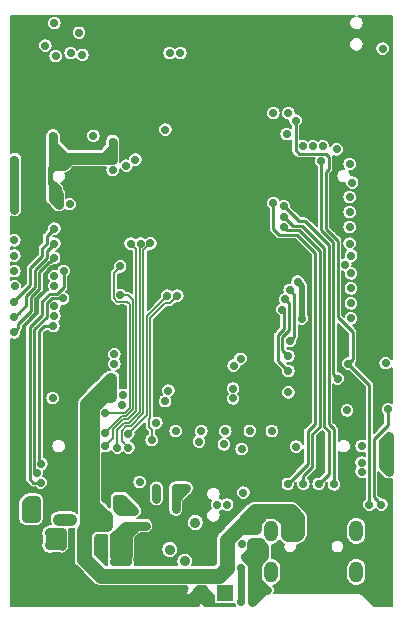
<source format=gbr>
G04 #@! TF.GenerationSoftware,KiCad,Pcbnew,5.1.5-52549c5~84~ubuntu18.04.1*
G04 #@! TF.CreationDate,2020-02-06T13:36:22+02:00*
G04 #@! TF.ProjectId,USB-gLINK_Rev_C,5553422d-674c-4494-9e4b-5f5265765f43,C*
G04 #@! TF.SameCoordinates,Original*
G04 #@! TF.FileFunction,Copper,L2,Inr*
G04 #@! TF.FilePolarity,Positive*
%FSLAX46Y46*%
G04 Gerber Fmt 4.6, Leading zero omitted, Abs format (unit mm)*
G04 Created by KiCad (PCBNEW 5.1.5-52549c5~84~ubuntu18.04.1) date 2020-02-06 13:36:22*
%MOMM*%
%LPD*%
G04 APERTURE LIST*
%ADD10C,1.400000*%
%ADD11R,1.400000X1.400000*%
%ADD12O,1.200000X1.800000*%
%ADD13C,0.900000*%
%ADD14C,0.700000*%
%ADD15C,0.762000*%
%ADD16C,0.406400*%
%ADD17C,0.609600*%
%ADD18C,1.016000*%
%ADD19C,0.254000*%
%ADD20C,1.270000*%
%ADD21C,0.157480*%
%ADD22C,0.508000*%
%ADD23C,0.127000*%
G04 APERTURE END LIST*
D10*
X143525240Y-100058220D03*
D11*
X145554700Y-100055680D03*
D12*
X156635000Y-98294000D03*
X156635000Y-94824000D03*
X149435000Y-94824000D03*
X149435000Y-98294000D03*
D13*
X143002000Y-94107000D03*
D14*
X137858500Y-93091000D03*
X136398000Y-92075000D03*
X129540000Y-92202000D03*
X129540000Y-92964000D03*
X129540000Y-93726000D03*
X128651000Y-92964000D03*
X136398000Y-92837000D03*
X137160000Y-92837000D03*
D13*
X142110798Y-97384209D03*
D14*
X128651000Y-93726000D03*
X134048500Y-56261000D03*
X147574000Y-60228990D03*
X146304000Y-60228990D03*
X139835903Y-52696097D03*
X138802097Y-53856903D03*
D13*
X138683992Y-100711000D03*
X132080000Y-97536000D03*
X132080000Y-98806000D03*
D14*
X132080000Y-100838000D03*
X133858000Y-100838000D03*
X132969000Y-100838000D03*
X133858000Y-99314000D03*
X132969000Y-99314000D03*
X154432000Y-93091000D03*
X154432000Y-92075000D03*
X155067000Y-93726000D03*
X155067000Y-94488000D03*
X155067000Y-95250000D03*
X153923998Y-96266000D03*
X153035000Y-96266000D03*
X152019000Y-96266000D03*
X153035000Y-97282000D03*
X154051000Y-97282000D03*
X155067000Y-97282000D03*
X151003000Y-97282000D03*
X152019000Y-97282000D03*
X155067000Y-98298000D03*
X154051000Y-98298000D03*
X153035000Y-98298000D03*
X151003000Y-98298000D03*
X152019000Y-98298000D03*
X139827000Y-100838000D03*
X140843000Y-100838000D03*
X143129000Y-92265500D03*
X143129000Y-93027500D03*
X144018000Y-94234000D03*
X144018000Y-95026990D03*
D13*
X143383000Y-97384209D03*
X134874000Y-95509510D03*
D14*
X127635000Y-87630000D03*
X127635000Y-86741000D03*
X127635000Y-88519000D03*
X127635000Y-89408000D03*
X135763000Y-78105000D03*
X132080000Y-82169000D03*
X131572000Y-81661000D03*
X131191000Y-81026000D03*
X133101212Y-61879990D03*
X132212212Y-59436000D03*
X133096000Y-59436000D03*
X131318000Y-59436000D03*
X133985000Y-59436000D03*
X134810500Y-59436000D03*
X136017000Y-59436000D03*
X136017000Y-60198000D03*
X138176000Y-60198000D03*
X129286000Y-60198000D03*
X127889000Y-59309000D03*
X128651000Y-59309000D03*
X138176000Y-59436000D03*
X129367790Y-59302474D03*
X142748000Y-67056000D03*
X145415000Y-67056000D03*
X131191000Y-78994000D03*
X132207000Y-78105000D03*
X127640557Y-83210006D03*
X147701000Y-64008000D03*
X139827000Y-54864000D03*
X135001000Y-52832000D03*
X135001000Y-51562000D03*
X136779000Y-51562000D03*
X137795000Y-51562000D03*
X137795000Y-52578000D03*
X139827000Y-51562000D03*
X140843000Y-52705000D03*
X140843000Y-51562000D03*
X143002000Y-51562000D03*
X143002000Y-52705000D03*
X144018000Y-52705000D03*
X144018000Y-51562000D03*
X146177000Y-52705000D03*
X147193000Y-52705000D03*
X146177000Y-51562000D03*
X147193000Y-51562000D03*
X150368000Y-51562000D03*
X149352000Y-52705000D03*
X150368000Y-52705000D03*
X149352000Y-51562000D03*
X153416000Y-52705000D03*
X152400000Y-52705000D03*
X153416000Y-51562000D03*
X152400000Y-51562000D03*
X155448000Y-51562000D03*
X154432000Y-51562000D03*
X157861000Y-51562000D03*
X155448000Y-52705000D03*
X157861000Y-52705000D03*
X156718000Y-52705000D03*
X157861000Y-53848000D03*
X155448000Y-53848000D03*
X153416000Y-53848000D03*
X154432000Y-53848000D03*
X152400000Y-53848000D03*
X151384000Y-53848000D03*
X148336000Y-53848000D03*
X147193000Y-53848000D03*
X146177000Y-53848000D03*
X145034000Y-53848000D03*
X147193000Y-54864000D03*
X146177000Y-54864000D03*
X146177000Y-55880000D03*
X147193000Y-55880000D03*
X148336000Y-54864000D03*
X148336000Y-55880000D03*
X149225000Y-55880000D03*
X150495000Y-55880000D03*
X152019000Y-55880000D03*
X151257000Y-55880000D03*
X153416000Y-55880000D03*
X154432000Y-55880000D03*
X155448000Y-55880000D03*
X156718000Y-55880000D03*
X157861000Y-55880000D03*
X157988000Y-56769000D03*
X157988000Y-58547000D03*
X157988000Y-59436000D03*
X157988000Y-60325000D03*
X155575000Y-86487000D03*
X153543000Y-87630000D03*
X156210000Y-86995000D03*
X159321500Y-83566000D03*
X155829000Y-85725000D03*
X155829000Y-83185000D03*
X155829000Y-91186000D03*
X143891000Y-90995500D03*
X159321500Y-82804000D03*
X141761765Y-67026235D03*
X139700000Y-67437000D03*
X138430000Y-67437000D03*
X136652000Y-67056000D03*
X136017000Y-65278000D03*
X135826500Y-68834000D03*
X136652000Y-68834000D03*
X140508985Y-68660015D03*
X141605000Y-68659957D03*
X148844000Y-64008000D03*
X148209000Y-67056000D03*
X146467406Y-65423600D03*
X146431000Y-67056000D03*
X147447000Y-67056000D03*
X145334985Y-69168015D03*
X146431000Y-69167957D03*
X148844000Y-61468000D03*
X148844000Y-62738000D03*
X147574000Y-61468000D03*
X147574000Y-62738000D03*
X146304000Y-61468000D03*
X146304000Y-62738000D03*
X145034000Y-61468000D03*
X145034000Y-62738000D03*
X143764000Y-61468000D03*
X143764000Y-62738000D03*
X142494000Y-62738000D03*
X142494000Y-61468000D03*
X141224000Y-61468000D03*
X141224000Y-62738000D03*
X141224000Y-70358000D03*
X145034000Y-70358000D03*
X148844000Y-70358000D03*
X143764000Y-70358000D03*
X150058994Y-70358000D03*
X146304000Y-70358000D03*
X142494000Y-70358000D03*
X147574000Y-70358000D03*
X150058988Y-65459992D03*
X155829000Y-62738000D03*
X145034000Y-71501000D03*
X143764000Y-71501000D03*
X146304000Y-71501000D03*
X142494000Y-71501000D03*
X141224000Y-71501000D03*
X150058994Y-71501000D03*
X151328994Y-70358000D03*
X151328994Y-71501000D03*
X135699500Y-71501000D03*
X135890000Y-70485000D03*
X136652000Y-70485000D03*
X135763000Y-67056000D03*
X134874000Y-67056000D03*
X135890000Y-75819000D03*
X142494000Y-75819000D03*
X143764000Y-75819000D03*
X145034000Y-75819000D03*
X141478000Y-77978000D03*
X141478000Y-79121000D03*
X149225000Y-76962000D03*
X147193000Y-76962000D03*
X144145000Y-80264000D03*
X142748000Y-80264000D03*
X142748000Y-83439000D03*
X148082000Y-80264000D03*
X150861737Y-82169000D03*
X148209000Y-76962000D03*
X145034000Y-74866511D03*
X143764000Y-74866511D03*
X142494000Y-74866511D03*
X141478000Y-75819000D03*
X143129000Y-90995500D03*
X143510000Y-91630500D03*
X155194000Y-65659000D03*
X155194000Y-66929000D03*
X155194000Y-68199000D03*
X136779000Y-75947001D03*
X140589000Y-77978000D03*
X140589000Y-79121000D03*
X141478000Y-80264000D03*
X140589000Y-81915000D03*
X149479000Y-91440000D03*
X152781000Y-91440000D03*
X153543000Y-92075000D03*
X153543000Y-93091000D03*
X139547600Y-89141799D03*
X143764000Y-92646500D03*
X148274011Y-91440000D03*
X155448000Y-78105000D03*
X155194000Y-69469000D03*
X155448000Y-79375000D03*
X132212212Y-61879990D03*
X139547600Y-88361020D03*
D13*
X131445000Y-93853000D03*
X132461000Y-93853000D03*
X140843000Y-96393000D03*
D14*
X136017000Y-64262000D03*
X158877000Y-53975000D03*
X159131000Y-80610000D03*
X155854558Y-84607562D03*
X147066010Y-91567000D03*
X150848370Y-90835990D03*
X149606000Y-67056000D03*
X127698500Y-76708000D03*
X131064000Y-70485000D03*
X131050326Y-71695711D03*
X127648754Y-78002697D03*
X152146000Y-90835990D03*
X150495000Y-69088000D03*
X154746500Y-90868500D03*
X150495000Y-67310000D03*
X153452152Y-90835990D03*
X150495000Y-68199000D03*
X135509000Y-94424500D03*
X134747000Y-93662500D03*
X135509000Y-93662500D03*
X134747000Y-94424500D03*
X150876000Y-95250000D03*
X150876000Y-94488000D03*
X150876000Y-93726000D03*
X151638000Y-93726000D03*
X135890000Y-83439000D03*
X135890000Y-81915000D03*
X135890000Y-82677000D03*
X135128000Y-83439000D03*
X132461000Y-54356000D03*
X133159500Y-52641500D03*
D13*
X147955000Y-95885000D03*
D14*
X148844000Y-96964500D03*
X148844000Y-96139000D03*
D13*
X148145500Y-97917000D03*
X148145500Y-98933000D03*
X148145500Y-99949000D03*
D14*
X147828000Y-100838000D03*
X147193000Y-97028000D03*
X149098000Y-99822000D03*
X139700000Y-92075000D03*
X139700000Y-91186000D03*
X141351000Y-91186000D03*
X141351000Y-92075000D03*
X141351000Y-92964000D03*
X142240000Y-91186000D03*
X127698500Y-67610000D03*
X127698500Y-66294000D03*
X127698500Y-65024000D03*
X127698500Y-63373000D03*
X130937000Y-63881000D03*
X133540500Y-63119000D03*
X132651500Y-63119000D03*
X131762500Y-63119000D03*
X130937000Y-63119000D03*
X131762500Y-63881000D03*
X127698500Y-64198500D03*
X131254500Y-62357000D03*
X130962400Y-61366400D03*
X134493000Y-63119000D03*
X135255000Y-63373000D03*
X136017000Y-63373000D03*
X136017000Y-62611000D03*
X136017000Y-61849000D03*
X134366000Y-61366400D03*
X131445000Y-66294000D03*
X130937000Y-65532000D03*
X131445000Y-67183000D03*
X158877000Y-88265000D03*
X157099000Y-89027000D03*
X159385000Y-88773000D03*
X157099000Y-87630000D03*
X158877000Y-87249000D03*
X159385000Y-87757000D03*
X158877000Y-89281000D03*
X159385000Y-89789000D03*
X157099000Y-89789000D03*
X159385000Y-86741000D03*
X150749000Y-61214000D03*
X159321500Y-84518500D03*
X158750000Y-92583000D03*
X156292622Y-65322221D03*
X156083000Y-66548000D03*
X156083000Y-67818000D03*
X156083000Y-69088000D03*
X156083000Y-70485000D03*
X156201057Y-71509943D03*
X155702000Y-72263000D03*
X137160006Y-63881000D03*
X156083000Y-63754000D03*
X130937000Y-83566000D03*
X139700000Y-85661500D03*
X136809990Y-84191230D03*
X129585221Y-89916000D03*
X131815509Y-75121265D03*
X136893777Y-83312000D03*
X131867003Y-72802961D03*
X129921000Y-90741500D03*
X140446500Y-83820000D03*
X135382000Y-87630000D03*
X137541000Y-70485000D03*
X140716000Y-82929506D03*
X136398000Y-87757000D03*
X138368013Y-70485000D03*
X139207107Y-70469893D03*
X137350500Y-87757000D03*
X131064000Y-75786500D03*
X132365746Y-67151246D03*
X140462000Y-60833000D03*
X137939258Y-63372563D03*
X131064000Y-74073500D03*
X146250204Y-80825796D03*
X156179010Y-72994010D03*
X155067000Y-81915000D03*
X153670000Y-63500000D03*
X156179010Y-74264010D03*
X152104222Y-62229991D03*
X156179010Y-75534010D03*
X154969491Y-62510886D03*
X156179010Y-76804010D03*
X153796990Y-62230000D03*
X157734000Y-92583000D03*
X155956000Y-80645000D03*
X145428430Y-87489570D03*
X138303000Y-90678002D03*
X151500212Y-60079630D03*
X152931233Y-62230001D03*
X150876008Y-83089488D03*
X143510000Y-86360000D03*
X149491434Y-86360000D03*
X135382000Y-84836000D03*
X136647866Y-72420958D03*
X147623579Y-86343346D03*
X145542000Y-86360000D03*
X127698500Y-70210000D03*
X143319500Y-87249000D03*
X127698500Y-71510000D03*
X141351000Y-86360000D03*
X146923585Y-87884000D03*
X150876000Y-59436000D03*
X151541990Y-87676100D03*
X149606000Y-59436000D03*
X151670230Y-73713632D03*
X131000500Y-77470000D03*
X152019000Y-76835000D03*
X129966232Y-89134190D03*
X135382000Y-86487000D03*
X151003000Y-74422000D03*
X151003000Y-78740000D03*
X136658389Y-74835510D03*
X127698500Y-75410000D03*
X131064000Y-69215000D03*
X150876000Y-80010000D03*
X150622000Y-75184000D03*
X140627789Y-74899010D03*
X137338817Y-86583010D03*
X127703999Y-74109999D03*
X150368000Y-76073000D03*
X150876000Y-81280000D03*
X141479995Y-74901005D03*
X139319000Y-87122006D03*
X127698500Y-72810000D03*
X131064000Y-76613500D03*
X131064000Y-73246500D03*
X146834981Y-80241019D03*
X136144000Y-79850500D03*
X145701500Y-92583000D03*
X136144000Y-80677500D03*
X144874499Y-92583000D03*
D13*
X130683000Y-94996000D03*
X130683000Y-96012000D03*
D14*
X131699000Y-96075500D03*
X131699000Y-94869000D03*
X136144000Y-96393000D03*
X137287000Y-95250000D03*
X137287000Y-96393000D03*
X136715500Y-95821500D03*
X136149238Y-95270124D03*
X136144000Y-97484209D03*
X137287000Y-97484209D03*
X136715500Y-96901000D03*
X146875500Y-100807010D03*
X146872045Y-97920455D03*
X130302000Y-53721000D03*
X131191000Y-54610000D03*
X133444490Y-54507520D03*
X146939000Y-95885000D03*
X146202400Y-83598500D03*
X146202400Y-82771500D03*
X131064000Y-51816000D03*
X140843000Y-54356000D03*
X141732000Y-54356000D03*
D15*
X128651000Y-92456000D02*
X128905000Y-92202000D01*
X128651000Y-92964000D02*
X128651000Y-92456000D01*
X128905000Y-92202000D02*
X129413000Y-92202000D01*
D16*
X128651000Y-92964000D02*
X128524000Y-92837000D01*
D15*
X129540000Y-92202000D02*
X129540000Y-93726000D01*
X129540000Y-93726000D02*
X128651000Y-93726000D01*
X128651000Y-93726000D02*
X128651000Y-92964000D01*
X128651000Y-92964000D02*
X129540000Y-92964000D01*
X129413000Y-92202000D02*
X129540000Y-92202000D01*
D17*
X129413000Y-92202000D02*
X128651000Y-92964000D01*
D15*
X136398000Y-92837000D02*
X137160000Y-92837000D01*
X137160000Y-92837000D02*
X136398000Y-92075000D01*
X129413000Y-92964000D02*
X128651000Y-93726000D01*
X129540000Y-92964000D02*
X129413000Y-92964000D01*
X136398000Y-92075000D02*
X136398000Y-92837000D01*
X137604500Y-92837000D02*
X137858500Y-93091000D01*
X137160000Y-92837000D02*
X137604500Y-92837000D01*
X136842500Y-92075000D02*
X137858500Y-93091000D01*
X136398000Y-92075000D02*
X136842500Y-92075000D01*
X136652000Y-93091000D02*
X136398000Y-92837000D01*
X137858500Y-93091000D02*
X136652000Y-93091000D01*
X131191000Y-81280000D02*
X132080000Y-82169000D01*
X131191000Y-81026000D02*
X131191000Y-81280000D01*
X131953000Y-78740000D02*
X131699000Y-78486000D01*
X132080000Y-82169000D02*
X131953000Y-82042000D01*
X131953000Y-82042000D02*
X131953000Y-78740000D01*
X131191000Y-78994000D02*
X131191000Y-81026000D01*
X131572000Y-81661000D02*
X131572000Y-79375000D01*
X131572000Y-79375000D02*
X131191000Y-78994000D01*
D18*
X132461000Y-93853000D02*
X131445000Y-93853000D01*
D19*
X152527000Y-86360000D02*
X153161989Y-85725011D01*
X153161989Y-85725011D02*
X153161989Y-71277819D01*
X149606000Y-67550974D02*
X149606000Y-67056000D01*
X153161989Y-71277819D02*
X151607170Y-69723000D01*
X150848370Y-90835990D02*
X152527000Y-89157360D01*
X150114000Y-69723000D02*
X149606000Y-69215000D01*
X149606000Y-69215000D02*
X149606000Y-67550974D01*
X152527000Y-89157360D02*
X152527000Y-86360000D01*
X151607170Y-69723000D02*
X150114000Y-69723000D01*
X129413011Y-74172722D02*
X128701778Y-74883955D01*
X128701778Y-74883955D02*
X128701778Y-75704722D01*
X130429000Y-71724172D02*
X129413011Y-72740161D01*
X130429000Y-71120000D02*
X130429000Y-71724172D01*
X128048499Y-76358001D02*
X127698500Y-76708000D01*
X128701778Y-75704722D02*
X128048499Y-76358001D01*
X131064000Y-70485000D02*
X130429000Y-71120000D01*
X129413011Y-72740161D02*
X129413011Y-74172722D01*
X130700327Y-72045710D02*
X130646290Y-72045710D01*
X127998753Y-77275402D02*
X127998753Y-77652698D01*
X129794022Y-72897978D02*
X129794022Y-74330540D01*
X127998753Y-77652698D02*
X127648754Y-78002697D01*
X130646290Y-72045710D02*
X129794022Y-72897978D01*
X129082789Y-76191366D02*
X127998753Y-77275402D01*
X129794022Y-74330540D02*
X129082789Y-75041773D01*
X129082789Y-75041773D02*
X129082789Y-76191366D01*
X131050326Y-71695711D02*
X130700327Y-72045710D01*
X150749000Y-69342000D02*
X150495000Y-69088000D01*
X152146000Y-90835990D02*
X152146000Y-90170000D01*
X152908000Y-86614000D02*
X153543000Y-85979000D01*
X152908000Y-89408000D02*
X152908000Y-86614000D01*
X151765000Y-69342000D02*
X150749000Y-69342000D01*
X152146000Y-90170000D02*
X152908000Y-89408000D01*
X153543000Y-85979000D02*
X153543000Y-71120000D01*
X153543000Y-71120000D02*
X151765000Y-69342000D01*
X152273000Y-68580000D02*
X151765000Y-68580000D01*
X154305000Y-70612000D02*
X152273000Y-68580000D01*
X151765000Y-68580000D02*
X150495000Y-67310000D01*
X154305000Y-85725000D02*
X154305000Y-70612000D01*
X154746500Y-90868500D02*
X154746500Y-86166500D01*
X154746500Y-86166500D02*
X154305000Y-85725000D01*
X151257000Y-68961000D02*
X150495000Y-68199000D01*
X154305000Y-89983142D02*
X154305000Y-86360000D01*
X154305000Y-86360000D02*
X153924000Y-85979000D01*
X153924000Y-85979000D02*
X153924000Y-70866000D01*
X153452152Y-90835990D02*
X154305000Y-89983142D01*
X153924000Y-70866000D02*
X152019000Y-68961000D01*
X152019000Y-68961000D02*
X151257000Y-68961000D01*
D20*
X150876000Y-93726000D02*
X150311990Y-93161990D01*
X150876000Y-93726000D02*
X151638000Y-93726000D01*
X151638000Y-93726000D02*
X151638000Y-94996000D01*
X150876000Y-95081999D02*
X150876000Y-93726000D01*
X151638000Y-94996000D02*
X151552001Y-95081999D01*
X151552001Y-95081999D02*
X150876000Y-95081999D01*
X151073990Y-93161990D02*
X150311990Y-93161990D01*
X151638000Y-93726000D02*
X151073990Y-93161990D01*
D18*
X134747000Y-93662500D02*
X135509000Y-93662500D01*
X135509000Y-93662500D02*
X135509000Y-94424500D01*
X134556500Y-93662500D02*
X134747000Y-93662500D01*
X133604000Y-94805500D02*
X133604000Y-94615000D01*
X133604000Y-94615000D02*
X134556500Y-93662500D01*
X135509000Y-94424500D02*
X134366000Y-94424500D01*
X134366000Y-94424500D02*
X133604000Y-95186500D01*
X134747000Y-93662500D02*
X134747000Y-94424500D01*
X135509000Y-93662500D02*
X135509000Y-94424500D01*
X135509000Y-94424500D02*
X134747000Y-94424500D01*
X135128000Y-82677000D02*
X135890000Y-81915000D01*
X135128000Y-83439000D02*
X135128000Y-82677000D01*
X135509000Y-93662500D02*
X135128000Y-93281500D01*
X134747000Y-93662500D02*
X135128000Y-93281500D01*
X133731000Y-94742000D02*
X133731000Y-84074000D01*
X133731000Y-84074000D02*
X135890000Y-81915000D01*
X134747000Y-93662500D02*
X134747000Y-93726000D01*
X134747000Y-93726000D02*
X133731000Y-94742000D01*
D20*
X134239000Y-92583000D02*
X135128000Y-93472000D01*
X135128000Y-83439000D02*
X134239000Y-84328000D01*
X134239000Y-84328000D02*
X134239000Y-92583000D01*
D18*
X135890000Y-82677000D02*
X135128000Y-83439000D01*
X135890000Y-81915000D02*
X135890000Y-82677000D01*
X135890000Y-83439000D02*
X135128000Y-83439000D01*
X135890000Y-83439000D02*
X135890000Y-81915000D01*
X149168990Y-93161990D02*
X149027010Y-93161990D01*
D20*
X150311990Y-93161990D02*
X149168990Y-93161990D01*
X149168990Y-93161990D02*
X148074510Y-93161990D01*
D18*
X147542250Y-94646750D02*
X146589750Y-94646750D01*
D20*
X148074510Y-93161990D02*
X146589750Y-94646750D01*
D18*
X147542250Y-94646750D02*
X148177250Y-94646750D01*
X148177250Y-94011750D02*
X148336000Y-93853000D01*
X148177250Y-94646750D02*
X148177250Y-94011750D01*
X149027010Y-93161990D02*
X148336000Y-93853000D01*
X148336000Y-93853000D02*
X147542250Y-94646750D01*
X149803990Y-93161990D02*
X149168990Y-93161990D01*
X150876000Y-94234000D02*
X150670010Y-94028010D01*
X150876000Y-94488000D02*
X150876000Y-94234000D01*
X149930990Y-93288990D02*
X149803990Y-93161990D01*
X150670010Y-94028010D02*
X150670010Y-94012443D01*
X150670010Y-94012443D02*
X149946557Y-93288990D01*
X149946557Y-93288990D02*
X149930990Y-93288990D01*
D20*
X133604000Y-97155000D02*
X133604000Y-94805500D01*
X135045219Y-98596219D02*
X133604000Y-97155000D01*
X145669000Y-95567500D02*
X145669000Y-97917000D01*
X144992321Y-98593679D02*
X144245099Y-98593679D01*
X146589750Y-94646750D02*
X145669000Y-95567500D01*
X145669000Y-97917000D02*
X144992321Y-98593679D01*
X144245099Y-98593679D02*
X144242559Y-98596219D01*
X144242559Y-98596219D02*
X135045219Y-98596219D01*
D18*
X148145500Y-99949000D02*
X148145500Y-97917000D01*
X148145500Y-96075500D02*
X147955000Y-95885000D01*
X148145500Y-97917000D02*
X148145500Y-96075500D01*
D15*
X148272500Y-99822000D02*
X148145500Y-99949000D01*
X149098000Y-99822000D02*
X148272500Y-99822000D01*
X148145500Y-100520500D02*
X147828000Y-100838000D01*
X148145500Y-99949000D02*
X148145500Y-100520500D01*
X148844000Y-99822000D02*
X149098000Y-99822000D01*
X147828000Y-100838000D02*
X148844000Y-99822000D01*
X149034500Y-99822000D02*
X148145500Y-98933000D01*
X149098000Y-99822000D02*
X149034500Y-99822000D01*
X147828000Y-97599500D02*
X148145500Y-97917000D01*
X147828000Y-100838000D02*
X147828000Y-97599500D01*
X148082000Y-97917000D02*
X147193000Y-97028000D01*
X148145500Y-97917000D02*
X148082000Y-97917000D01*
X148145500Y-97663000D02*
X148145500Y-97917000D01*
X148844000Y-96964500D02*
X148145500Y-97663000D01*
X148844000Y-96964500D02*
X148844000Y-96139000D01*
X148844000Y-96139000D02*
X148463000Y-95758000D01*
X148082000Y-95758000D02*
X147955000Y-95885000D01*
X148463000Y-95758000D02*
X148082000Y-95758000D01*
X147193000Y-97028000D02*
X147542999Y-96678001D01*
X147955000Y-96266000D02*
X147859750Y-96361250D01*
X147542999Y-96678001D02*
X147859750Y-96361250D01*
X147955000Y-95885000D02*
X147955000Y-96266000D01*
X147859750Y-96361250D02*
X148145500Y-96075500D01*
D18*
X147955000Y-95885000D02*
X147924001Y-95915999D01*
X147924001Y-95915999D02*
X147924001Y-96357801D01*
D15*
X158877000Y-87249000D02*
X158877000Y-89281000D01*
X158877000Y-89281000D02*
X159385000Y-89789000D01*
X159385000Y-89789000D02*
X159385000Y-86741000D01*
X159385000Y-86741000D02*
X158877000Y-87249000D01*
X130962400Y-63855600D02*
X130937000Y-63881000D01*
X130962400Y-61366400D02*
X130962400Y-63855600D01*
X130937000Y-63881000D02*
X131762500Y-63881000D01*
X131762500Y-63881000D02*
X131762500Y-63119000D01*
X131762500Y-63119000D02*
X130937000Y-63119000D01*
X131762500Y-63881000D02*
X131889500Y-63881000D01*
X135763000Y-63119000D02*
X136017000Y-63373000D01*
X134493000Y-63119000D02*
X135763000Y-63119000D01*
X136017000Y-61849000D02*
X136017000Y-63373000D01*
X130962400Y-62064900D02*
X131254500Y-62357000D01*
X130962400Y-61366400D02*
X130962400Y-62064900D01*
X131762500Y-63119000D02*
X134493000Y-63119000D01*
X132016500Y-63119000D02*
X132651500Y-63119000D01*
X131254500Y-62357000D02*
X132016500Y-63119000D01*
X132524500Y-63373000D02*
X132461000Y-63309500D01*
X131889500Y-63881000D02*
X132461000Y-63309500D01*
X132461000Y-63309500D02*
X132651500Y-63119000D01*
X136017000Y-63373000D02*
X135001000Y-63373000D01*
X136017000Y-62357000D02*
X135001000Y-63373000D01*
X136017000Y-61849000D02*
X136017000Y-62357000D01*
X135001000Y-63373000D02*
X132524500Y-63373000D01*
X139700000Y-91186000D02*
X139700000Y-92075000D01*
X141351000Y-91186000D02*
X141351000Y-92964000D01*
X141351000Y-91186000D02*
X142240000Y-91186000D01*
X142240000Y-91186000D02*
X141351000Y-92075000D01*
X127698500Y-63373000D02*
X127698500Y-65024000D01*
X127698500Y-65024000D02*
X127698500Y-67610000D01*
X130937000Y-65786000D02*
X131445000Y-66294000D01*
X130937000Y-65532000D02*
X130937000Y-65786000D01*
X131445000Y-66294000D02*
X131445000Y-67183000D01*
X130937000Y-66675000D02*
X131445000Y-67183000D01*
X130937000Y-65532000D02*
X130937000Y-66675000D01*
D16*
X130937000Y-65532000D02*
X130746500Y-65341500D01*
X130746500Y-64071500D02*
X130937000Y-63881000D01*
X130823026Y-64325500D02*
X130746500Y-64325500D01*
X131267526Y-63881000D02*
X130823026Y-64325500D01*
X131762500Y-63881000D02*
X131267526Y-63881000D01*
X130746500Y-64325500D02*
X130746500Y-64071500D01*
X131445000Y-65786000D02*
X130746500Y-65087500D01*
X131445000Y-66294000D02*
X131445000Y-65786000D01*
X130746500Y-65341500D02*
X130746500Y-65087500D01*
X130746500Y-65087500D02*
X130746500Y-64325500D01*
D19*
X158115000Y-91948000D02*
X158400001Y-92233001D01*
X158115000Y-87058500D02*
X158115000Y-91948000D01*
X158400001Y-92233001D02*
X158750000Y-92583000D01*
X159321500Y-84518500D02*
X159321500Y-85852000D01*
X159321500Y-85852000D02*
X158115000Y-87058500D01*
X131320535Y-75121265D02*
X131815509Y-75121265D01*
X129585221Y-90042990D02*
X129362222Y-89819991D01*
X129362222Y-77743948D02*
X130429000Y-76677170D01*
X130835313Y-75121265D02*
X131320535Y-75121265D01*
X129362222Y-89819991D02*
X129362222Y-77743948D01*
X130429000Y-75527578D02*
X130835313Y-75121265D01*
X130429000Y-76677170D02*
X130429000Y-75527578D01*
X129292513Y-90741500D02*
X129921000Y-90741500D01*
X128981211Y-90430198D02*
X129292513Y-90741500D01*
X131867003Y-74190497D02*
X131318011Y-74739489D01*
X128981211Y-77586129D02*
X128981211Y-90430198D01*
X130047989Y-76519351D02*
X128981211Y-77586129D01*
X131867003Y-72802961D02*
X131867003Y-74190497D01*
X131318011Y-74739489D02*
X130678260Y-74739489D01*
X130678260Y-74739489D02*
X130677494Y-74740254D01*
X130047989Y-75369759D02*
X130047989Y-76519351D01*
X130677494Y-74740254D02*
X130047989Y-75369759D01*
D21*
X136893765Y-85377565D02*
X137288793Y-85377565D01*
X137890999Y-70834999D02*
X137541000Y-70485000D01*
X137288793Y-85377565D02*
X138018509Y-84647849D01*
X136047491Y-86964509D02*
X136047491Y-86223839D01*
X138018509Y-84647849D02*
X138018509Y-70962509D01*
X135382000Y-87630000D02*
X136047491Y-86964509D01*
X136047491Y-86223839D02*
X136893765Y-85377565D01*
X138018509Y-70962509D02*
X137890999Y-70834999D01*
X136398000Y-86275660D02*
X137011604Y-85662056D01*
X136398000Y-87757000D02*
X136398000Y-86275660D01*
X137011604Y-85662056D02*
X137406633Y-85662056D01*
X137406633Y-85662056D02*
X138303000Y-84765689D01*
X138303000Y-84765689D02*
X138303000Y-70550013D01*
X138303000Y-70550013D02*
X138368013Y-70485000D01*
X138620500Y-71056500D02*
X138620500Y-84850520D01*
X136762248Y-87168748D02*
X137350500Y-87757000D01*
X138620500Y-84850520D02*
X137524473Y-85946547D01*
X139207107Y-70469893D02*
X138620500Y-71056500D01*
X137524473Y-85946547D02*
X137129443Y-85946547D01*
X136762248Y-86313742D02*
X136762248Y-87168748D01*
X137129443Y-85946547D02*
X136762248Y-86313742D01*
D19*
X153670000Y-69372830D02*
X153670000Y-63994974D01*
X154686000Y-81534000D02*
X154686000Y-70388830D01*
X155067000Y-81915000D02*
X154686000Y-81534000D01*
X153670000Y-63994974D02*
X153670000Y-63500000D01*
X154686000Y-70388830D02*
X153670000Y-69372830D01*
X157734000Y-82423000D02*
X156305999Y-80994999D01*
X156305999Y-80994999D02*
X155956000Y-80645000D01*
X157734000Y-92583000D02*
X157734000Y-82423000D01*
X151765000Y-62865000D02*
X151500212Y-62600212D01*
X151500212Y-61605788D02*
X151500212Y-60079630D01*
X151500212Y-62600212D02*
X151500212Y-61605788D01*
X154305000Y-64135000D02*
X154305000Y-63119000D01*
X154051000Y-64389000D02*
X154305000Y-64135000D01*
X156337000Y-80264000D02*
X156337000Y-77978000D01*
X154051000Y-62865000D02*
X151765000Y-62865000D01*
X156337000Y-77978000D02*
X155067000Y-76708000D01*
X155956000Y-80645000D02*
X156337000Y-80264000D01*
X155067000Y-70231000D02*
X154051000Y-69215000D01*
X154051000Y-69215000D02*
X154051000Y-64389000D01*
X154305000Y-63119000D02*
X154051000Y-62865000D01*
X155067000Y-76708000D02*
X155067000Y-70231000D01*
D21*
X137449527Y-84412170D02*
X137449527Y-75584768D01*
X136391632Y-75391251D02*
X136102648Y-75102267D01*
X135382000Y-84836000D02*
X135409417Y-84808583D01*
X137053114Y-84808583D02*
X137449527Y-84412170D01*
X137449527Y-75584768D02*
X137256010Y-75391251D01*
X135409417Y-84808583D02*
X137053114Y-84808583D01*
X137256010Y-75391251D02*
X136391632Y-75391251D01*
X136102648Y-75102267D02*
X136102648Y-72966176D01*
X136102648Y-72966176D02*
X136297867Y-72770957D01*
X136297867Y-72770957D02*
X136647866Y-72420958D01*
D22*
X152019000Y-74062402D02*
X151670230Y-73713632D01*
X152019000Y-76835000D02*
X152019000Y-74062402D01*
D19*
X129794000Y-77851000D02*
X129794000Y-88961958D01*
X130175000Y-77470000D02*
X129794000Y-77851000D01*
X131000500Y-77470000D02*
X130175000Y-77470000D01*
X129794000Y-88961958D02*
X129966232Y-89134190D01*
X151384000Y-78359000D02*
X151003000Y-78740000D01*
X151003000Y-74422000D02*
X151384000Y-74803000D01*
X151384000Y-74803000D02*
X151384000Y-78359000D01*
D21*
X137319510Y-74835510D02*
X136658389Y-74835510D01*
X137170953Y-85093074D02*
X137734018Y-84530009D01*
X135382000Y-86487000D02*
X136775926Y-85093074D01*
X137734018Y-75250018D02*
X137319510Y-74835510D01*
X137734018Y-84530009D02*
X137734018Y-75250018D01*
X136775926Y-85093074D02*
X137170953Y-85093074D01*
D19*
X127698500Y-75348403D02*
X127698500Y-75410000D01*
X130429000Y-69850000D02*
X130429000Y-70485000D01*
X130429000Y-70485000D02*
X130048000Y-70866000D01*
X131064000Y-69215000D02*
X130429000Y-69850000D01*
X130048000Y-70866000D02*
X130048000Y-71566344D01*
X129032000Y-74014903D02*
X127698500Y-75348403D01*
X130048000Y-71566344D02*
X129032000Y-72582344D01*
X129032000Y-72582344D02*
X129032000Y-74014903D01*
X150972002Y-75534002D02*
X150971999Y-75533999D01*
X150971999Y-75533999D02*
X150622000Y-75184000D01*
X150368011Y-78389819D02*
X150972002Y-77785828D01*
X150972002Y-77785828D02*
X150972002Y-75534002D01*
X150368011Y-79502011D02*
X150368011Y-78389819D01*
X150876000Y-80010000D02*
X150368011Y-79502011D01*
D21*
X138907509Y-76619290D02*
X138907509Y-85014318D01*
X137688816Y-86233011D02*
X137338817Y-86583010D01*
X138907509Y-85014318D02*
X137688816Y-86233011D01*
X140627789Y-74899010D02*
X138907509Y-76619290D01*
X139319000Y-86233000D02*
X139319000Y-87122006D01*
X139065000Y-85344000D02*
X139065000Y-85979000D01*
X140879500Y-75501500D02*
X140462000Y-75501500D01*
X141479995Y-74901005D02*
X140879500Y-75501500D01*
X140462000Y-75501500D02*
X139192000Y-76771500D01*
X139065000Y-85979000D02*
X139319000Y-86233000D01*
X139192000Y-76771500D02*
X139192000Y-85217000D01*
X139192000Y-85217000D02*
X139065000Y-85344000D01*
D19*
X149987000Y-80391000D02*
X150526001Y-80930001D01*
X149987000Y-78232000D02*
X149987000Y-80391000D01*
X150495000Y-77724000D02*
X149987000Y-78232000D01*
X150526001Y-80930001D02*
X150876000Y-81280000D01*
X150368000Y-76073000D02*
X150495000Y-76200000D01*
X150495000Y-76200000D02*
X150495000Y-77724000D01*
D15*
X130810000Y-94869000D02*
X130683000Y-94996000D01*
X130683000Y-94996000D02*
X130683000Y-96012000D01*
X131635500Y-96012000D02*
X131699000Y-96075500D01*
X131699000Y-94869000D02*
X131699000Y-96075500D01*
X131191000Y-96012000D02*
X131635500Y-96012000D01*
X131191000Y-94869000D02*
X131191000Y-96012000D01*
X130683000Y-96012000D02*
X131191000Y-96012000D01*
X131699000Y-94869000D02*
X131191000Y-94869000D01*
X131191000Y-94869000D02*
X130810000Y-94869000D01*
X138811000Y-94361000D02*
X137287000Y-94361000D01*
X137287000Y-94361000D02*
X137058362Y-94361000D01*
X136149238Y-96387762D02*
X136144000Y-96393000D01*
X136149238Y-95270124D02*
X136149238Y-96387762D01*
X136144000Y-96393000D02*
X137287000Y-96393000D01*
X137287000Y-96393000D02*
X137287000Y-94361000D01*
X137287000Y-95123000D02*
X138049000Y-94361000D01*
X137287000Y-95250000D02*
X137287000Y-95123000D01*
X137287000Y-95250000D02*
X136715500Y-95821500D01*
X136715500Y-95821500D02*
X136715500Y-94703862D01*
X137058362Y-94361000D02*
X136759931Y-94659431D01*
X136715500Y-94703862D02*
X136759931Y-94659431D01*
X136759931Y-94659431D02*
X136149238Y-95270124D01*
X136144000Y-96887974D02*
X136144000Y-96393000D01*
X136157026Y-96901000D02*
X136144000Y-96887974D01*
X136715500Y-96901000D02*
X136157026Y-96901000D01*
X137273974Y-96901000D02*
X137287000Y-96887974D01*
X137287000Y-96887974D02*
X137287000Y-96393000D01*
X136715500Y-96901000D02*
X137273974Y-96901000D01*
D17*
X136144000Y-97484209D02*
X137287000Y-97484209D01*
X136144000Y-96914026D02*
X136157026Y-96901000D01*
X136144000Y-97484209D02*
X136144000Y-96914026D01*
X137287000Y-96914026D02*
X137273974Y-96901000D01*
X137287000Y-97484209D02*
X137287000Y-96914026D01*
X146872045Y-100803555D02*
X146875500Y-100807010D01*
X146872045Y-97920455D02*
X146872045Y-100803555D01*
D23*
G36*
X156474616Y-51211999D02*
G01*
X156362384Y-51258488D01*
X156261378Y-51325978D01*
X156175479Y-51411877D01*
X156107989Y-51512883D01*
X156061500Y-51625115D01*
X156037801Y-51744260D01*
X156037801Y-51865740D01*
X156061500Y-51984885D01*
X156107989Y-52097117D01*
X156175479Y-52198123D01*
X156261378Y-52284022D01*
X156362384Y-52351512D01*
X156474616Y-52398001D01*
X156593761Y-52421700D01*
X156715241Y-52421700D01*
X156834386Y-52398001D01*
X156946618Y-52351512D01*
X157047624Y-52284022D01*
X157133523Y-52198123D01*
X157201013Y-52097117D01*
X157247502Y-51984885D01*
X157271201Y-51865740D01*
X157271201Y-51744260D01*
X157247502Y-51625115D01*
X157201013Y-51512883D01*
X157133523Y-51411877D01*
X157047624Y-51325978D01*
X156946618Y-51258488D01*
X156834386Y-51211999D01*
X156742389Y-51193700D01*
X159626301Y-51193700D01*
X159626300Y-80241239D01*
X159610022Y-80216877D01*
X159524123Y-80130978D01*
X159423117Y-80063488D01*
X159310885Y-80016999D01*
X159191740Y-79993300D01*
X159070260Y-79993300D01*
X158951115Y-80016999D01*
X158838883Y-80063488D01*
X158737877Y-80130978D01*
X158651978Y-80216877D01*
X158584488Y-80317883D01*
X158537999Y-80430115D01*
X158514300Y-80549260D01*
X158514300Y-80670740D01*
X158537999Y-80789885D01*
X158584488Y-80902117D01*
X158651978Y-81003123D01*
X158737877Y-81089022D01*
X158838883Y-81156512D01*
X158951115Y-81203001D01*
X159070260Y-81226700D01*
X159191740Y-81226700D01*
X159310885Y-81203001D01*
X159423117Y-81156512D01*
X159524123Y-81089022D01*
X159610022Y-81003123D01*
X159626300Y-80978761D01*
X159626300Y-83980463D01*
X159613617Y-83971988D01*
X159501385Y-83925499D01*
X159382240Y-83901800D01*
X159260760Y-83901800D01*
X159141615Y-83925499D01*
X159029383Y-83971988D01*
X158928377Y-84039478D01*
X158842478Y-84125377D01*
X158774988Y-84226383D01*
X158728499Y-84338615D01*
X158704800Y-84457760D01*
X158704800Y-84579240D01*
X158728499Y-84698385D01*
X158774988Y-84810617D01*
X158842478Y-84911623D01*
X158927800Y-84996945D01*
X158927801Y-85688923D01*
X158127700Y-86489025D01*
X158127700Y-82442322D01*
X158129603Y-82422999D01*
X158127700Y-82403677D01*
X158127700Y-82403667D01*
X158122003Y-82345821D01*
X158099490Y-82271609D01*
X158074571Y-82224988D01*
X158062933Y-82203213D01*
X158026058Y-82158282D01*
X158026055Y-82158279D01*
X158013734Y-82143266D01*
X157998720Y-82130944D01*
X156598061Y-80730286D01*
X156598057Y-80730281D01*
X156572700Y-80704924D01*
X156572700Y-80585076D01*
X156601721Y-80556055D01*
X156616734Y-80543734D01*
X156654584Y-80497615D01*
X156665933Y-80483787D01*
X156702489Y-80415392D01*
X156702490Y-80415391D01*
X156725003Y-80341179D01*
X156730700Y-80283333D01*
X156730700Y-80283323D01*
X156732603Y-80264001D01*
X156730700Y-80244678D01*
X156730700Y-77997322D01*
X156732603Y-77977999D01*
X156730700Y-77958677D01*
X156730700Y-77958667D01*
X156725003Y-77900821D01*
X156702490Y-77826609D01*
X156665933Y-77758214D01*
X156642677Y-77729877D01*
X156629058Y-77713282D01*
X156629055Y-77713279D01*
X156616734Y-77698266D01*
X156601720Y-77685944D01*
X156320436Y-77404661D01*
X156358895Y-77397011D01*
X156471127Y-77350522D01*
X156572133Y-77283032D01*
X156658032Y-77197133D01*
X156725522Y-77096127D01*
X156772011Y-76983895D01*
X156795710Y-76864750D01*
X156795710Y-76743270D01*
X156772011Y-76624125D01*
X156725522Y-76511893D01*
X156658032Y-76410887D01*
X156572133Y-76324988D01*
X156471127Y-76257498D01*
X156358895Y-76211009D01*
X156239750Y-76187310D01*
X156118270Y-76187310D01*
X155999125Y-76211009D01*
X155886893Y-76257498D01*
X155785887Y-76324988D01*
X155699988Y-76410887D01*
X155632498Y-76511893D01*
X155586009Y-76624125D01*
X155578359Y-76662584D01*
X155460700Y-76544925D01*
X155460700Y-75473270D01*
X155562310Y-75473270D01*
X155562310Y-75594750D01*
X155586009Y-75713895D01*
X155632498Y-75826127D01*
X155699988Y-75927133D01*
X155785887Y-76013032D01*
X155886893Y-76080522D01*
X155999125Y-76127011D01*
X156118270Y-76150710D01*
X156239750Y-76150710D01*
X156358895Y-76127011D01*
X156471127Y-76080522D01*
X156572133Y-76013032D01*
X156658032Y-75927133D01*
X156725522Y-75826127D01*
X156772011Y-75713895D01*
X156795710Y-75594750D01*
X156795710Y-75473270D01*
X156772011Y-75354125D01*
X156725522Y-75241893D01*
X156658032Y-75140887D01*
X156572133Y-75054988D01*
X156471127Y-74987498D01*
X156358895Y-74941009D01*
X156239750Y-74917310D01*
X156118270Y-74917310D01*
X155999125Y-74941009D01*
X155886893Y-74987498D01*
X155785887Y-75054988D01*
X155699988Y-75140887D01*
X155632498Y-75241893D01*
X155586009Y-75354125D01*
X155562310Y-75473270D01*
X155460700Y-75473270D01*
X155460700Y-74203270D01*
X155562310Y-74203270D01*
X155562310Y-74324750D01*
X155586009Y-74443895D01*
X155632498Y-74556127D01*
X155699988Y-74657133D01*
X155785887Y-74743032D01*
X155886893Y-74810522D01*
X155999125Y-74857011D01*
X156118270Y-74880710D01*
X156239750Y-74880710D01*
X156358895Y-74857011D01*
X156471127Y-74810522D01*
X156572133Y-74743032D01*
X156658032Y-74657133D01*
X156725522Y-74556127D01*
X156772011Y-74443895D01*
X156795710Y-74324750D01*
X156795710Y-74203270D01*
X156772011Y-74084125D01*
X156725522Y-73971893D01*
X156658032Y-73870887D01*
X156572133Y-73784988D01*
X156471127Y-73717498D01*
X156358895Y-73671009D01*
X156239750Y-73647310D01*
X156118270Y-73647310D01*
X155999125Y-73671009D01*
X155886893Y-73717498D01*
X155785887Y-73784988D01*
X155699988Y-73870887D01*
X155632498Y-73971893D01*
X155586009Y-74084125D01*
X155562310Y-74203270D01*
X155460700Y-74203270D01*
X155460700Y-72830562D01*
X155522115Y-72856001D01*
X155575565Y-72866633D01*
X155562310Y-72933270D01*
X155562310Y-73054750D01*
X155586009Y-73173895D01*
X155632498Y-73286127D01*
X155699988Y-73387133D01*
X155785887Y-73473032D01*
X155886893Y-73540522D01*
X155999125Y-73587011D01*
X156118270Y-73610710D01*
X156239750Y-73610710D01*
X156358895Y-73587011D01*
X156471127Y-73540522D01*
X156572133Y-73473032D01*
X156658032Y-73387133D01*
X156725522Y-73286127D01*
X156772011Y-73173895D01*
X156795710Y-73054750D01*
X156795710Y-72933270D01*
X156772011Y-72814125D01*
X156725522Y-72701893D01*
X156658032Y-72600887D01*
X156572133Y-72514988D01*
X156471127Y-72447498D01*
X156358895Y-72401009D01*
X156305445Y-72390377D01*
X156318700Y-72323740D01*
X156318700Y-72202260D01*
X156302066Y-72118633D01*
X156380942Y-72102944D01*
X156493174Y-72056455D01*
X156594180Y-71988965D01*
X156680079Y-71903066D01*
X156747569Y-71802060D01*
X156794058Y-71689828D01*
X156817757Y-71570683D01*
X156817757Y-71449203D01*
X156794058Y-71330058D01*
X156747569Y-71217826D01*
X156680079Y-71116820D01*
X156594180Y-71030921D01*
X156493174Y-70963431D01*
X156481535Y-70958610D01*
X156562022Y-70878123D01*
X156629512Y-70777117D01*
X156676001Y-70664885D01*
X156699700Y-70545740D01*
X156699700Y-70424260D01*
X156676001Y-70305115D01*
X156629512Y-70192883D01*
X156562022Y-70091877D01*
X156476123Y-70005978D01*
X156375117Y-69938488D01*
X156262885Y-69891999D01*
X156143740Y-69868300D01*
X156022260Y-69868300D01*
X155903115Y-69891999D01*
X155790883Y-69938488D01*
X155689877Y-70005978D01*
X155603978Y-70091877D01*
X155536488Y-70192883D01*
X155489999Y-70305115D01*
X155466300Y-70424260D01*
X155466300Y-70545740D01*
X155489999Y-70664885D01*
X155536488Y-70777117D01*
X155603978Y-70878123D01*
X155689877Y-70964022D01*
X155790883Y-71031512D01*
X155802522Y-71036333D01*
X155722035Y-71116820D01*
X155654545Y-71217826D01*
X155608056Y-71330058D01*
X155584357Y-71449203D01*
X155584357Y-71570683D01*
X155600991Y-71654310D01*
X155522115Y-71669999D01*
X155460700Y-71695438D01*
X155460700Y-70250322D01*
X155462603Y-70231000D01*
X155460700Y-70211677D01*
X155460700Y-70211667D01*
X155455003Y-70153821D01*
X155432490Y-70079609D01*
X155395933Y-70011214D01*
X155388973Y-70002733D01*
X155359058Y-69966282D01*
X155359055Y-69966279D01*
X155346734Y-69951266D01*
X155331720Y-69938944D01*
X154444700Y-69051925D01*
X154444700Y-69027260D01*
X155466300Y-69027260D01*
X155466300Y-69148740D01*
X155489999Y-69267885D01*
X155536488Y-69380117D01*
X155603978Y-69481123D01*
X155689877Y-69567022D01*
X155790883Y-69634512D01*
X155903115Y-69681001D01*
X156022260Y-69704700D01*
X156143740Y-69704700D01*
X156262885Y-69681001D01*
X156375117Y-69634512D01*
X156476123Y-69567022D01*
X156562022Y-69481123D01*
X156629512Y-69380117D01*
X156676001Y-69267885D01*
X156699700Y-69148740D01*
X156699700Y-69027260D01*
X156676001Y-68908115D01*
X156629512Y-68795883D01*
X156562022Y-68694877D01*
X156476123Y-68608978D01*
X156375117Y-68541488D01*
X156262885Y-68494999D01*
X156143740Y-68471300D01*
X156022260Y-68471300D01*
X155903115Y-68494999D01*
X155790883Y-68541488D01*
X155689877Y-68608978D01*
X155603978Y-68694877D01*
X155536488Y-68795883D01*
X155489999Y-68908115D01*
X155466300Y-69027260D01*
X154444700Y-69027260D01*
X154444700Y-67757260D01*
X155466300Y-67757260D01*
X155466300Y-67878740D01*
X155489999Y-67997885D01*
X155536488Y-68110117D01*
X155603978Y-68211123D01*
X155689877Y-68297022D01*
X155790883Y-68364512D01*
X155903115Y-68411001D01*
X156022260Y-68434700D01*
X156143740Y-68434700D01*
X156262885Y-68411001D01*
X156375117Y-68364512D01*
X156476123Y-68297022D01*
X156562022Y-68211123D01*
X156629512Y-68110117D01*
X156676001Y-67997885D01*
X156699700Y-67878740D01*
X156699700Y-67757260D01*
X156676001Y-67638115D01*
X156629512Y-67525883D01*
X156562022Y-67424877D01*
X156476123Y-67338978D01*
X156375117Y-67271488D01*
X156262885Y-67224999D01*
X156143740Y-67201300D01*
X156022260Y-67201300D01*
X155903115Y-67224999D01*
X155790883Y-67271488D01*
X155689877Y-67338978D01*
X155603978Y-67424877D01*
X155536488Y-67525883D01*
X155489999Y-67638115D01*
X155466300Y-67757260D01*
X154444700Y-67757260D01*
X154444700Y-66487260D01*
X155466300Y-66487260D01*
X155466300Y-66608740D01*
X155489999Y-66727885D01*
X155536488Y-66840117D01*
X155603978Y-66941123D01*
X155689877Y-67027022D01*
X155790883Y-67094512D01*
X155903115Y-67141001D01*
X156022260Y-67164700D01*
X156143740Y-67164700D01*
X156262885Y-67141001D01*
X156375117Y-67094512D01*
X156476123Y-67027022D01*
X156562022Y-66941123D01*
X156629512Y-66840117D01*
X156676001Y-66727885D01*
X156699700Y-66608740D01*
X156699700Y-66487260D01*
X156676001Y-66368115D01*
X156629512Y-66255883D01*
X156562022Y-66154877D01*
X156476123Y-66068978D01*
X156375117Y-66001488D01*
X156262885Y-65954999D01*
X156143740Y-65931300D01*
X156022260Y-65931300D01*
X155903115Y-65954999D01*
X155790883Y-66001488D01*
X155689877Y-66068978D01*
X155603978Y-66154877D01*
X155536488Y-66255883D01*
X155489999Y-66368115D01*
X155466300Y-66487260D01*
X154444700Y-66487260D01*
X154444700Y-64709260D01*
X154958300Y-64709260D01*
X154958300Y-64830740D01*
X154981999Y-64949885D01*
X155028488Y-65062117D01*
X155095978Y-65163123D01*
X155181877Y-65249022D01*
X155282883Y-65316512D01*
X155395115Y-65363001D01*
X155514260Y-65386700D01*
X155635740Y-65386700D01*
X155675922Y-65378707D01*
X155675922Y-65382961D01*
X155699621Y-65502106D01*
X155746110Y-65614338D01*
X155813600Y-65715344D01*
X155899499Y-65801243D01*
X156000505Y-65868733D01*
X156112737Y-65915222D01*
X156231882Y-65938921D01*
X156353362Y-65938921D01*
X156472507Y-65915222D01*
X156584739Y-65868733D01*
X156685745Y-65801243D01*
X156771644Y-65715344D01*
X156839134Y-65614338D01*
X156885623Y-65502106D01*
X156909322Y-65382961D01*
X156909322Y-65261481D01*
X156885623Y-65142336D01*
X156839134Y-65030104D01*
X156771644Y-64929098D01*
X156685745Y-64843199D01*
X156584739Y-64775709D01*
X156472507Y-64729220D01*
X156353362Y-64705521D01*
X156231882Y-64705521D01*
X156191700Y-64713514D01*
X156191700Y-64709260D01*
X156168001Y-64590115D01*
X156121512Y-64477883D01*
X156054022Y-64376877D01*
X156047845Y-64370700D01*
X156143740Y-64370700D01*
X156262885Y-64347001D01*
X156375117Y-64300512D01*
X156476123Y-64233022D01*
X156562022Y-64147123D01*
X156629512Y-64046117D01*
X156676001Y-63933885D01*
X156699700Y-63814740D01*
X156699700Y-63693260D01*
X156676001Y-63574115D01*
X156629512Y-63461883D01*
X156562022Y-63360877D01*
X156476123Y-63274978D01*
X156375117Y-63207488D01*
X156262885Y-63160999D01*
X156143740Y-63137300D01*
X156022260Y-63137300D01*
X155903115Y-63160999D01*
X155790883Y-63207488D01*
X155689877Y-63274978D01*
X155603978Y-63360877D01*
X155536488Y-63461883D01*
X155489999Y-63574115D01*
X155466300Y-63693260D01*
X155466300Y-63814740D01*
X155489999Y-63933885D01*
X155536488Y-64046117D01*
X155603978Y-64147123D01*
X155610155Y-64153300D01*
X155514260Y-64153300D01*
X155395115Y-64176999D01*
X155282883Y-64223488D01*
X155181877Y-64290978D01*
X155095978Y-64376877D01*
X155028488Y-64477883D01*
X154981999Y-64590115D01*
X154958300Y-64709260D01*
X154444700Y-64709260D01*
X154444700Y-64552075D01*
X154569716Y-64427059D01*
X154584734Y-64414734D01*
X154633933Y-64354786D01*
X154670490Y-64286391D01*
X154693003Y-64212179D01*
X154698700Y-64154333D01*
X154698700Y-64154323D01*
X154700603Y-64135001D01*
X154698700Y-64115678D01*
X154698700Y-63138322D01*
X154700603Y-63118999D01*
X154698700Y-63099677D01*
X154698700Y-63099667D01*
X154695267Y-63064810D01*
X154789606Y-63103887D01*
X154908751Y-63127586D01*
X155030231Y-63127586D01*
X155149376Y-63103887D01*
X155261608Y-63057398D01*
X155362614Y-62989908D01*
X155448513Y-62904009D01*
X155516003Y-62803003D01*
X155562492Y-62690771D01*
X155586191Y-62571626D01*
X155586191Y-62450146D01*
X155562492Y-62331001D01*
X155516003Y-62218769D01*
X155448513Y-62117763D01*
X155362614Y-62031864D01*
X155261608Y-61964374D01*
X155149376Y-61917885D01*
X155030231Y-61894186D01*
X154908751Y-61894186D01*
X154789606Y-61917885D01*
X154677374Y-61964374D01*
X154576368Y-62031864D01*
X154490469Y-62117763D01*
X154422979Y-62218769D01*
X154413690Y-62241194D01*
X154413690Y-62169260D01*
X154389991Y-62050115D01*
X154343502Y-61937883D01*
X154276012Y-61836877D01*
X154190113Y-61750978D01*
X154089107Y-61683488D01*
X153976875Y-61636999D01*
X153857730Y-61613300D01*
X153736250Y-61613300D01*
X153617105Y-61636999D01*
X153504873Y-61683488D01*
X153403867Y-61750978D01*
X153364111Y-61790734D01*
X153324356Y-61750979D01*
X153223350Y-61683489D01*
X153111118Y-61637000D01*
X152991973Y-61613301D01*
X152870493Y-61613301D01*
X152751348Y-61637000D01*
X152639116Y-61683489D01*
X152538110Y-61750979D01*
X152517733Y-61771357D01*
X152497345Y-61750969D01*
X152396339Y-61683479D01*
X152284107Y-61636990D01*
X152164962Y-61613291D01*
X152043482Y-61613291D01*
X151924337Y-61636990D01*
X151893912Y-61649593D01*
X151893912Y-60558075D01*
X151979234Y-60472753D01*
X152046724Y-60371747D01*
X152093213Y-60259515D01*
X152116912Y-60140370D01*
X152116912Y-60018890D01*
X152093213Y-59899745D01*
X152046724Y-59787513D01*
X151979234Y-59686507D01*
X151893335Y-59600608D01*
X151792329Y-59533118D01*
X151680097Y-59486629D01*
X151560952Y-59462930D01*
X151492700Y-59462930D01*
X151492700Y-59375260D01*
X151469001Y-59256115D01*
X151422512Y-59143883D01*
X151355022Y-59042877D01*
X151269123Y-58956978D01*
X151168117Y-58889488D01*
X151055885Y-58842999D01*
X150936740Y-58819300D01*
X150815260Y-58819300D01*
X150696115Y-58842999D01*
X150583883Y-58889488D01*
X150482877Y-58956978D01*
X150396978Y-59042877D01*
X150329488Y-59143883D01*
X150282999Y-59256115D01*
X150259300Y-59375260D01*
X150259300Y-59496740D01*
X150282999Y-59615885D01*
X150329488Y-59728117D01*
X150396978Y-59829123D01*
X150482877Y-59915022D01*
X150583883Y-59982512D01*
X150696115Y-60029001D01*
X150815260Y-60052700D01*
X150883512Y-60052700D01*
X150883512Y-60140370D01*
X150907211Y-60259515D01*
X150953700Y-60371747D01*
X151021190Y-60472753D01*
X151106513Y-60558076D01*
X151106513Y-60711184D01*
X151041117Y-60667488D01*
X150928885Y-60620999D01*
X150809740Y-60597300D01*
X150688260Y-60597300D01*
X150569115Y-60620999D01*
X150456883Y-60667488D01*
X150355877Y-60734978D01*
X150269978Y-60820877D01*
X150202488Y-60921883D01*
X150155999Y-61034115D01*
X150132300Y-61153260D01*
X150132300Y-61274740D01*
X150155999Y-61393885D01*
X150202488Y-61506117D01*
X150269978Y-61607123D01*
X150355877Y-61693022D01*
X150456883Y-61760512D01*
X150569115Y-61807001D01*
X150688260Y-61830700D01*
X150809740Y-61830700D01*
X150928885Y-61807001D01*
X151041117Y-61760512D01*
X151106513Y-61716816D01*
X151106512Y-62580889D01*
X151104609Y-62600212D01*
X151106512Y-62619534D01*
X151106512Y-62619544D01*
X151112209Y-62677390D01*
X151134722Y-62751602D01*
X151171279Y-62819997D01*
X151220478Y-62879946D01*
X151235497Y-62892272D01*
X151472944Y-63129720D01*
X151485266Y-63144734D01*
X151500279Y-63157055D01*
X151500282Y-63157058D01*
X151517352Y-63171067D01*
X151545214Y-63193933D01*
X151613609Y-63230490D01*
X151687821Y-63253003D01*
X151745667Y-63258700D01*
X151745675Y-63258700D01*
X151765000Y-63260603D01*
X151784325Y-63258700D01*
X153102438Y-63258700D01*
X153076999Y-63320115D01*
X153053300Y-63439260D01*
X153053300Y-63560740D01*
X153076999Y-63679885D01*
X153123488Y-63792117D01*
X153190978Y-63893123D01*
X153276300Y-63978445D01*
X153276300Y-64014306D01*
X153276301Y-64014316D01*
X153276300Y-69026525D01*
X152565060Y-68315285D01*
X152552734Y-68300266D01*
X152492786Y-68251067D01*
X152424391Y-68214510D01*
X152350179Y-68191997D01*
X152292333Y-68186300D01*
X152292322Y-68186300D01*
X152273000Y-68184397D01*
X152253678Y-68186300D01*
X151928076Y-68186300D01*
X151111700Y-67369925D01*
X151111700Y-67249260D01*
X151088001Y-67130115D01*
X151041512Y-67017883D01*
X150974022Y-66916877D01*
X150888123Y-66830978D01*
X150787117Y-66763488D01*
X150674885Y-66716999D01*
X150555740Y-66693300D01*
X150434260Y-66693300D01*
X150315115Y-66716999D01*
X150202883Y-66763488D01*
X150163303Y-66789934D01*
X150152512Y-66763883D01*
X150085022Y-66662877D01*
X149999123Y-66576978D01*
X149898117Y-66509488D01*
X149785885Y-66462999D01*
X149666740Y-66439300D01*
X149545260Y-66439300D01*
X149426115Y-66462999D01*
X149313883Y-66509488D01*
X149212877Y-66576978D01*
X149126978Y-66662877D01*
X149059488Y-66763883D01*
X149012999Y-66876115D01*
X148989300Y-66995260D01*
X148989300Y-67116740D01*
X149012999Y-67235885D01*
X149059488Y-67348117D01*
X149126978Y-67449123D01*
X149212300Y-67534445D01*
X149212300Y-67570306D01*
X149212301Y-67570316D01*
X149212300Y-69195677D01*
X149210397Y-69215000D01*
X149212300Y-69234322D01*
X149212300Y-69234332D01*
X149217997Y-69292178D01*
X149240510Y-69366390D01*
X149277067Y-69434785D01*
X149326266Y-69494734D01*
X149341285Y-69507060D01*
X149821944Y-69987720D01*
X149834266Y-70002734D01*
X149849279Y-70015055D01*
X149849282Y-70015058D01*
X149894213Y-70051933D01*
X149930770Y-70071472D01*
X149962609Y-70088490D01*
X150036821Y-70111003D01*
X150094667Y-70116700D01*
X150094677Y-70116700D01*
X150113999Y-70118603D01*
X150133322Y-70116700D01*
X151444095Y-70116700D01*
X152768290Y-71440896D01*
X152768289Y-85561935D01*
X152262280Y-86067945D01*
X152247267Y-86080266D01*
X152234946Y-86095279D01*
X152234942Y-86095283D01*
X152198067Y-86140215D01*
X152161510Y-86208610D01*
X152147589Y-86254501D01*
X152138998Y-86282821D01*
X152134735Y-86326111D01*
X152131397Y-86360000D01*
X152133301Y-86379332D01*
X152133301Y-87492134D01*
X152088502Y-87383983D01*
X152021012Y-87282977D01*
X151935113Y-87197078D01*
X151834107Y-87129588D01*
X151721875Y-87083099D01*
X151602730Y-87059400D01*
X151481250Y-87059400D01*
X151362105Y-87083099D01*
X151249873Y-87129588D01*
X151148867Y-87197078D01*
X151062968Y-87282977D01*
X150995478Y-87383983D01*
X150948989Y-87496215D01*
X150925290Y-87615360D01*
X150925290Y-87736840D01*
X150948989Y-87855985D01*
X150995478Y-87968217D01*
X151062968Y-88069223D01*
X151148867Y-88155122D01*
X151249873Y-88222612D01*
X151362105Y-88269101D01*
X151481250Y-88292800D01*
X151602730Y-88292800D01*
X151721875Y-88269101D01*
X151834107Y-88222612D01*
X151935113Y-88155122D01*
X152021012Y-88069223D01*
X152088502Y-87968217D01*
X152133300Y-87860066D01*
X152133300Y-88994284D01*
X150908295Y-90219290D01*
X150787630Y-90219290D01*
X150668485Y-90242989D01*
X150556253Y-90289478D01*
X150455247Y-90356968D01*
X150369348Y-90442867D01*
X150301858Y-90543873D01*
X150255369Y-90656105D01*
X150231670Y-90775250D01*
X150231670Y-90896730D01*
X150255369Y-91015875D01*
X150301858Y-91128107D01*
X150369348Y-91229113D01*
X150455247Y-91315012D01*
X150556253Y-91382502D01*
X150668485Y-91428991D01*
X150787630Y-91452690D01*
X150909110Y-91452690D01*
X151028255Y-91428991D01*
X151140487Y-91382502D01*
X151241493Y-91315012D01*
X151327392Y-91229113D01*
X151394882Y-91128107D01*
X151441371Y-91015875D01*
X151465070Y-90896730D01*
X151465070Y-90776065D01*
X151545046Y-90696090D01*
X151529300Y-90775250D01*
X151529300Y-90896730D01*
X151552999Y-91015875D01*
X151599488Y-91128107D01*
X151666978Y-91229113D01*
X151752877Y-91315012D01*
X151853883Y-91382502D01*
X151966115Y-91428991D01*
X152085260Y-91452690D01*
X152206740Y-91452690D01*
X152325885Y-91428991D01*
X152438117Y-91382502D01*
X152539123Y-91315012D01*
X152625022Y-91229113D01*
X152692512Y-91128107D01*
X152739001Y-91015875D01*
X152762700Y-90896730D01*
X152762700Y-90775250D01*
X152739001Y-90656105D01*
X152692512Y-90543873D01*
X152625022Y-90442867D01*
X152539700Y-90357545D01*
X152539700Y-90333075D01*
X153172721Y-89700055D01*
X153187734Y-89687734D01*
X153203437Y-89668601D01*
X153236933Y-89627786D01*
X153273490Y-89559391D01*
X153296003Y-89485179D01*
X153298175Y-89463123D01*
X153301700Y-89427333D01*
X153301700Y-89427325D01*
X153303603Y-89408000D01*
X153301700Y-89388675D01*
X153301700Y-86777075D01*
X153733500Y-86345276D01*
X153911301Y-86523077D01*
X153911300Y-89820066D01*
X153512077Y-90219290D01*
X153391412Y-90219290D01*
X153272267Y-90242989D01*
X153160035Y-90289478D01*
X153059029Y-90356968D01*
X152973130Y-90442867D01*
X152905640Y-90543873D01*
X152859151Y-90656105D01*
X152835452Y-90775250D01*
X152835452Y-90896730D01*
X152859151Y-91015875D01*
X152905640Y-91128107D01*
X152973130Y-91229113D01*
X153059029Y-91315012D01*
X153160035Y-91382502D01*
X153272267Y-91428991D01*
X153391412Y-91452690D01*
X153512892Y-91452690D01*
X153632037Y-91428991D01*
X153744269Y-91382502D01*
X153845275Y-91315012D01*
X153931174Y-91229113D01*
X153998664Y-91128107D01*
X154045153Y-91015875D01*
X154068852Y-90896730D01*
X154068852Y-90776065D01*
X154152803Y-90692115D01*
X154129800Y-90807760D01*
X154129800Y-90929240D01*
X154153499Y-91048385D01*
X154199988Y-91160617D01*
X154267478Y-91261623D01*
X154353377Y-91347522D01*
X154454383Y-91415012D01*
X154566615Y-91461501D01*
X154685760Y-91485200D01*
X154807240Y-91485200D01*
X154926385Y-91461501D01*
X155038617Y-91415012D01*
X155139623Y-91347522D01*
X155225522Y-91261623D01*
X155293012Y-91160617D01*
X155339501Y-91048385D01*
X155363200Y-90929240D01*
X155363200Y-90807760D01*
X155339501Y-90688615D01*
X155293012Y-90576383D01*
X155225522Y-90475377D01*
X155140200Y-90390055D01*
X155140200Y-88067345D01*
X155181877Y-88109022D01*
X155282883Y-88176512D01*
X155395115Y-88223001D01*
X155514260Y-88246700D01*
X155635740Y-88246700D01*
X155754885Y-88223001D01*
X155867117Y-88176512D01*
X155968123Y-88109022D01*
X156054022Y-88023123D01*
X156121512Y-87922117D01*
X156168001Y-87809885D01*
X156191700Y-87690740D01*
X156191700Y-87569260D01*
X156168001Y-87450115D01*
X156121512Y-87337883D01*
X156054022Y-87236877D01*
X155968123Y-87150978D01*
X155867117Y-87083488D01*
X155754885Y-87036999D01*
X155635740Y-87013300D01*
X155514260Y-87013300D01*
X155395115Y-87036999D01*
X155282883Y-87083488D01*
X155181877Y-87150978D01*
X155140200Y-87192655D01*
X155140200Y-86185822D01*
X155142103Y-86166499D01*
X155140200Y-86147177D01*
X155140200Y-86147167D01*
X155134503Y-86089321D01*
X155111990Y-86015109D01*
X155075433Y-85946714D01*
X155052126Y-85918315D01*
X155038558Y-85901782D01*
X155038555Y-85901779D01*
X155026234Y-85886766D01*
X155011220Y-85874444D01*
X154698700Y-85561925D01*
X154698700Y-84546822D01*
X155237858Y-84546822D01*
X155237858Y-84668302D01*
X155261557Y-84787447D01*
X155308046Y-84899679D01*
X155375536Y-85000685D01*
X155461435Y-85086584D01*
X155562441Y-85154074D01*
X155674673Y-85200563D01*
X155793818Y-85224262D01*
X155915298Y-85224262D01*
X156034443Y-85200563D01*
X156146675Y-85154074D01*
X156247681Y-85086584D01*
X156333580Y-85000685D01*
X156401070Y-84899679D01*
X156447559Y-84787447D01*
X156471258Y-84668302D01*
X156471258Y-84546822D01*
X156447559Y-84427677D01*
X156401070Y-84315445D01*
X156333580Y-84214439D01*
X156247681Y-84128540D01*
X156146675Y-84061050D01*
X156034443Y-84014561D01*
X155915298Y-83990862D01*
X155793818Y-83990862D01*
X155674673Y-84014561D01*
X155562441Y-84061050D01*
X155461435Y-84128540D01*
X155375536Y-84214439D01*
X155308046Y-84315445D01*
X155261557Y-84427677D01*
X155237858Y-84546822D01*
X154698700Y-84546822D01*
X154698700Y-82410608D01*
X154774883Y-82461512D01*
X154887115Y-82508001D01*
X155006260Y-82531700D01*
X155127740Y-82531700D01*
X155246885Y-82508001D01*
X155359117Y-82461512D01*
X155460123Y-82394022D01*
X155546022Y-82308123D01*
X155613512Y-82207117D01*
X155660001Y-82094885D01*
X155683700Y-81975740D01*
X155683700Y-81854260D01*
X155660001Y-81735115D01*
X155613512Y-81622883D01*
X155546022Y-81521877D01*
X155460123Y-81435978D01*
X155359117Y-81368488D01*
X155246885Y-81321999D01*
X155127740Y-81298300D01*
X155079700Y-81298300D01*
X155079700Y-77277475D01*
X155943301Y-78141077D01*
X155943300Y-80028300D01*
X155895260Y-80028300D01*
X155776115Y-80051999D01*
X155663883Y-80098488D01*
X155562877Y-80165978D01*
X155476978Y-80251877D01*
X155409488Y-80352883D01*
X155362999Y-80465115D01*
X155339300Y-80584260D01*
X155339300Y-80705740D01*
X155362999Y-80824885D01*
X155409488Y-80937117D01*
X155476978Y-81038123D01*
X155562877Y-81124022D01*
X155663883Y-81191512D01*
X155776115Y-81238001D01*
X155895260Y-81261700D01*
X156015924Y-81261700D01*
X156041281Y-81287057D01*
X156041286Y-81287061D01*
X157340301Y-82586077D01*
X157340301Y-87062439D01*
X157278885Y-87036999D01*
X157159740Y-87013300D01*
X157038260Y-87013300D01*
X156919115Y-87036999D01*
X156806883Y-87083488D01*
X156705877Y-87150978D01*
X156619978Y-87236877D01*
X156552488Y-87337883D01*
X156505999Y-87450115D01*
X156482300Y-87569260D01*
X156482300Y-87690740D01*
X156505999Y-87809885D01*
X156552488Y-87922117D01*
X156619978Y-88023123D01*
X156705877Y-88109022D01*
X156806883Y-88176512D01*
X156919115Y-88223001D01*
X157038260Y-88246700D01*
X157159740Y-88246700D01*
X157278885Y-88223001D01*
X157340300Y-88197561D01*
X157340300Y-88459439D01*
X157278885Y-88433999D01*
X157159740Y-88410300D01*
X157038260Y-88410300D01*
X156919115Y-88433999D01*
X156806883Y-88480488D01*
X156705877Y-88547978D01*
X156619978Y-88633877D01*
X156552488Y-88734883D01*
X156505999Y-88847115D01*
X156482300Y-88966260D01*
X156482300Y-89087740D01*
X156505999Y-89206885D01*
X156552488Y-89319117D01*
X156611878Y-89408000D01*
X156552488Y-89496883D01*
X156505999Y-89609115D01*
X156482300Y-89728260D01*
X156482300Y-89849740D01*
X156505999Y-89968885D01*
X156552488Y-90081117D01*
X156619978Y-90182123D01*
X156705877Y-90268022D01*
X156806883Y-90335512D01*
X156919115Y-90382001D01*
X157038260Y-90405700D01*
X157159740Y-90405700D01*
X157278885Y-90382001D01*
X157340300Y-90356561D01*
X157340300Y-92104555D01*
X157254978Y-92189877D01*
X157187488Y-92290883D01*
X157140999Y-92403115D01*
X157117300Y-92522260D01*
X157117300Y-92643740D01*
X157140999Y-92762885D01*
X157187488Y-92875117D01*
X157254978Y-92976123D01*
X157340877Y-93062022D01*
X157441883Y-93129512D01*
X157554115Y-93176001D01*
X157673260Y-93199700D01*
X157794740Y-93199700D01*
X157913885Y-93176001D01*
X158026117Y-93129512D01*
X158127123Y-93062022D01*
X158213022Y-92976123D01*
X158242000Y-92932754D01*
X158270978Y-92976123D01*
X158356877Y-93062022D01*
X158457883Y-93129512D01*
X158570115Y-93176001D01*
X158689260Y-93199700D01*
X158810740Y-93199700D01*
X158929885Y-93176001D01*
X159042117Y-93129512D01*
X159143123Y-93062022D01*
X159229022Y-92976123D01*
X159296512Y-92875117D01*
X159343001Y-92762885D01*
X159366700Y-92643740D01*
X159366700Y-92522260D01*
X159343001Y-92403115D01*
X159296512Y-92290883D01*
X159229022Y-92189877D01*
X159143123Y-92103978D01*
X159042117Y-92036488D01*
X158929885Y-91989999D01*
X158810740Y-91966300D01*
X158690076Y-91966300D01*
X158508700Y-91784925D01*
X158508700Y-89828685D01*
X158904522Y-90224509D01*
X158924792Y-90249208D01*
X158949491Y-90269478D01*
X158949498Y-90269485D01*
X158997798Y-90309123D01*
X159023417Y-90330148D01*
X159135937Y-90390291D01*
X159258029Y-90427327D01*
X159385000Y-90439833D01*
X159511970Y-90427327D01*
X159626300Y-90392645D01*
X159626300Y-101206300D01*
X158151076Y-101206300D01*
X157137060Y-100192285D01*
X157124734Y-100177266D01*
X157064786Y-100128067D01*
X156996391Y-100091510D01*
X156922179Y-100068997D01*
X156864333Y-100063300D01*
X156864322Y-100063300D01*
X156845000Y-100061397D01*
X156825678Y-100063300D01*
X149701646Y-100063300D01*
X149736327Y-99948971D01*
X149748833Y-99822000D01*
X149736327Y-99695029D01*
X149699291Y-99572937D01*
X149639148Y-99460417D01*
X149624267Y-99442285D01*
X149768276Y-99398600D01*
X149918842Y-99318121D01*
X150050814Y-99209814D01*
X150159121Y-99077842D01*
X150239600Y-98927276D01*
X150289159Y-98763903D01*
X150301700Y-98636572D01*
X150301700Y-97951429D01*
X155768300Y-97951429D01*
X155768300Y-98636572D01*
X155780841Y-98763903D01*
X155830400Y-98927276D01*
X155910880Y-99077842D01*
X156019187Y-99209814D01*
X156151159Y-99318121D01*
X156301725Y-99398600D01*
X156465098Y-99448159D01*
X156635000Y-99464893D01*
X156804903Y-99448159D01*
X156968276Y-99398600D01*
X157118842Y-99318121D01*
X157250814Y-99209814D01*
X157359121Y-99077842D01*
X157439600Y-98927276D01*
X157489159Y-98763903D01*
X157501700Y-98636572D01*
X157501700Y-97951428D01*
X157489159Y-97824097D01*
X157439600Y-97660724D01*
X157359121Y-97510158D01*
X157250814Y-97378186D01*
X157118841Y-97269879D01*
X156968275Y-97189400D01*
X156804902Y-97139841D01*
X156635000Y-97123107D01*
X156465097Y-97139841D01*
X156301724Y-97189400D01*
X156151158Y-97269879D01*
X156019186Y-97378186D01*
X155910879Y-97510159D01*
X155830400Y-97660725D01*
X155780841Y-97824098D01*
X155768300Y-97951429D01*
X150301700Y-97951429D01*
X150301700Y-97951428D01*
X150289159Y-97824097D01*
X150239600Y-97660724D01*
X150159121Y-97510158D01*
X150050814Y-97378186D01*
X149918841Y-97269879D01*
X149768275Y-97189400D01*
X149604902Y-97139841D01*
X149471636Y-97126715D01*
X149482327Y-97091471D01*
X149491700Y-96996309D01*
X149491700Y-96996302D01*
X149494832Y-96964501D01*
X149491700Y-96932700D01*
X149491700Y-96170798D01*
X149494832Y-96138999D01*
X149491700Y-96107200D01*
X149491700Y-96107191D01*
X149482327Y-96012029D01*
X149475907Y-95990864D01*
X149604903Y-95978159D01*
X149768276Y-95928600D01*
X149918842Y-95848121D01*
X150050814Y-95739814D01*
X150150096Y-95618839D01*
X150196962Y-95675946D01*
X150235317Y-95722682D01*
X150372619Y-95835362D01*
X150517397Y-95912747D01*
X150490078Y-95978700D01*
X150468300Y-96088185D01*
X150468300Y-96199815D01*
X150490078Y-96309300D01*
X150532797Y-96412433D01*
X150594815Y-96505250D01*
X150673750Y-96584185D01*
X150766567Y-96646203D01*
X150869700Y-96688922D01*
X150979185Y-96710700D01*
X151090815Y-96710700D01*
X151200300Y-96688922D01*
X151303433Y-96646203D01*
X151396250Y-96584185D01*
X151475185Y-96505250D01*
X151537203Y-96412433D01*
X151579922Y-96309300D01*
X151601700Y-96199815D01*
X151601700Y-96088185D01*
X154468300Y-96088185D01*
X154468300Y-96199815D01*
X154490078Y-96309300D01*
X154532797Y-96412433D01*
X154594815Y-96505250D01*
X154673750Y-96584185D01*
X154766567Y-96646203D01*
X154869700Y-96688922D01*
X154979185Y-96710700D01*
X155090815Y-96710700D01*
X155200300Y-96688922D01*
X155303433Y-96646203D01*
X155396250Y-96584185D01*
X155475185Y-96505250D01*
X155537203Y-96412433D01*
X155579922Y-96309300D01*
X155601700Y-96199815D01*
X155601700Y-96088185D01*
X155579922Y-95978700D01*
X155537203Y-95875567D01*
X155475185Y-95782750D01*
X155396250Y-95703815D01*
X155303433Y-95641797D01*
X155200300Y-95599078D01*
X155090815Y-95577300D01*
X154979185Y-95577300D01*
X154869700Y-95599078D01*
X154766567Y-95641797D01*
X154673750Y-95703815D01*
X154594815Y-95782750D01*
X154532797Y-95875567D01*
X154490078Y-95978700D01*
X154468300Y-96088185D01*
X151601700Y-96088185D01*
X151581212Y-95985184D01*
X151596288Y-95983699D01*
X151728765Y-95970651D01*
X151898736Y-95919091D01*
X152055382Y-95835362D01*
X152192684Y-95722682D01*
X152220925Y-95688270D01*
X152244271Y-95664924D01*
X152278683Y-95636683D01*
X152391363Y-95499381D01*
X152475092Y-95342735D01*
X152526652Y-95172764D01*
X152539700Y-95040287D01*
X152544062Y-94996000D01*
X152539700Y-94951713D01*
X152539700Y-94481429D01*
X155768300Y-94481429D01*
X155768300Y-95166572D01*
X155780841Y-95293903D01*
X155830400Y-95457276D01*
X155910880Y-95607842D01*
X156019187Y-95739814D01*
X156151159Y-95848121D01*
X156301725Y-95928600D01*
X156465098Y-95978159D01*
X156635000Y-95994893D01*
X156804903Y-95978159D01*
X156968276Y-95928600D01*
X157118842Y-95848121D01*
X157250814Y-95739814D01*
X157359121Y-95607842D01*
X157439600Y-95457276D01*
X157489159Y-95293903D01*
X157501700Y-95166572D01*
X157501700Y-94481428D01*
X157489159Y-94354097D01*
X157439600Y-94190724D01*
X157359121Y-94040158D01*
X157250814Y-93908186D01*
X157118841Y-93799879D01*
X156968275Y-93719400D01*
X156804902Y-93669841D01*
X156635000Y-93653107D01*
X156465097Y-93669841D01*
X156301724Y-93719400D01*
X156151158Y-93799879D01*
X156019186Y-93908186D01*
X155910879Y-94040159D01*
X155830400Y-94190725D01*
X155780841Y-94354098D01*
X155768300Y-94481429D01*
X152539700Y-94481429D01*
X152539700Y-93770287D01*
X152544062Y-93726000D01*
X152526652Y-93549236D01*
X152475092Y-93379265D01*
X152391363Y-93222619D01*
X152278683Y-93085317D01*
X152244276Y-93057080D01*
X151742913Y-92555718D01*
X151714673Y-92521307D01*
X151577371Y-92408627D01*
X151420725Y-92324898D01*
X151250754Y-92273338D01*
X151118277Y-92260290D01*
X151073990Y-92255928D01*
X151029703Y-92260290D01*
X150356277Y-92260290D01*
X150311990Y-92255928D01*
X150267703Y-92260290D01*
X148118797Y-92260290D01*
X148074510Y-92255928D01*
X148030223Y-92260290D01*
X147897746Y-92273338D01*
X147727775Y-92324898D01*
X147571129Y-92408627D01*
X147433827Y-92521307D01*
X147405595Y-92555708D01*
X145983472Y-93977833D01*
X145983467Y-93977837D01*
X145062729Y-94898576D01*
X145028317Y-94926817D01*
X144915637Y-95064120D01*
X144837992Y-95209384D01*
X144831908Y-95220766D01*
X144780348Y-95390737D01*
X144762938Y-95567500D01*
X144767300Y-95611788D01*
X144767301Y-97543503D01*
X144618825Y-97691979D01*
X144289385Y-97691979D01*
X144245098Y-97687617D01*
X144175022Y-97694519D01*
X142758014Y-97694519D01*
X142799956Y-97593263D01*
X142827498Y-97454798D01*
X142827498Y-97313620D01*
X142799956Y-97175155D01*
X142745929Y-97044724D01*
X142667495Y-96927339D01*
X142567668Y-96827512D01*
X142450283Y-96749078D01*
X142319852Y-96695051D01*
X142181387Y-96667509D01*
X142040209Y-96667509D01*
X141901744Y-96695051D01*
X141771313Y-96749078D01*
X141653928Y-96827512D01*
X141554101Y-96927339D01*
X141475667Y-97044724D01*
X141421640Y-97175155D01*
X141394098Y-97313620D01*
X141394098Y-97454798D01*
X141421640Y-97593263D01*
X141463582Y-97694519D01*
X137867398Y-97694519D01*
X137880001Y-97664094D01*
X137903700Y-97544949D01*
X137903700Y-97423469D01*
X137880001Y-97304324D01*
X137858500Y-97252417D01*
X137858500Y-97192772D01*
X137888291Y-97137037D01*
X137925327Y-97014945D01*
X137934700Y-96919783D01*
X137934700Y-96919775D01*
X137937832Y-96887974D01*
X137934700Y-96856173D01*
X137934700Y-96424808D01*
X137937833Y-96393000D01*
X137934700Y-96361191D01*
X137934700Y-96322411D01*
X140126300Y-96322411D01*
X140126300Y-96463589D01*
X140153842Y-96602054D01*
X140207869Y-96732485D01*
X140286303Y-96849870D01*
X140386130Y-96949697D01*
X140503515Y-97028131D01*
X140633946Y-97082158D01*
X140772411Y-97109700D01*
X140913589Y-97109700D01*
X141052054Y-97082158D01*
X141182485Y-97028131D01*
X141299870Y-96949697D01*
X141399697Y-96849870D01*
X141478131Y-96732485D01*
X141532158Y-96602054D01*
X141559700Y-96463589D01*
X141559700Y-96322411D01*
X141532158Y-96183946D01*
X141478131Y-96053515D01*
X141399697Y-95936130D01*
X141299870Y-95836303D01*
X141182485Y-95757869D01*
X141052054Y-95703842D01*
X140913589Y-95676300D01*
X140772411Y-95676300D01*
X140633946Y-95703842D01*
X140503515Y-95757869D01*
X140386130Y-95836303D01*
X140286303Y-95936130D01*
X140207869Y-96053515D01*
X140153842Y-96183946D01*
X140126300Y-96322411D01*
X137934700Y-96322411D01*
X137934700Y-95391285D01*
X138317286Y-95008700D01*
X138842809Y-95008700D01*
X138937971Y-94999327D01*
X139060063Y-94962291D01*
X139172583Y-94902148D01*
X139271208Y-94821208D01*
X139352148Y-94722583D01*
X139412291Y-94610063D01*
X139449327Y-94487971D01*
X139461833Y-94361000D01*
X139449327Y-94234029D01*
X139412291Y-94111937D01*
X139371922Y-94036411D01*
X142285300Y-94036411D01*
X142285300Y-94177589D01*
X142312842Y-94316054D01*
X142366869Y-94446485D01*
X142445303Y-94563870D01*
X142545130Y-94663697D01*
X142662515Y-94742131D01*
X142792946Y-94796158D01*
X142931411Y-94823700D01*
X143072589Y-94823700D01*
X143211054Y-94796158D01*
X143341485Y-94742131D01*
X143458870Y-94663697D01*
X143558697Y-94563870D01*
X143637131Y-94446485D01*
X143691158Y-94316054D01*
X143718700Y-94177589D01*
X143718700Y-94036411D01*
X143691158Y-93897946D01*
X143637131Y-93767515D01*
X143558697Y-93650130D01*
X143458870Y-93550303D01*
X143341485Y-93471869D01*
X143211054Y-93417842D01*
X143072589Y-93390300D01*
X142931411Y-93390300D01*
X142792946Y-93417842D01*
X142662515Y-93471869D01*
X142545130Y-93550303D01*
X142445303Y-93650130D01*
X142366869Y-93767515D01*
X142312842Y-93897946D01*
X142285300Y-94036411D01*
X139371922Y-94036411D01*
X139352148Y-93999417D01*
X139271208Y-93900792D01*
X139172583Y-93819852D01*
X139060063Y-93759709D01*
X138937971Y-93722673D01*
X138842809Y-93713300D01*
X138080801Y-93713300D01*
X138049000Y-93710168D01*
X138048452Y-93710222D01*
X138107563Y-93692291D01*
X138220083Y-93632148D01*
X138318708Y-93551208D01*
X138399648Y-93452583D01*
X138459791Y-93340063D01*
X138496827Y-93217971D01*
X138509333Y-93091000D01*
X138496827Y-92964029D01*
X138496819Y-92964000D01*
X138496367Y-92962510D01*
X138459791Y-92841937D01*
X138447371Y-92818700D01*
X138399648Y-92729417D01*
X138359931Y-92681022D01*
X138338985Y-92655499D01*
X138338983Y-92655497D01*
X138318708Y-92630792D01*
X138294003Y-92610517D01*
X138084984Y-92401498D01*
X138064708Y-92376792D01*
X138040001Y-92356515D01*
X137322985Y-91639500D01*
X137302708Y-91614792D01*
X137204083Y-91533852D01*
X137091563Y-91473709D01*
X136969471Y-91436673D01*
X136874309Y-91427300D01*
X136874301Y-91427300D01*
X136842500Y-91424168D01*
X136810699Y-91427300D01*
X136429808Y-91427300D01*
X136398000Y-91424167D01*
X136366191Y-91427300D01*
X136271029Y-91436673D01*
X136148937Y-91473709D01*
X136036417Y-91533852D01*
X135937792Y-91614792D01*
X135856852Y-91713417D01*
X135796709Y-91825937D01*
X135759673Y-91948029D01*
X135747167Y-92075000D01*
X135750300Y-92106809D01*
X135750300Y-92805191D01*
X135750029Y-92807939D01*
X135702696Y-92760605D01*
X135678445Y-92731055D01*
X135648895Y-92706804D01*
X135648888Y-92706797D01*
X135588133Y-92656938D01*
X135140700Y-92209505D01*
X135140700Y-90617262D01*
X137686300Y-90617262D01*
X137686300Y-90738742D01*
X137709999Y-90857887D01*
X137756488Y-90970119D01*
X137823978Y-91071125D01*
X137909877Y-91157024D01*
X138010883Y-91224514D01*
X138123115Y-91271003D01*
X138242260Y-91294702D01*
X138363740Y-91294702D01*
X138482885Y-91271003D01*
X138595117Y-91224514D01*
X138696123Y-91157024D01*
X138698955Y-91154192D01*
X139052300Y-91154192D01*
X139052300Y-92106809D01*
X139061674Y-92201971D01*
X139098710Y-92324063D01*
X139158853Y-92436583D01*
X139239793Y-92535208D01*
X139338418Y-92616148D01*
X139450938Y-92676291D01*
X139573030Y-92713327D01*
X139700000Y-92725833D01*
X139826971Y-92713327D01*
X139949063Y-92676291D01*
X140061583Y-92616148D01*
X140160208Y-92535208D01*
X140241148Y-92436583D01*
X140301291Y-92324063D01*
X140338327Y-92201971D01*
X140347700Y-92106809D01*
X140347700Y-91186000D01*
X140700167Y-91186000D01*
X140703300Y-91217809D01*
X140703300Y-92043194D01*
X140700168Y-92075000D01*
X140703301Y-92106806D01*
X140703301Y-92995809D01*
X140712674Y-93090971D01*
X140749710Y-93213063D01*
X140809853Y-93325583D01*
X140890793Y-93424208D01*
X140989418Y-93505148D01*
X141101938Y-93565291D01*
X141224030Y-93602327D01*
X141351000Y-93614833D01*
X141477971Y-93602327D01*
X141600063Y-93565291D01*
X141712583Y-93505148D01*
X141811208Y-93424208D01*
X141892148Y-93325583D01*
X141952291Y-93213063D01*
X141989327Y-93090971D01*
X141998700Y-92995809D01*
X141998700Y-92343285D01*
X142675503Y-91666483D01*
X142700208Y-91646208D01*
X142719862Y-91622260D01*
X143909300Y-91622260D01*
X143909300Y-91743740D01*
X143932999Y-91862885D01*
X143979488Y-91975117D01*
X144046978Y-92076123D01*
X144132877Y-92162022D01*
X144233883Y-92229512D01*
X144339705Y-92273346D01*
X144327987Y-92290883D01*
X144281498Y-92403115D01*
X144257799Y-92522260D01*
X144257799Y-92643740D01*
X144281498Y-92762885D01*
X144327987Y-92875117D01*
X144339705Y-92892654D01*
X144233883Y-92936488D01*
X144132877Y-93003978D01*
X144046978Y-93089877D01*
X143979488Y-93190883D01*
X143932999Y-93303115D01*
X143909300Y-93422260D01*
X143909300Y-93543740D01*
X143932999Y-93662885D01*
X143979488Y-93775117D01*
X144046978Y-93876123D01*
X144132877Y-93962022D01*
X144233883Y-94029512D01*
X144346115Y-94076001D01*
X144465260Y-94099700D01*
X144586740Y-94099700D01*
X144705885Y-94076001D01*
X144818117Y-94029512D01*
X144919123Y-93962022D01*
X145005022Y-93876123D01*
X145072512Y-93775117D01*
X145119001Y-93662885D01*
X145142700Y-93543740D01*
X145142700Y-93422260D01*
X145119001Y-93303115D01*
X145072512Y-93190883D01*
X145060794Y-93173346D01*
X145166616Y-93129512D01*
X145267622Y-93062022D01*
X145288000Y-93041645D01*
X145308377Y-93062022D01*
X145409383Y-93129512D01*
X145521615Y-93176001D01*
X145640760Y-93199700D01*
X145762240Y-93199700D01*
X145881385Y-93176001D01*
X145993617Y-93129512D01*
X146094623Y-93062022D01*
X146180522Y-92976123D01*
X146248012Y-92875117D01*
X146294501Y-92762885D01*
X146318200Y-92643740D01*
X146318200Y-92522260D01*
X146294501Y-92403115D01*
X146248012Y-92290883D01*
X146180522Y-92189877D01*
X146094623Y-92103978D01*
X145993617Y-92036488D01*
X145881385Y-91989999D01*
X145762240Y-91966300D01*
X145640760Y-91966300D01*
X145521615Y-91989999D01*
X145409383Y-92036488D01*
X145308377Y-92103978D01*
X145288000Y-92124356D01*
X145267622Y-92103978D01*
X145166616Y-92036488D01*
X145060794Y-91992654D01*
X145072512Y-91975117D01*
X145119001Y-91862885D01*
X145142700Y-91743740D01*
X145142700Y-91622260D01*
X145119627Y-91506260D01*
X146449310Y-91506260D01*
X146449310Y-91627740D01*
X146473009Y-91746885D01*
X146519498Y-91859117D01*
X146586988Y-91960123D01*
X146672887Y-92046022D01*
X146773893Y-92113512D01*
X146886125Y-92160001D01*
X147005270Y-92183700D01*
X147126750Y-92183700D01*
X147245895Y-92160001D01*
X147358127Y-92113512D01*
X147459133Y-92046022D01*
X147545032Y-91960123D01*
X147612522Y-91859117D01*
X147659011Y-91746885D01*
X147682710Y-91627740D01*
X147682710Y-91506260D01*
X147659011Y-91387115D01*
X147612522Y-91274883D01*
X147545032Y-91173877D01*
X147459133Y-91087978D01*
X147358127Y-91020488D01*
X147245895Y-90973999D01*
X147126750Y-90950300D01*
X147005270Y-90950300D01*
X146886125Y-90973999D01*
X146773893Y-91020488D01*
X146672887Y-91087978D01*
X146586988Y-91173877D01*
X146519498Y-91274883D01*
X146473009Y-91387115D01*
X146449310Y-91506260D01*
X145119627Y-91506260D01*
X145119001Y-91503115D01*
X145072512Y-91390883D01*
X145005022Y-91289877D01*
X144919123Y-91203978D01*
X144818117Y-91136488D01*
X144705885Y-91089999D01*
X144586740Y-91066300D01*
X144465260Y-91066300D01*
X144346115Y-91089999D01*
X144233883Y-91136488D01*
X144132877Y-91203978D01*
X144046978Y-91289877D01*
X143979488Y-91390883D01*
X143932999Y-91503115D01*
X143909300Y-91622260D01*
X142719862Y-91622260D01*
X142722483Y-91619067D01*
X142781147Y-91547584D01*
X142788487Y-91533853D01*
X142841291Y-91435063D01*
X142878327Y-91312971D01*
X142890833Y-91186000D01*
X142878327Y-91059029D01*
X142841291Y-90936937D01*
X142781148Y-90824417D01*
X142700208Y-90725792D01*
X142601583Y-90644852D01*
X142489063Y-90584709D01*
X142366971Y-90547673D01*
X142271809Y-90538300D01*
X142271801Y-90538300D01*
X142240000Y-90535168D01*
X142208199Y-90538300D01*
X141382808Y-90538300D01*
X141351000Y-90535167D01*
X141319191Y-90538300D01*
X141224029Y-90547673D01*
X141101937Y-90584709D01*
X140989417Y-90644852D01*
X140890792Y-90725792D01*
X140809852Y-90824417D01*
X140749709Y-90936937D01*
X140712673Y-91059029D01*
X140700167Y-91186000D01*
X140347700Y-91186000D01*
X140347700Y-91154191D01*
X140338327Y-91059029D01*
X140301291Y-90936937D01*
X140241148Y-90824417D01*
X140160208Y-90725792D01*
X140061582Y-90644852D01*
X139949062Y-90584709D01*
X139826970Y-90547673D01*
X139700000Y-90535167D01*
X139573029Y-90547673D01*
X139450937Y-90584709D01*
X139338417Y-90644852D01*
X139239792Y-90725792D01*
X139158852Y-90824418D01*
X139098709Y-90936938D01*
X139061673Y-91059030D01*
X139052300Y-91154192D01*
X138698955Y-91154192D01*
X138782022Y-91071125D01*
X138849512Y-90970119D01*
X138896001Y-90857887D01*
X138919700Y-90738742D01*
X138919700Y-90617262D01*
X138896001Y-90498117D01*
X138849512Y-90385885D01*
X138782022Y-90284879D01*
X138696123Y-90198980D01*
X138595117Y-90131490D01*
X138482885Y-90085001D01*
X138363740Y-90061302D01*
X138242260Y-90061302D01*
X138123115Y-90085001D01*
X138010883Y-90131490D01*
X137909877Y-90198980D01*
X137823978Y-90284879D01*
X137756488Y-90385885D01*
X137709999Y-90498117D01*
X137686300Y-90617262D01*
X135140700Y-90617262D01*
X135140700Y-88197562D01*
X135202115Y-88223001D01*
X135321260Y-88246700D01*
X135442740Y-88246700D01*
X135561885Y-88223001D01*
X135674117Y-88176512D01*
X135775123Y-88109022D01*
X135846667Y-88037478D01*
X135851488Y-88049117D01*
X135918978Y-88150123D01*
X136004877Y-88236022D01*
X136105883Y-88303512D01*
X136218115Y-88350001D01*
X136337260Y-88373700D01*
X136458740Y-88373700D01*
X136577885Y-88350001D01*
X136690117Y-88303512D01*
X136791123Y-88236022D01*
X136874250Y-88152895D01*
X136957377Y-88236022D01*
X137058383Y-88303512D01*
X137170615Y-88350001D01*
X137289760Y-88373700D01*
X137411240Y-88373700D01*
X137530385Y-88350001D01*
X137642617Y-88303512D01*
X137743623Y-88236022D01*
X137829522Y-88150123D01*
X137897012Y-88049117D01*
X137943501Y-87936885D01*
X137967200Y-87817740D01*
X137967200Y-87696260D01*
X137943501Y-87577115D01*
X137897012Y-87464883D01*
X137829522Y-87363877D01*
X137743623Y-87277978D01*
X137642617Y-87210488D01*
X137539043Y-87167585D01*
X137630934Y-87129522D01*
X137731940Y-87062032D01*
X137817839Y-86976133D01*
X137885329Y-86875127D01*
X137931818Y-86762895D01*
X137955517Y-86643750D01*
X137955517Y-86522270D01*
X137944329Y-86466024D01*
X137945074Y-86465279D01*
X137945078Y-86465274D01*
X138719561Y-85690792D01*
X138719561Y-85962026D01*
X138717889Y-85979000D01*
X138724559Y-86046717D01*
X138744311Y-86111833D01*
X138754231Y-86130391D01*
X138776389Y-86171845D01*
X138819556Y-86224445D01*
X138832738Y-86235263D01*
X138973560Y-86376086D01*
X138973560Y-86611123D01*
X138925877Y-86642984D01*
X138839978Y-86728883D01*
X138772488Y-86829889D01*
X138725999Y-86942121D01*
X138702300Y-87061266D01*
X138702300Y-87182746D01*
X138725999Y-87301891D01*
X138772488Y-87414123D01*
X138839978Y-87515129D01*
X138925877Y-87601028D01*
X139026883Y-87668518D01*
X139139115Y-87715007D01*
X139258260Y-87738706D01*
X139379740Y-87738706D01*
X139498885Y-87715007D01*
X139611117Y-87668518D01*
X139712123Y-87601028D01*
X139798022Y-87515129D01*
X139865512Y-87414123D01*
X139912001Y-87301891D01*
X139934603Y-87188260D01*
X142702800Y-87188260D01*
X142702800Y-87309740D01*
X142726499Y-87428885D01*
X142772988Y-87541117D01*
X142840478Y-87642123D01*
X142926377Y-87728022D01*
X143027383Y-87795512D01*
X143139615Y-87842001D01*
X143258760Y-87865700D01*
X143380240Y-87865700D01*
X143499385Y-87842001D01*
X143611617Y-87795512D01*
X143712623Y-87728022D01*
X143798522Y-87642123D01*
X143866012Y-87541117D01*
X143912501Y-87428885D01*
X143912511Y-87428830D01*
X144811730Y-87428830D01*
X144811730Y-87550310D01*
X144835429Y-87669455D01*
X144881918Y-87781687D01*
X144949408Y-87882693D01*
X145035307Y-87968592D01*
X145136313Y-88036082D01*
X145248545Y-88082571D01*
X145367690Y-88106270D01*
X145489170Y-88106270D01*
X145608315Y-88082571D01*
X145720547Y-88036082D01*
X145821553Y-87968592D01*
X145907452Y-87882693D01*
X145947163Y-87823260D01*
X146306885Y-87823260D01*
X146306885Y-87944740D01*
X146330584Y-88063885D01*
X146377073Y-88176117D01*
X146444563Y-88277123D01*
X146530462Y-88363022D01*
X146631468Y-88430512D01*
X146743700Y-88477001D01*
X146862845Y-88500700D01*
X146984325Y-88500700D01*
X147103470Y-88477001D01*
X147215702Y-88430512D01*
X147316708Y-88363022D01*
X147402607Y-88277123D01*
X147470097Y-88176117D01*
X147516586Y-88063885D01*
X147540285Y-87944740D01*
X147540285Y-87823260D01*
X147516586Y-87704115D01*
X147470097Y-87591883D01*
X147402607Y-87490877D01*
X147316708Y-87404978D01*
X147215702Y-87337488D01*
X147103470Y-87290999D01*
X146984325Y-87267300D01*
X146862845Y-87267300D01*
X146743700Y-87290999D01*
X146631468Y-87337488D01*
X146530462Y-87404978D01*
X146444563Y-87490877D01*
X146377073Y-87591883D01*
X146330584Y-87704115D01*
X146306885Y-87823260D01*
X145947163Y-87823260D01*
X145974942Y-87781687D01*
X146021431Y-87669455D01*
X146045130Y-87550310D01*
X146045130Y-87428830D01*
X146021431Y-87309685D01*
X145974942Y-87197453D01*
X145907452Y-87096447D01*
X145821553Y-87010548D01*
X145730245Y-86949538D01*
X145834117Y-86906512D01*
X145935123Y-86839022D01*
X146021022Y-86753123D01*
X146088512Y-86652117D01*
X146135001Y-86539885D01*
X146158700Y-86420740D01*
X146158700Y-86299260D01*
X146155388Y-86282606D01*
X147006879Y-86282606D01*
X147006879Y-86404086D01*
X147030578Y-86523231D01*
X147077067Y-86635463D01*
X147144557Y-86736469D01*
X147230456Y-86822368D01*
X147331462Y-86889858D01*
X147443694Y-86936347D01*
X147562839Y-86960046D01*
X147684319Y-86960046D01*
X147803464Y-86936347D01*
X147915696Y-86889858D01*
X148016702Y-86822368D01*
X148102601Y-86736469D01*
X148170091Y-86635463D01*
X148216580Y-86523231D01*
X148240279Y-86404086D01*
X148240279Y-86299260D01*
X148874734Y-86299260D01*
X148874734Y-86420740D01*
X148898433Y-86539885D01*
X148944922Y-86652117D01*
X149012412Y-86753123D01*
X149098311Y-86839022D01*
X149199317Y-86906512D01*
X149311549Y-86953001D01*
X149430694Y-86976700D01*
X149552174Y-86976700D01*
X149671319Y-86953001D01*
X149783551Y-86906512D01*
X149884557Y-86839022D01*
X149970456Y-86753123D01*
X150037946Y-86652117D01*
X150084435Y-86539885D01*
X150108134Y-86420740D01*
X150108134Y-86299260D01*
X150084435Y-86180115D01*
X150037946Y-86067883D01*
X149970456Y-85966877D01*
X149884557Y-85880978D01*
X149783551Y-85813488D01*
X149671319Y-85766999D01*
X149552174Y-85743300D01*
X149430694Y-85743300D01*
X149311549Y-85766999D01*
X149199317Y-85813488D01*
X149098311Y-85880978D01*
X149012412Y-85966877D01*
X148944922Y-86067883D01*
X148898433Y-86180115D01*
X148874734Y-86299260D01*
X148240279Y-86299260D01*
X148240279Y-86282606D01*
X148216580Y-86163461D01*
X148170091Y-86051229D01*
X148102601Y-85950223D01*
X148016702Y-85864324D01*
X147915696Y-85796834D01*
X147803464Y-85750345D01*
X147684319Y-85726646D01*
X147562839Y-85726646D01*
X147443694Y-85750345D01*
X147331462Y-85796834D01*
X147230456Y-85864324D01*
X147144557Y-85950223D01*
X147077067Y-86051229D01*
X147030578Y-86163461D01*
X147006879Y-86282606D01*
X146155388Y-86282606D01*
X146135001Y-86180115D01*
X146088512Y-86067883D01*
X146021022Y-85966877D01*
X145935123Y-85880978D01*
X145834117Y-85813488D01*
X145721885Y-85766999D01*
X145602740Y-85743300D01*
X145481260Y-85743300D01*
X145362115Y-85766999D01*
X145249883Y-85813488D01*
X145148877Y-85880978D01*
X145062978Y-85966877D01*
X144995488Y-86067883D01*
X144948999Y-86180115D01*
X144925300Y-86299260D01*
X144925300Y-86420740D01*
X144948999Y-86539885D01*
X144995488Y-86652117D01*
X145062978Y-86753123D01*
X145148877Y-86839022D01*
X145240185Y-86900032D01*
X145136313Y-86943058D01*
X145035307Y-87010548D01*
X144949408Y-87096447D01*
X144881918Y-87197453D01*
X144835429Y-87309685D01*
X144811730Y-87428830D01*
X143912511Y-87428830D01*
X143936200Y-87309740D01*
X143936200Y-87188260D01*
X143912501Y-87069115D01*
X143866012Y-86956883D01*
X143823022Y-86892544D01*
X143903123Y-86839022D01*
X143989022Y-86753123D01*
X144056512Y-86652117D01*
X144103001Y-86539885D01*
X144126700Y-86420740D01*
X144126700Y-86299260D01*
X144103001Y-86180115D01*
X144056512Y-86067883D01*
X143989022Y-85966877D01*
X143903123Y-85880978D01*
X143802117Y-85813488D01*
X143689885Y-85766999D01*
X143570740Y-85743300D01*
X143449260Y-85743300D01*
X143330115Y-85766999D01*
X143217883Y-85813488D01*
X143116877Y-85880978D01*
X143030978Y-85966877D01*
X142963488Y-86067883D01*
X142916999Y-86180115D01*
X142893300Y-86299260D01*
X142893300Y-86420740D01*
X142916999Y-86539885D01*
X142963488Y-86652117D01*
X143006478Y-86716456D01*
X142926377Y-86769978D01*
X142840478Y-86855877D01*
X142772988Y-86956883D01*
X142726499Y-87069115D01*
X142702800Y-87188260D01*
X139934603Y-87188260D01*
X139935700Y-87182746D01*
X139935700Y-87061266D01*
X139912001Y-86942121D01*
X139865512Y-86829889D01*
X139798022Y-86728883D01*
X139712123Y-86642984D01*
X139664440Y-86611123D01*
X139664440Y-86299260D01*
X140734300Y-86299260D01*
X140734300Y-86420740D01*
X140757999Y-86539885D01*
X140804488Y-86652117D01*
X140871978Y-86753123D01*
X140957877Y-86839022D01*
X141058883Y-86906512D01*
X141171115Y-86953001D01*
X141290260Y-86976700D01*
X141411740Y-86976700D01*
X141530885Y-86953001D01*
X141643117Y-86906512D01*
X141744123Y-86839022D01*
X141830022Y-86753123D01*
X141897512Y-86652117D01*
X141944001Y-86539885D01*
X141967700Y-86420740D01*
X141967700Y-86299260D01*
X141944001Y-86180115D01*
X141897512Y-86067883D01*
X141830022Y-85966877D01*
X141744123Y-85880978D01*
X141643117Y-85813488D01*
X141530885Y-85766999D01*
X141411740Y-85743300D01*
X141290260Y-85743300D01*
X141171115Y-85766999D01*
X141058883Y-85813488D01*
X140957877Y-85880978D01*
X140871978Y-85966877D01*
X140804488Y-86067883D01*
X140757999Y-86180115D01*
X140734300Y-86299260D01*
X139664440Y-86299260D01*
X139664440Y-86278200D01*
X139760740Y-86278200D01*
X139879885Y-86254501D01*
X139992117Y-86208012D01*
X140093123Y-86140522D01*
X140179022Y-86054623D01*
X140246512Y-85953617D01*
X140293001Y-85841385D01*
X140316700Y-85722240D01*
X140316700Y-85600760D01*
X140293001Y-85481615D01*
X140246512Y-85369383D01*
X140179022Y-85268377D01*
X140093123Y-85182478D01*
X139992117Y-85114988D01*
X139879885Y-85068499D01*
X139760740Y-85044800D01*
X139639260Y-85044800D01*
X139537440Y-85065053D01*
X139537440Y-83759260D01*
X139829800Y-83759260D01*
X139829800Y-83880740D01*
X139853499Y-83999885D01*
X139899988Y-84112117D01*
X139967478Y-84213123D01*
X140053377Y-84299022D01*
X140154383Y-84366512D01*
X140266615Y-84413001D01*
X140385760Y-84436700D01*
X140507240Y-84436700D01*
X140626385Y-84413001D01*
X140738617Y-84366512D01*
X140839623Y-84299022D01*
X140925522Y-84213123D01*
X140993012Y-84112117D01*
X141039501Y-83999885D01*
X141063200Y-83880740D01*
X141063200Y-83759260D01*
X141039501Y-83640115D01*
X140993012Y-83527883D01*
X140969144Y-83492162D01*
X141008117Y-83476018D01*
X141109123Y-83408528D01*
X141195022Y-83322629D01*
X141262512Y-83221623D01*
X141309001Y-83109391D01*
X141332700Y-82990246D01*
X141332700Y-82868766D01*
X141309001Y-82749621D01*
X141292904Y-82710760D01*
X145585700Y-82710760D01*
X145585700Y-82832240D01*
X145609399Y-82951385D01*
X145655888Y-83063617D01*
X145723378Y-83164623D01*
X145743755Y-83185000D01*
X145723378Y-83205377D01*
X145655888Y-83306383D01*
X145609399Y-83418615D01*
X145585700Y-83537760D01*
X145585700Y-83659240D01*
X145609399Y-83778385D01*
X145655888Y-83890617D01*
X145723378Y-83991623D01*
X145809277Y-84077522D01*
X145910283Y-84145012D01*
X146022515Y-84191501D01*
X146141660Y-84215200D01*
X146263140Y-84215200D01*
X146382285Y-84191501D01*
X146494517Y-84145012D01*
X146595523Y-84077522D01*
X146681422Y-83991623D01*
X146748912Y-83890617D01*
X146795401Y-83778385D01*
X146819100Y-83659240D01*
X146819100Y-83537760D01*
X146795401Y-83418615D01*
X146748912Y-83306383D01*
X146681422Y-83205377D01*
X146661045Y-83185000D01*
X146681422Y-83164623D01*
X146748912Y-83063617D01*
X146763355Y-83028748D01*
X150259308Y-83028748D01*
X150259308Y-83150228D01*
X150283007Y-83269373D01*
X150329496Y-83381605D01*
X150396986Y-83482611D01*
X150482885Y-83568510D01*
X150583891Y-83636000D01*
X150696123Y-83682489D01*
X150815268Y-83706188D01*
X150936748Y-83706188D01*
X151055893Y-83682489D01*
X151168125Y-83636000D01*
X151269131Y-83568510D01*
X151355030Y-83482611D01*
X151422520Y-83381605D01*
X151469009Y-83269373D01*
X151492708Y-83150228D01*
X151492708Y-83028748D01*
X151469009Y-82909603D01*
X151422520Y-82797371D01*
X151355030Y-82696365D01*
X151269131Y-82610466D01*
X151168125Y-82542976D01*
X151055893Y-82496487D01*
X150936748Y-82472788D01*
X150815268Y-82472788D01*
X150696123Y-82496487D01*
X150583891Y-82542976D01*
X150482885Y-82610466D01*
X150396986Y-82696365D01*
X150329496Y-82797371D01*
X150283007Y-82909603D01*
X150259308Y-83028748D01*
X146763355Y-83028748D01*
X146795401Y-82951385D01*
X146819100Y-82832240D01*
X146819100Y-82710760D01*
X146795401Y-82591615D01*
X146748912Y-82479383D01*
X146681422Y-82378377D01*
X146595523Y-82292478D01*
X146494517Y-82224988D01*
X146382285Y-82178499D01*
X146263140Y-82154800D01*
X146141660Y-82154800D01*
X146022515Y-82178499D01*
X145910283Y-82224988D01*
X145809277Y-82292478D01*
X145723378Y-82378377D01*
X145655888Y-82479383D01*
X145609399Y-82591615D01*
X145585700Y-82710760D01*
X141292904Y-82710760D01*
X141262512Y-82637389D01*
X141195022Y-82536383D01*
X141109123Y-82450484D01*
X141008117Y-82382994D01*
X140895885Y-82336505D01*
X140776740Y-82312806D01*
X140655260Y-82312806D01*
X140536115Y-82336505D01*
X140423883Y-82382994D01*
X140322877Y-82450484D01*
X140236978Y-82536383D01*
X140169488Y-82637389D01*
X140122999Y-82749621D01*
X140099300Y-82868766D01*
X140099300Y-82990246D01*
X140122999Y-83109391D01*
X140169488Y-83221623D01*
X140193356Y-83257344D01*
X140154383Y-83273488D01*
X140053377Y-83340978D01*
X139967478Y-83426877D01*
X139899988Y-83527883D01*
X139853499Y-83640115D01*
X139829800Y-83759260D01*
X139537440Y-83759260D01*
X139537440Y-80765056D01*
X145633504Y-80765056D01*
X145633504Y-80886536D01*
X145657203Y-81005681D01*
X145703692Y-81117913D01*
X145771182Y-81218919D01*
X145857081Y-81304818D01*
X145958087Y-81372308D01*
X146070319Y-81418797D01*
X146189464Y-81442496D01*
X146310944Y-81442496D01*
X146430089Y-81418797D01*
X146542321Y-81372308D01*
X146643327Y-81304818D01*
X146729226Y-81218919D01*
X146796716Y-81117913D01*
X146843205Y-81005681D01*
X146866904Y-80886536D01*
X146866904Y-80857719D01*
X146895721Y-80857719D01*
X147014866Y-80834020D01*
X147127098Y-80787531D01*
X147228104Y-80720041D01*
X147314003Y-80634142D01*
X147381493Y-80533136D01*
X147427982Y-80420904D01*
X147451681Y-80301759D01*
X147451681Y-80180279D01*
X147427982Y-80061134D01*
X147381493Y-79948902D01*
X147314003Y-79847896D01*
X147228104Y-79761997D01*
X147127098Y-79694507D01*
X147014866Y-79648018D01*
X146895721Y-79624319D01*
X146774241Y-79624319D01*
X146655096Y-79648018D01*
X146542864Y-79694507D01*
X146441858Y-79761997D01*
X146355959Y-79847896D01*
X146288469Y-79948902D01*
X146241980Y-80061134D01*
X146218281Y-80180279D01*
X146218281Y-80209096D01*
X146189464Y-80209096D01*
X146070319Y-80232795D01*
X145958087Y-80279284D01*
X145857081Y-80346774D01*
X145771182Y-80432673D01*
X145703692Y-80533679D01*
X145657203Y-80645911D01*
X145633504Y-80765056D01*
X139537440Y-80765056D01*
X139537440Y-78232000D01*
X149591397Y-78232000D01*
X149593300Y-78251323D01*
X149593301Y-80371668D01*
X149591397Y-80391000D01*
X149598998Y-80468178D01*
X149621510Y-80542390D01*
X149658067Y-80610785D01*
X149694942Y-80655717D01*
X149694946Y-80655721D01*
X149707267Y-80670734D01*
X149722280Y-80683055D01*
X150259300Y-81220076D01*
X150259300Y-81340740D01*
X150282999Y-81459885D01*
X150329488Y-81572117D01*
X150396978Y-81673123D01*
X150482877Y-81759022D01*
X150583883Y-81826512D01*
X150696115Y-81873001D01*
X150815260Y-81896700D01*
X150936740Y-81896700D01*
X151055885Y-81873001D01*
X151168117Y-81826512D01*
X151269123Y-81759022D01*
X151355022Y-81673123D01*
X151422512Y-81572117D01*
X151469001Y-81459885D01*
X151492700Y-81340740D01*
X151492700Y-81219260D01*
X151469001Y-81100115D01*
X151422512Y-80987883D01*
X151355022Y-80886877D01*
X151269123Y-80800978D01*
X151168117Y-80733488D01*
X151055885Y-80686999D01*
X150936740Y-80663300D01*
X150816076Y-80663300D01*
X150770591Y-80617815D01*
X150815260Y-80626700D01*
X150936740Y-80626700D01*
X151055885Y-80603001D01*
X151168117Y-80556512D01*
X151269123Y-80489022D01*
X151355022Y-80403123D01*
X151422512Y-80302117D01*
X151469001Y-80189885D01*
X151492700Y-80070740D01*
X151492700Y-79949260D01*
X151469001Y-79830115D01*
X151422512Y-79717883D01*
X151355022Y-79616877D01*
X151269123Y-79530978D01*
X151168117Y-79463488D01*
X151055885Y-79416999D01*
X150936740Y-79393300D01*
X150816075Y-79393300D01*
X150761711Y-79338936D01*
X150761711Y-79307566D01*
X150823115Y-79333001D01*
X150942260Y-79356700D01*
X151063740Y-79356700D01*
X151182885Y-79333001D01*
X151295117Y-79286512D01*
X151396123Y-79219022D01*
X151482022Y-79133123D01*
X151549512Y-79032117D01*
X151596001Y-78919885D01*
X151619700Y-78800740D01*
X151619700Y-78680076D01*
X151648720Y-78651056D01*
X151663734Y-78638734D01*
X151676058Y-78623718D01*
X151712933Y-78578787D01*
X151749489Y-78510392D01*
X151749490Y-78510391D01*
X151772003Y-78436179D01*
X151777700Y-78378333D01*
X151777700Y-78378323D01*
X151779603Y-78359001D01*
X151777700Y-78339678D01*
X151777700Y-77402562D01*
X151839115Y-77428001D01*
X151958260Y-77451700D01*
X152079740Y-77451700D01*
X152198885Y-77428001D01*
X152311117Y-77381512D01*
X152412123Y-77314022D01*
X152498022Y-77228123D01*
X152565512Y-77127117D01*
X152612001Y-77014885D01*
X152635700Y-76895740D01*
X152635700Y-76774260D01*
X152612001Y-76655115D01*
X152565512Y-76542883D01*
X152539700Y-76504253D01*
X152539700Y-74087976D01*
X152542219Y-74062401D01*
X152532165Y-73960326D01*
X152517130Y-73910763D01*
X152502391Y-73862175D01*
X152454041Y-73771717D01*
X152388972Y-73692430D01*
X152369097Y-73676119D01*
X152272295Y-73579317D01*
X152263231Y-73533747D01*
X152216742Y-73421515D01*
X152149252Y-73320509D01*
X152063353Y-73234610D01*
X151962347Y-73167120D01*
X151850115Y-73120631D01*
X151730970Y-73096932D01*
X151609490Y-73096932D01*
X151490345Y-73120631D01*
X151378113Y-73167120D01*
X151277107Y-73234610D01*
X151191208Y-73320509D01*
X151123718Y-73421515D01*
X151077229Y-73533747D01*
X151053530Y-73652892D01*
X151053530Y-73774372D01*
X151059682Y-73805300D01*
X150942260Y-73805300D01*
X150823115Y-73828999D01*
X150710883Y-73875488D01*
X150609877Y-73942978D01*
X150523978Y-74028877D01*
X150456488Y-74129883D01*
X150409999Y-74242115D01*
X150386300Y-74361260D01*
X150386300Y-74482740D01*
X150409999Y-74601885D01*
X150410854Y-74603948D01*
X150329883Y-74637488D01*
X150228877Y-74704978D01*
X150142978Y-74790877D01*
X150075488Y-74891883D01*
X150028999Y-75004115D01*
X150005300Y-75123260D01*
X150005300Y-75244740D01*
X150028999Y-75363885D01*
X150075488Y-75476117D01*
X150101934Y-75515697D01*
X150075883Y-75526488D01*
X149974877Y-75593978D01*
X149888978Y-75679877D01*
X149821488Y-75780883D01*
X149774999Y-75893115D01*
X149751300Y-76012260D01*
X149751300Y-76133740D01*
X149774999Y-76252885D01*
X149821488Y-76365117D01*
X149888978Y-76466123D01*
X149974877Y-76552022D01*
X150075883Y-76619512D01*
X150101300Y-76630040D01*
X150101301Y-77560923D01*
X149722285Y-77939940D01*
X149707266Y-77952266D01*
X149658067Y-78012215D01*
X149621510Y-78080610D01*
X149598997Y-78154822D01*
X149593300Y-78212668D01*
X149593300Y-78212678D01*
X149591397Y-78232000D01*
X139537440Y-78232000D01*
X139537440Y-76914585D01*
X140605086Y-75846940D01*
X140862535Y-75846940D01*
X140879500Y-75848611D01*
X140896465Y-75846940D01*
X140947218Y-75841941D01*
X141012334Y-75822189D01*
X141072345Y-75790112D01*
X141124945Y-75746945D01*
X141135767Y-75733758D01*
X141363008Y-75506517D01*
X141419255Y-75517705D01*
X141540735Y-75517705D01*
X141659880Y-75494006D01*
X141772112Y-75447517D01*
X141873118Y-75380027D01*
X141959017Y-75294128D01*
X142026507Y-75193122D01*
X142072996Y-75080890D01*
X142096695Y-74961745D01*
X142096695Y-74840265D01*
X142072996Y-74721120D01*
X142026507Y-74608888D01*
X141959017Y-74507882D01*
X141873118Y-74421983D01*
X141772112Y-74354493D01*
X141659880Y-74308004D01*
X141540735Y-74284305D01*
X141419255Y-74284305D01*
X141300110Y-74308004D01*
X141187878Y-74354493D01*
X141086872Y-74421983D01*
X141054890Y-74453966D01*
X141020912Y-74419988D01*
X140919906Y-74352498D01*
X140807674Y-74306009D01*
X140688529Y-74282310D01*
X140567049Y-74282310D01*
X140447904Y-74306009D01*
X140335672Y-74352498D01*
X140234666Y-74419988D01*
X140148767Y-74505887D01*
X140081277Y-74606893D01*
X140034788Y-74719125D01*
X140011089Y-74838270D01*
X140011089Y-74959750D01*
X140022277Y-75015996D01*
X138965940Y-76072334D01*
X138965940Y-71199585D01*
X139090120Y-71075405D01*
X139146367Y-71086593D01*
X139267847Y-71086593D01*
X139386992Y-71062894D01*
X139499224Y-71016405D01*
X139600230Y-70948915D01*
X139686129Y-70863016D01*
X139753619Y-70762010D01*
X139800108Y-70649778D01*
X139823807Y-70530633D01*
X139823807Y-70409153D01*
X139800108Y-70290008D01*
X139753619Y-70177776D01*
X139686129Y-70076770D01*
X139600230Y-69990871D01*
X139499224Y-69923381D01*
X139386992Y-69876892D01*
X139267847Y-69853193D01*
X139146367Y-69853193D01*
X139027222Y-69876892D01*
X138914990Y-69923381D01*
X138813984Y-69990871D01*
X138780007Y-70024849D01*
X138761136Y-70005978D01*
X138660130Y-69938488D01*
X138547898Y-69891999D01*
X138428753Y-69868300D01*
X138307273Y-69868300D01*
X138188128Y-69891999D01*
X138075896Y-69938488D01*
X137974890Y-70005978D01*
X137954507Y-70026362D01*
X137934123Y-70005978D01*
X137833117Y-69938488D01*
X137720885Y-69891999D01*
X137601740Y-69868300D01*
X137480260Y-69868300D01*
X137361115Y-69891999D01*
X137248883Y-69938488D01*
X137147877Y-70005978D01*
X137061978Y-70091877D01*
X136994488Y-70192883D01*
X136947999Y-70305115D01*
X136924300Y-70424260D01*
X136924300Y-70545740D01*
X136947999Y-70664885D01*
X136994488Y-70777117D01*
X137061978Y-70878123D01*
X137147877Y-70964022D01*
X137248883Y-71031512D01*
X137361115Y-71078001D01*
X137480260Y-71101700D01*
X137601740Y-71101700D01*
X137657986Y-71090512D01*
X137658731Y-71091257D01*
X137658737Y-71091262D01*
X137673070Y-71105595D01*
X137673070Y-74700544D01*
X137575777Y-74603252D01*
X137564955Y-74590065D01*
X137512355Y-74546898D01*
X137452344Y-74514821D01*
X137387228Y-74495069D01*
X137336475Y-74490070D01*
X137319510Y-74488399D01*
X137302545Y-74490070D01*
X137169272Y-74490070D01*
X137137411Y-74442387D01*
X137051512Y-74356488D01*
X136950506Y-74288998D01*
X136838274Y-74242509D01*
X136719129Y-74218810D01*
X136597649Y-74218810D01*
X136478504Y-74242509D01*
X136448088Y-74255108D01*
X136448088Y-73109261D01*
X136530879Y-73026470D01*
X136587126Y-73037658D01*
X136708606Y-73037658D01*
X136827751Y-73013959D01*
X136939983Y-72967470D01*
X137040989Y-72899980D01*
X137126888Y-72814081D01*
X137194378Y-72713075D01*
X137240867Y-72600843D01*
X137264566Y-72481698D01*
X137264566Y-72360218D01*
X137240867Y-72241073D01*
X137194378Y-72128841D01*
X137126888Y-72027835D01*
X137040989Y-71941936D01*
X136939983Y-71874446D01*
X136827751Y-71827957D01*
X136708606Y-71804258D01*
X136587126Y-71804258D01*
X136467981Y-71827957D01*
X136355749Y-71874446D01*
X136254743Y-71941936D01*
X136168844Y-72027835D01*
X136101354Y-72128841D01*
X136054865Y-72241073D01*
X136031166Y-72360218D01*
X136031166Y-72481698D01*
X136042354Y-72537945D01*
X135870386Y-72709913D01*
X135857204Y-72720731D01*
X135814037Y-72773331D01*
X135808533Y-72783628D01*
X135781959Y-72833343D01*
X135762207Y-72898459D01*
X135755537Y-72966176D01*
X135757209Y-72983151D01*
X135757208Y-75085302D01*
X135755537Y-75102267D01*
X135757208Y-75119231D01*
X135762207Y-75169984D01*
X135781959Y-75235100D01*
X135814036Y-75295111D01*
X135857203Y-75347711D01*
X135870386Y-75358530D01*
X136135364Y-75623508D01*
X136146187Y-75636696D01*
X136198787Y-75679863D01*
X136250510Y-75707510D01*
X136258798Y-75711940D01*
X136323914Y-75731692D01*
X136391631Y-75738362D01*
X136408596Y-75736691D01*
X137104088Y-75736691D01*
X137104087Y-82731602D01*
X137073662Y-82718999D01*
X136954517Y-82695300D01*
X136833037Y-82695300D01*
X136713892Y-82718999D01*
X136664700Y-82739375D01*
X136664700Y-82715053D01*
X136668448Y-82677000D01*
X136664700Y-82638947D01*
X136664700Y-81953054D01*
X136668448Y-81915001D01*
X136666646Y-81896700D01*
X136653490Y-81763133D01*
X136650655Y-81753785D01*
X136609192Y-81617101D01*
X136537256Y-81482517D01*
X136440446Y-81364554D01*
X136325186Y-81269962D01*
X136436117Y-81224012D01*
X136537123Y-81156522D01*
X136623022Y-81070623D01*
X136690512Y-80969617D01*
X136737001Y-80857385D01*
X136760700Y-80738240D01*
X136760700Y-80616760D01*
X136737001Y-80497615D01*
X136690512Y-80385383D01*
X136623022Y-80284377D01*
X136602645Y-80264000D01*
X136623022Y-80243623D01*
X136690512Y-80142617D01*
X136737001Y-80030385D01*
X136760700Y-79911240D01*
X136760700Y-79789760D01*
X136737001Y-79670615D01*
X136690512Y-79558383D01*
X136623022Y-79457377D01*
X136537123Y-79371478D01*
X136436117Y-79303988D01*
X136323885Y-79257499D01*
X136204740Y-79233800D01*
X136083260Y-79233800D01*
X135964115Y-79257499D01*
X135851883Y-79303988D01*
X135750877Y-79371478D01*
X135664978Y-79457377D01*
X135597488Y-79558383D01*
X135550999Y-79670615D01*
X135527300Y-79789760D01*
X135527300Y-79911240D01*
X135550999Y-80030385D01*
X135597488Y-80142617D01*
X135664978Y-80243623D01*
X135685355Y-80264000D01*
X135664978Y-80284377D01*
X135597488Y-80385383D01*
X135550999Y-80497615D01*
X135527300Y-80616760D01*
X135527300Y-80738240D01*
X135550999Y-80857385D01*
X135597488Y-80969617D01*
X135664978Y-81070623D01*
X135745172Y-81150817D01*
X135738132Y-81151510D01*
X135592101Y-81195808D01*
X135457517Y-81267744D01*
X135339554Y-81364554D01*
X135315299Y-81394109D01*
X134607108Y-82102301D01*
X134577555Y-82126554D01*
X134553302Y-82156107D01*
X133210111Y-83499298D01*
X133180555Y-83523554D01*
X133083745Y-83641517D01*
X133059265Y-83687317D01*
X133011809Y-83776101D01*
X132967510Y-83922133D01*
X132952552Y-84074000D01*
X132956301Y-84112063D01*
X132956300Y-93257297D01*
X132893483Y-93205744D01*
X132758899Y-93133808D01*
X132612868Y-93089510D01*
X132499053Y-93078300D01*
X131406947Y-93078300D01*
X131293132Y-93089510D01*
X131147101Y-93133808D01*
X131012517Y-93205744D01*
X130894554Y-93302554D01*
X130797744Y-93420517D01*
X130725808Y-93555101D01*
X130681510Y-93701132D01*
X130666552Y-93853000D01*
X130681510Y-94004868D01*
X130725808Y-94150899D01*
X130764176Y-94222680D01*
X130696146Y-94229381D01*
X130683028Y-94230673D01*
X130661506Y-94237202D01*
X130560937Y-94267709D01*
X130495890Y-94302477D01*
X130473946Y-94306842D01*
X130343515Y-94360869D01*
X130226130Y-94439303D01*
X130126303Y-94539130D01*
X130047869Y-94656515D01*
X129993842Y-94786946D01*
X129966300Y-94925411D01*
X129966300Y-95066589D01*
X129993842Y-95205054D01*
X130035300Y-95305142D01*
X130035301Y-95702857D01*
X129993842Y-95802946D01*
X129966300Y-95941411D01*
X129966300Y-96082589D01*
X129993842Y-96221054D01*
X130047869Y-96351485D01*
X130126303Y-96468870D01*
X130226130Y-96568697D01*
X130343515Y-96647131D01*
X130473946Y-96701158D01*
X130612411Y-96728700D01*
X130753589Y-96728700D01*
X130892054Y-96701158D01*
X130992141Y-96659700D01*
X131159192Y-96659700D01*
X131191000Y-96662833D01*
X131222809Y-96659700D01*
X131417963Y-96659700D01*
X131441691Y-96672383D01*
X131449938Y-96676791D01*
X131572029Y-96713827D01*
X131583414Y-96714948D01*
X131699000Y-96726333D01*
X131825971Y-96713827D01*
X131948063Y-96676791D01*
X132060583Y-96616648D01*
X132159208Y-96535708D01*
X132240148Y-96437083D01*
X132300291Y-96324563D01*
X132337327Y-96202471D01*
X132346700Y-96107309D01*
X132346700Y-96107301D01*
X132349832Y-96075500D01*
X132346700Y-96043699D01*
X132346700Y-94900809D01*
X132349833Y-94869000D01*
X132344932Y-94819236D01*
X132337327Y-94742029D01*
X132302646Y-94627700D01*
X132499053Y-94627700D01*
X132612868Y-94616490D01*
X132729826Y-94581011D01*
X132715349Y-94628736D01*
X132702301Y-94761213D01*
X132702300Y-97110712D01*
X132697938Y-97155000D01*
X132705627Y-97233070D01*
X132715348Y-97331763D01*
X132766908Y-97501734D01*
X132850637Y-97658380D01*
X132963317Y-97795683D01*
X132997729Y-97823924D01*
X134376299Y-99202495D01*
X134404536Y-99236902D01*
X134541838Y-99349582D01*
X134698484Y-99433311D01*
X134868455Y-99484871D01*
X135000932Y-99497919D01*
X135000933Y-99497919D01*
X135045218Y-99502281D01*
X135089503Y-99497919D01*
X142279103Y-99497919D01*
X142217908Y-99559114D01*
X142427907Y-99769113D01*
X142264850Y-99848906D01*
X142248233Y-100098818D01*
X142264850Y-100267534D01*
X142427909Y-100347328D01*
X142717017Y-100058220D01*
X142702875Y-100044078D01*
X143249033Y-99497919D01*
X143801447Y-99497919D01*
X144347606Y-100044078D01*
X144333463Y-100058220D01*
X144586710Y-100311467D01*
X144586710Y-100755680D01*
X144591859Y-100807962D01*
X144607110Y-100858235D01*
X144631874Y-100904567D01*
X144665202Y-100945178D01*
X144705813Y-100978506D01*
X144752145Y-101003270D01*
X144802418Y-101018521D01*
X144854700Y-101023670D01*
X146254700Y-101023670D01*
X146296045Y-101019598D01*
X146328988Y-101099127D01*
X146396478Y-101200133D01*
X146402645Y-101206300D01*
X143789514Y-101206300D01*
X143814348Y-101155551D01*
X143525240Y-100866443D01*
X143236132Y-101155551D01*
X143260966Y-101206300D01*
X127393700Y-101206300D01*
X127393700Y-92964000D01*
X128000167Y-92964000D01*
X128003300Y-92995808D01*
X128003300Y-93694191D01*
X128000167Y-93726000D01*
X128012673Y-93852971D01*
X128049709Y-93975063D01*
X128109852Y-94087583D01*
X128190792Y-94186208D01*
X128289417Y-94267148D01*
X128401937Y-94327291D01*
X128524029Y-94364327D01*
X128651000Y-94376833D01*
X128682808Y-94373700D01*
X129508192Y-94373700D01*
X129540000Y-94376833D01*
X129666971Y-94364327D01*
X129789063Y-94327291D01*
X129901583Y-94267148D01*
X130000208Y-94186208D01*
X130081148Y-94087583D01*
X130141291Y-93975063D01*
X130178327Y-93852971D01*
X130187700Y-93757809D01*
X130187700Y-93757808D01*
X130190833Y-93726000D01*
X130187700Y-93694191D01*
X130187700Y-92995808D01*
X130190833Y-92964000D01*
X130187700Y-92932191D01*
X130187700Y-92233809D01*
X130190833Y-92202000D01*
X130178327Y-92075029D01*
X130141291Y-91952937D01*
X130081148Y-91840417D01*
X130000208Y-91741792D01*
X129901583Y-91660852D01*
X129789063Y-91600709D01*
X129666971Y-91563673D01*
X129571809Y-91554300D01*
X129571808Y-91554300D01*
X129540000Y-91551167D01*
X129508191Y-91554300D01*
X128936800Y-91554300D01*
X128904999Y-91551168D01*
X128873198Y-91554300D01*
X128873191Y-91554300D01*
X128790126Y-91562482D01*
X128778028Y-91563673D01*
X128749612Y-91572293D01*
X128655937Y-91600709D01*
X128543417Y-91660852D01*
X128444792Y-91741792D01*
X128424512Y-91766503D01*
X128215498Y-91975517D01*
X128190793Y-91995792D01*
X128109852Y-92094417D01*
X128049709Y-92206937D01*
X128012673Y-92329029D01*
X128003300Y-92424191D01*
X128003300Y-92424199D01*
X128000168Y-92456000D01*
X128003300Y-92487801D01*
X128003300Y-92932191D01*
X128000167Y-92964000D01*
X127393700Y-92964000D01*
X127393700Y-78564561D01*
X127468869Y-78595698D01*
X127588014Y-78619397D01*
X127709494Y-78619397D01*
X127828639Y-78595698D01*
X127940871Y-78549209D01*
X128041877Y-78481719D01*
X128127776Y-78395820D01*
X128195266Y-78294814D01*
X128241755Y-78182582D01*
X128265454Y-78063437D01*
X128265454Y-77943128D01*
X128278487Y-77932432D01*
X128292743Y-77915062D01*
X128327686Y-77872484D01*
X128349502Y-77831668D01*
X128364243Y-77804089D01*
X128386756Y-77729877D01*
X128392453Y-77672031D01*
X128392453Y-77672021D01*
X128394356Y-77652699D01*
X128392453Y-77633376D01*
X128392453Y-77586129D01*
X128585608Y-77586129D01*
X128587511Y-77605451D01*
X128587512Y-90410865D01*
X128585608Y-90430198D01*
X128587512Y-90449531D01*
X128590058Y-90475377D01*
X128593209Y-90507376D01*
X128615721Y-90581588D01*
X128652278Y-90649983D01*
X128689153Y-90694915D01*
X128689157Y-90694919D01*
X128701478Y-90709932D01*
X128716491Y-90722253D01*
X129000457Y-91006220D01*
X129012779Y-91021234D01*
X129027792Y-91033555D01*
X129027795Y-91033558D01*
X129054868Y-91055776D01*
X129072727Y-91070433D01*
X129141122Y-91106990D01*
X129215334Y-91129503D01*
X129273180Y-91135200D01*
X129273188Y-91135200D01*
X129292513Y-91137103D01*
X129311838Y-91135200D01*
X129442555Y-91135200D01*
X129527877Y-91220522D01*
X129628883Y-91288012D01*
X129741115Y-91334501D01*
X129860260Y-91358200D01*
X129981740Y-91358200D01*
X130100885Y-91334501D01*
X130213117Y-91288012D01*
X130314123Y-91220522D01*
X130400022Y-91134623D01*
X130467512Y-91033617D01*
X130514001Y-90921385D01*
X130537700Y-90802240D01*
X130537700Y-90680760D01*
X130514001Y-90561615D01*
X130467512Y-90449383D01*
X130400022Y-90348377D01*
X130314123Y-90262478D01*
X130213117Y-90194988D01*
X130148294Y-90168137D01*
X130178222Y-90095885D01*
X130201921Y-89976740D01*
X130201921Y-89855260D01*
X130178222Y-89736115D01*
X130170365Y-89717147D01*
X130258349Y-89680702D01*
X130359355Y-89613212D01*
X130445254Y-89527313D01*
X130512744Y-89426307D01*
X130559233Y-89314075D01*
X130582932Y-89194930D01*
X130582932Y-89073450D01*
X130559233Y-88954305D01*
X130512744Y-88842073D01*
X130445254Y-88741067D01*
X130359355Y-88655168D01*
X130258349Y-88587678D01*
X130187700Y-88558414D01*
X130187700Y-87569260D01*
X130828300Y-87569260D01*
X130828300Y-87690740D01*
X130851999Y-87809885D01*
X130898488Y-87922117D01*
X130965978Y-88023123D01*
X131051877Y-88109022D01*
X131152883Y-88176512D01*
X131265115Y-88223001D01*
X131384260Y-88246700D01*
X131505740Y-88246700D01*
X131624885Y-88223001D01*
X131737117Y-88176512D01*
X131838123Y-88109022D01*
X131924022Y-88023123D01*
X131991512Y-87922117D01*
X132038001Y-87809885D01*
X132061700Y-87690740D01*
X132061700Y-87569260D01*
X132038001Y-87450115D01*
X131991512Y-87337883D01*
X131924022Y-87236877D01*
X131838123Y-87150978D01*
X131737117Y-87083488D01*
X131624885Y-87036999D01*
X131505740Y-87013300D01*
X131384260Y-87013300D01*
X131265115Y-87036999D01*
X131152883Y-87083488D01*
X131051877Y-87150978D01*
X130965978Y-87236877D01*
X130898488Y-87337883D01*
X130851999Y-87450115D01*
X130828300Y-87569260D01*
X130187700Y-87569260D01*
X130187700Y-83505260D01*
X130320300Y-83505260D01*
X130320300Y-83626740D01*
X130343999Y-83745885D01*
X130390488Y-83858117D01*
X130457978Y-83959123D01*
X130543877Y-84045022D01*
X130644883Y-84112512D01*
X130757115Y-84159001D01*
X130876260Y-84182700D01*
X130997740Y-84182700D01*
X131116885Y-84159001D01*
X131229117Y-84112512D01*
X131330123Y-84045022D01*
X131416022Y-83959123D01*
X131483512Y-83858117D01*
X131530001Y-83745885D01*
X131553700Y-83626740D01*
X131553700Y-83505260D01*
X131530001Y-83386115D01*
X131483512Y-83273883D01*
X131416022Y-83172877D01*
X131330123Y-83086978D01*
X131229117Y-83019488D01*
X131116885Y-82972999D01*
X130997740Y-82949300D01*
X130876260Y-82949300D01*
X130757115Y-82972999D01*
X130644883Y-83019488D01*
X130543877Y-83086978D01*
X130457978Y-83172877D01*
X130390488Y-83273883D01*
X130343999Y-83386115D01*
X130320300Y-83505260D01*
X130187700Y-83505260D01*
X130187700Y-78014075D01*
X130338076Y-77863700D01*
X130522055Y-77863700D01*
X130607377Y-77949022D01*
X130708383Y-78016512D01*
X130820615Y-78063001D01*
X130939760Y-78086700D01*
X131061240Y-78086700D01*
X131180385Y-78063001D01*
X131292617Y-78016512D01*
X131393623Y-77949022D01*
X131479522Y-77863123D01*
X131547012Y-77762117D01*
X131593501Y-77649885D01*
X131617200Y-77530740D01*
X131617200Y-77409260D01*
X131593501Y-77290115D01*
X131547012Y-77177883D01*
X131479522Y-77076877D01*
X131476145Y-77073500D01*
X131543022Y-77006623D01*
X131610512Y-76905617D01*
X131657001Y-76793385D01*
X131680700Y-76674240D01*
X131680700Y-76552760D01*
X131657001Y-76433615D01*
X131610512Y-76321383D01*
X131543022Y-76220377D01*
X131522645Y-76200000D01*
X131543022Y-76179623D01*
X131610512Y-76078617D01*
X131657001Y-75966385D01*
X131680700Y-75847240D01*
X131680700Y-75725760D01*
X131680176Y-75723128D01*
X131754769Y-75737965D01*
X131876249Y-75737965D01*
X131995394Y-75714266D01*
X132107626Y-75667777D01*
X132208632Y-75600287D01*
X132294531Y-75514388D01*
X132362021Y-75413382D01*
X132408510Y-75301150D01*
X132432209Y-75182005D01*
X132432209Y-75060525D01*
X132408510Y-74941380D01*
X132362021Y-74829148D01*
X132294531Y-74728142D01*
X132208632Y-74642243D01*
X132107626Y-74574753D01*
X132059470Y-74554806D01*
X132131723Y-74482553D01*
X132146737Y-74470231D01*
X132169589Y-74442387D01*
X132195936Y-74410283D01*
X132232493Y-74341888D01*
X132235935Y-74330541D01*
X132255006Y-74267676D01*
X132260703Y-74209830D01*
X132260703Y-74209820D01*
X132262606Y-74190497D01*
X132260703Y-74171175D01*
X132260703Y-73281406D01*
X132346025Y-73196084D01*
X132413515Y-73095078D01*
X132460004Y-72982846D01*
X132483703Y-72863701D01*
X132483703Y-72742221D01*
X132460004Y-72623076D01*
X132413515Y-72510844D01*
X132346025Y-72409838D01*
X132260126Y-72323939D01*
X132159120Y-72256449D01*
X132046888Y-72209960D01*
X131927743Y-72186261D01*
X131806263Y-72186261D01*
X131687118Y-72209960D01*
X131574886Y-72256449D01*
X131473880Y-72323939D01*
X131387981Y-72409838D01*
X131320491Y-72510844D01*
X131274002Y-72623076D01*
X131266119Y-72662709D01*
X131243885Y-72653499D01*
X131124740Y-72629800D01*
X131003260Y-72629800D01*
X130884115Y-72653499D01*
X130771883Y-72699988D01*
X130670877Y-72767478D01*
X130584978Y-72853377D01*
X130517488Y-72954383D01*
X130470999Y-73066615D01*
X130447300Y-73185760D01*
X130447300Y-73307240D01*
X130470999Y-73426385D01*
X130517488Y-73538617D01*
X130584978Y-73639623D01*
X130605355Y-73660000D01*
X130584978Y-73680377D01*
X130517488Y-73781383D01*
X130470999Y-73893615D01*
X130447300Y-74012760D01*
X130447300Y-74134240D01*
X130470999Y-74253385D01*
X130517488Y-74365617D01*
X130524083Y-74375488D01*
X130492467Y-74392387D01*
X130458690Y-74410412D01*
X130458590Y-74410494D01*
X130458474Y-74410556D01*
X130428257Y-74435355D01*
X130413734Y-74447258D01*
X130413645Y-74447347D01*
X130398526Y-74459755D01*
X130386283Y-74474673D01*
X130385609Y-74475346D01*
X130385530Y-74475442D01*
X129783274Y-75077699D01*
X129768255Y-75090025D01*
X129719056Y-75149974D01*
X129682499Y-75218369D01*
X129659986Y-75292581D01*
X129654289Y-75350427D01*
X129654289Y-75350437D01*
X129652386Y-75369759D01*
X129654289Y-75389082D01*
X129654290Y-76356274D01*
X128716496Y-77294069D01*
X128701477Y-77306395D01*
X128652278Y-77366344D01*
X128615721Y-77434739D01*
X128593208Y-77508951D01*
X128587511Y-77566797D01*
X128587511Y-77566807D01*
X128585608Y-77586129D01*
X128392453Y-77586129D01*
X128392453Y-77438477D01*
X129347509Y-76483422D01*
X129362523Y-76471100D01*
X129374847Y-76456084D01*
X129411722Y-76411153D01*
X129431663Y-76373845D01*
X129448279Y-76342757D01*
X129470792Y-76268545D01*
X129476489Y-76210699D01*
X129476489Y-76210689D01*
X129478392Y-76191367D01*
X129476489Y-76172044D01*
X129476489Y-75204848D01*
X130058742Y-74622596D01*
X130073756Y-74610274D01*
X130090341Y-74590066D01*
X130122955Y-74550327D01*
X130145641Y-74507882D01*
X130159512Y-74481931D01*
X130182025Y-74407719D01*
X130187722Y-74349873D01*
X130187722Y-74349863D01*
X130189625Y-74330541D01*
X130187722Y-74311218D01*
X130187722Y-73061053D01*
X130831418Y-72417358D01*
X130851718Y-72411200D01*
X130920113Y-72374643D01*
X130980061Y-72325444D01*
X130990757Y-72312411D01*
X131111066Y-72312411D01*
X131230211Y-72288712D01*
X131342443Y-72242223D01*
X131443449Y-72174733D01*
X131529348Y-72088834D01*
X131596838Y-71987828D01*
X131643327Y-71875596D01*
X131667026Y-71756451D01*
X131667026Y-71634971D01*
X131643327Y-71515826D01*
X131596838Y-71403594D01*
X131529348Y-71302588D01*
X131443449Y-71216689D01*
X131342443Y-71149199D01*
X131230211Y-71102710D01*
X131174937Y-71091715D01*
X131243885Y-71078001D01*
X131356117Y-71031512D01*
X131457123Y-70964022D01*
X131543022Y-70878123D01*
X131610512Y-70777117D01*
X131657001Y-70664885D01*
X131680700Y-70545740D01*
X131680700Y-70424260D01*
X131657001Y-70305115D01*
X131610512Y-70192883D01*
X131543022Y-70091877D01*
X131457123Y-70005978D01*
X131356117Y-69938488D01*
X131243885Y-69891999D01*
X131124740Y-69868300D01*
X131003260Y-69868300D01*
X130958590Y-69877185D01*
X131004075Y-69831700D01*
X131124740Y-69831700D01*
X131243885Y-69808001D01*
X131356117Y-69761512D01*
X131457123Y-69694022D01*
X131543022Y-69608123D01*
X131610512Y-69507117D01*
X131657001Y-69394885D01*
X131680700Y-69275740D01*
X131680700Y-69154260D01*
X131657001Y-69035115D01*
X131610512Y-68922883D01*
X131543022Y-68821877D01*
X131457123Y-68735978D01*
X131356117Y-68668488D01*
X131243885Y-68621999D01*
X131124740Y-68598300D01*
X131003260Y-68598300D01*
X130884115Y-68621999D01*
X130771883Y-68668488D01*
X130670877Y-68735978D01*
X130584978Y-68821877D01*
X130517488Y-68922883D01*
X130470999Y-69035115D01*
X130447300Y-69154260D01*
X130447300Y-69274925D01*
X130164285Y-69557940D01*
X130149266Y-69570266D01*
X130100067Y-69630215D01*
X130063510Y-69698610D01*
X130040997Y-69772822D01*
X130035300Y-69830668D01*
X130035300Y-69830678D01*
X130033397Y-69850000D01*
X130035300Y-69869323D01*
X130035301Y-70321924D01*
X129783285Y-70573940D01*
X129768266Y-70586266D01*
X129719067Y-70646215D01*
X129682510Y-70714610D01*
X129659997Y-70788822D01*
X129654300Y-70846668D01*
X129654300Y-70846678D01*
X129652397Y-70866000D01*
X129654300Y-70885323D01*
X129654301Y-71403267D01*
X128767285Y-72290284D01*
X128752266Y-72302610D01*
X128703067Y-72362559D01*
X128666510Y-72430954D01*
X128643997Y-72505166D01*
X128638300Y-72563012D01*
X128638300Y-72563022D01*
X128636397Y-72582344D01*
X128638300Y-72601667D01*
X128638301Y-73851826D01*
X128320699Y-74169428D01*
X128320699Y-74049259D01*
X128297000Y-73930114D01*
X128250511Y-73817882D01*
X128183021Y-73716876D01*
X128097122Y-73630977D01*
X127996116Y-73563487D01*
X127883884Y-73516998D01*
X127764739Y-73493299D01*
X127643259Y-73493299D01*
X127524114Y-73516998D01*
X127411882Y-73563487D01*
X127393700Y-73575636D01*
X127393700Y-73348037D01*
X127406383Y-73356512D01*
X127518615Y-73403001D01*
X127637760Y-73426700D01*
X127759240Y-73426700D01*
X127878385Y-73403001D01*
X127990617Y-73356512D01*
X128091623Y-73289022D01*
X128177522Y-73203123D01*
X128245012Y-73102117D01*
X128291501Y-72989885D01*
X128315200Y-72870740D01*
X128315200Y-72749260D01*
X128291501Y-72630115D01*
X128245012Y-72517883D01*
X128177522Y-72416877D01*
X128091623Y-72330978D01*
X127990617Y-72263488D01*
X127878385Y-72216999D01*
X127759240Y-72193300D01*
X127637760Y-72193300D01*
X127518615Y-72216999D01*
X127406383Y-72263488D01*
X127393700Y-72271963D01*
X127393700Y-72048037D01*
X127406383Y-72056512D01*
X127518615Y-72103001D01*
X127637760Y-72126700D01*
X127759240Y-72126700D01*
X127878385Y-72103001D01*
X127990617Y-72056512D01*
X128091623Y-71989022D01*
X128177522Y-71903123D01*
X128245012Y-71802117D01*
X128291501Y-71689885D01*
X128315200Y-71570740D01*
X128315200Y-71449260D01*
X128291501Y-71330115D01*
X128245012Y-71217883D01*
X128177522Y-71116877D01*
X128091623Y-71030978D01*
X127990617Y-70963488D01*
X127878385Y-70916999D01*
X127759240Y-70893300D01*
X127637760Y-70893300D01*
X127518615Y-70916999D01*
X127406383Y-70963488D01*
X127393700Y-70971963D01*
X127393700Y-70748037D01*
X127406383Y-70756512D01*
X127518615Y-70803001D01*
X127637760Y-70826700D01*
X127759240Y-70826700D01*
X127878385Y-70803001D01*
X127990617Y-70756512D01*
X128091623Y-70689022D01*
X128177522Y-70603123D01*
X128245012Y-70502117D01*
X128291501Y-70389885D01*
X128315200Y-70270740D01*
X128315200Y-70149260D01*
X128291501Y-70030115D01*
X128245012Y-69917883D01*
X128177522Y-69816877D01*
X128091623Y-69730978D01*
X127990617Y-69663488D01*
X127878385Y-69616999D01*
X127759240Y-69593300D01*
X127637760Y-69593300D01*
X127518615Y-69616999D01*
X127406383Y-69663488D01*
X127393700Y-69671963D01*
X127393700Y-68181499D01*
X127449438Y-68211291D01*
X127571530Y-68248327D01*
X127698500Y-68260833D01*
X127825471Y-68248327D01*
X127947563Y-68211291D01*
X128060083Y-68151148D01*
X128158708Y-68070208D01*
X128239648Y-67971583D01*
X128299791Y-67859063D01*
X128336827Y-67736971D01*
X128346200Y-67641809D01*
X128346200Y-64071500D01*
X130274327Y-64071500D01*
X130276600Y-64094577D01*
X130276600Y-64302423D01*
X130274327Y-64325500D01*
X130276601Y-64348587D01*
X130276600Y-65064422D01*
X130274327Y-65087500D01*
X130276600Y-65110576D01*
X130276600Y-65318423D01*
X130274327Y-65341500D01*
X130283400Y-65433616D01*
X130292804Y-65464617D01*
X130289300Y-65500192D01*
X130289300Y-65754197D01*
X130286168Y-65786000D01*
X130289300Y-65817804D01*
X130289301Y-66643189D01*
X130286168Y-66675000D01*
X130298673Y-66801971D01*
X130335709Y-66924062D01*
X130395853Y-67036583D01*
X130456515Y-67110500D01*
X130456518Y-67110503D01*
X130476793Y-67135208D01*
X130501497Y-67155482D01*
X130964526Y-67618513D01*
X130984793Y-67643208D01*
X131009487Y-67663474D01*
X131009498Y-67663485D01*
X131083416Y-67724147D01*
X131170621Y-67770759D01*
X131195938Y-67784291D01*
X131318030Y-67821327D01*
X131445000Y-67833833D01*
X131571971Y-67821327D01*
X131694063Y-67784291D01*
X131806583Y-67724148D01*
X131905208Y-67643208D01*
X131941428Y-67599073D01*
X131972623Y-67630268D01*
X132073629Y-67697758D01*
X132185861Y-67744247D01*
X132305006Y-67767946D01*
X132426486Y-67767946D01*
X132545631Y-67744247D01*
X132657863Y-67697758D01*
X132758869Y-67630268D01*
X132844768Y-67544369D01*
X132912258Y-67443363D01*
X132958747Y-67331131D01*
X132982446Y-67211986D01*
X132982446Y-67090506D01*
X132958747Y-66971361D01*
X132912258Y-66859129D01*
X132844768Y-66758123D01*
X132758869Y-66672224D01*
X132657863Y-66604734D01*
X132545631Y-66558245D01*
X132426486Y-66534546D01*
X132305006Y-66534546D01*
X132185861Y-66558245D01*
X132092700Y-66596834D01*
X132092700Y-66325798D01*
X132095832Y-66293999D01*
X132092700Y-66262200D01*
X132092700Y-66262191D01*
X132083327Y-66167029D01*
X132046291Y-66044937D01*
X131986148Y-65932417D01*
X131960264Y-65900877D01*
X131925485Y-65858498D01*
X131925478Y-65858491D01*
X131914900Y-65845602D01*
X131914900Y-65809076D01*
X131917173Y-65785999D01*
X131908100Y-65693882D01*
X131881231Y-65605307D01*
X131874514Y-65592740D01*
X131837598Y-65523675D01*
X131778877Y-65452123D01*
X131760948Y-65437409D01*
X131668481Y-65344942D01*
X131737117Y-65316512D01*
X131838123Y-65249022D01*
X131924022Y-65163123D01*
X131991512Y-65062117D01*
X132038001Y-64949885D01*
X132061700Y-64830740D01*
X132061700Y-64709260D01*
X132038001Y-64590115D01*
X132008984Y-64520064D01*
X132016471Y-64519327D01*
X132138563Y-64482291D01*
X132251083Y-64422148D01*
X132349708Y-64341208D01*
X132369987Y-64316498D01*
X132665786Y-64020700D01*
X134969199Y-64020700D01*
X135001000Y-64023832D01*
X135032801Y-64020700D01*
X135449438Y-64020700D01*
X135423999Y-64082115D01*
X135400300Y-64201260D01*
X135400300Y-64322740D01*
X135423999Y-64441885D01*
X135470488Y-64554117D01*
X135537978Y-64655123D01*
X135623877Y-64741022D01*
X135724883Y-64808512D01*
X135837115Y-64855001D01*
X135956260Y-64878700D01*
X136077740Y-64878700D01*
X136196885Y-64855001D01*
X136309117Y-64808512D01*
X136410123Y-64741022D01*
X136496022Y-64655123D01*
X136563512Y-64554117D01*
X136610001Y-64441885D01*
X136633700Y-64322740D01*
X136633700Y-64203357D01*
X136680984Y-64274123D01*
X136766883Y-64360022D01*
X136867889Y-64427512D01*
X136980121Y-64474001D01*
X137099266Y-64497700D01*
X137220746Y-64497700D01*
X137339891Y-64474001D01*
X137452123Y-64427512D01*
X137553129Y-64360022D01*
X137639028Y-64274123D01*
X137706518Y-64173117D01*
X137753007Y-64060885D01*
X137771488Y-63967974D01*
X137878518Y-63989263D01*
X137999998Y-63989263D01*
X138119143Y-63965564D01*
X138231375Y-63919075D01*
X138332381Y-63851585D01*
X138418280Y-63765686D01*
X138485770Y-63664680D01*
X138532259Y-63552448D01*
X138555958Y-63433303D01*
X138555958Y-63311823D01*
X138532259Y-63192678D01*
X138485770Y-63080446D01*
X138418280Y-62979440D01*
X138332381Y-62893541D01*
X138231375Y-62826051D01*
X138119143Y-62779562D01*
X137999998Y-62755863D01*
X137878518Y-62755863D01*
X137759373Y-62779562D01*
X137647141Y-62826051D01*
X137546135Y-62893541D01*
X137460236Y-62979440D01*
X137392746Y-63080446D01*
X137346257Y-63192678D01*
X137327776Y-63285589D01*
X137220746Y-63264300D01*
X137099266Y-63264300D01*
X136980121Y-63287999D01*
X136867889Y-63334488D01*
X136766883Y-63401978D01*
X136680984Y-63487877D01*
X136640713Y-63548147D01*
X136655327Y-63499971D01*
X136664080Y-63411100D01*
X136664700Y-63404809D01*
X136667833Y-63373000D01*
X136664700Y-63341191D01*
X136664700Y-62388801D01*
X136667832Y-62357000D01*
X136664700Y-62325199D01*
X136664700Y-61817191D01*
X136655327Y-61722029D01*
X136618291Y-61599937D01*
X136558148Y-61487417D01*
X136477208Y-61388792D01*
X136378582Y-61307852D01*
X136266062Y-61247709D01*
X136143970Y-61210673D01*
X136017000Y-61198167D01*
X135890029Y-61210673D01*
X135767937Y-61247709D01*
X135655417Y-61307852D01*
X135556792Y-61388792D01*
X135475852Y-61487418D01*
X135415709Y-61599938D01*
X135378673Y-61722030D01*
X135369300Y-61817192D01*
X135369300Y-62088714D01*
X134986715Y-62471300D01*
X132683301Y-62471300D01*
X132651500Y-62468168D01*
X132619699Y-62471300D01*
X132284786Y-62471300D01*
X131690000Y-61876515D01*
X131610100Y-61796615D01*
X131610100Y-61334591D01*
X131607251Y-61305660D01*
X133749300Y-61305660D01*
X133749300Y-61427140D01*
X133772999Y-61546285D01*
X133819488Y-61658517D01*
X133886978Y-61759523D01*
X133972877Y-61845422D01*
X134073883Y-61912912D01*
X134186115Y-61959401D01*
X134305260Y-61983100D01*
X134426740Y-61983100D01*
X134545885Y-61959401D01*
X134658117Y-61912912D01*
X134759123Y-61845422D01*
X134845022Y-61759523D01*
X134912512Y-61658517D01*
X134959001Y-61546285D01*
X134982700Y-61427140D01*
X134982700Y-61305660D01*
X134959001Y-61186515D01*
X134912512Y-61074283D01*
X134845022Y-60973277D01*
X134759123Y-60887378D01*
X134658117Y-60819888D01*
X134545885Y-60773399D01*
X134540159Y-60772260D01*
X139845300Y-60772260D01*
X139845300Y-60893740D01*
X139868999Y-61012885D01*
X139915488Y-61125117D01*
X139982978Y-61226123D01*
X140068877Y-61312022D01*
X140169883Y-61379512D01*
X140282115Y-61426001D01*
X140401260Y-61449700D01*
X140522740Y-61449700D01*
X140641885Y-61426001D01*
X140754117Y-61379512D01*
X140855123Y-61312022D01*
X140941022Y-61226123D01*
X141008512Y-61125117D01*
X141055001Y-61012885D01*
X141078700Y-60893740D01*
X141078700Y-60772260D01*
X141055001Y-60653115D01*
X141008512Y-60540883D01*
X140941022Y-60439877D01*
X140855123Y-60353978D01*
X140754117Y-60286488D01*
X140641885Y-60239999D01*
X140522740Y-60216300D01*
X140401260Y-60216300D01*
X140282115Y-60239999D01*
X140169883Y-60286488D01*
X140068877Y-60353978D01*
X139982978Y-60439877D01*
X139915488Y-60540883D01*
X139868999Y-60653115D01*
X139845300Y-60772260D01*
X134540159Y-60772260D01*
X134426740Y-60749700D01*
X134305260Y-60749700D01*
X134186115Y-60773399D01*
X134073883Y-60819888D01*
X133972877Y-60887378D01*
X133886978Y-60973277D01*
X133819488Y-61074283D01*
X133772999Y-61186515D01*
X133749300Y-61305660D01*
X131607251Y-61305660D01*
X131600727Y-61239429D01*
X131563691Y-61117337D01*
X131503548Y-61004817D01*
X131422608Y-60906192D01*
X131323982Y-60825252D01*
X131211462Y-60765109D01*
X131089370Y-60728073D01*
X130962400Y-60715567D01*
X130835429Y-60728073D01*
X130713337Y-60765109D01*
X130600817Y-60825252D01*
X130502192Y-60906192D01*
X130421252Y-61004818D01*
X130361109Y-61117338D01*
X130324073Y-61239430D01*
X130314700Y-61334592D01*
X130314700Y-62033096D01*
X130311568Y-62064900D01*
X130314700Y-62096704D01*
X130314701Y-62939193D01*
X130298673Y-62992029D01*
X130286167Y-63119000D01*
X130298673Y-63245971D01*
X130314701Y-63298808D01*
X130314701Y-63701192D01*
X130298673Y-63754029D01*
X130286167Y-63881000D01*
X130292804Y-63948383D01*
X130283400Y-63979384D01*
X130274327Y-64071500D01*
X128346200Y-64071500D01*
X128346200Y-63341191D01*
X128336827Y-63246029D01*
X128299791Y-63123937D01*
X128239648Y-63011417D01*
X128158708Y-62912792D01*
X128060082Y-62831852D01*
X127947562Y-62771709D01*
X127825470Y-62734673D01*
X127698500Y-62722167D01*
X127571529Y-62734673D01*
X127449437Y-62771709D01*
X127393700Y-62801501D01*
X127393700Y-59375260D01*
X148989300Y-59375260D01*
X148989300Y-59496740D01*
X149012999Y-59615885D01*
X149059488Y-59728117D01*
X149126978Y-59829123D01*
X149212877Y-59915022D01*
X149313883Y-59982512D01*
X149426115Y-60029001D01*
X149545260Y-60052700D01*
X149666740Y-60052700D01*
X149785885Y-60029001D01*
X149898117Y-59982512D01*
X149999123Y-59915022D01*
X150085022Y-59829123D01*
X150152512Y-59728117D01*
X150199001Y-59615885D01*
X150222700Y-59496740D01*
X150222700Y-59375260D01*
X150199001Y-59256115D01*
X150152512Y-59143883D01*
X150085022Y-59042877D01*
X149999123Y-58956978D01*
X149898117Y-58889488D01*
X149785885Y-58842999D01*
X149666740Y-58819300D01*
X149545260Y-58819300D01*
X149426115Y-58842999D01*
X149313883Y-58889488D01*
X149212877Y-58956978D01*
X149126978Y-59042877D01*
X149059488Y-59143883D01*
X149012999Y-59256115D01*
X148989300Y-59375260D01*
X127393700Y-59375260D01*
X127393700Y-54549260D01*
X130574300Y-54549260D01*
X130574300Y-54670740D01*
X130597999Y-54789885D01*
X130644488Y-54902117D01*
X130711978Y-55003123D01*
X130797877Y-55089022D01*
X130898883Y-55156512D01*
X131011115Y-55203001D01*
X131130260Y-55226700D01*
X131251740Y-55226700D01*
X131370885Y-55203001D01*
X131483117Y-55156512D01*
X131584123Y-55089022D01*
X131670022Y-55003123D01*
X131737512Y-54902117D01*
X131784001Y-54789885D01*
X131807700Y-54670740D01*
X131807700Y-54549260D01*
X131784001Y-54430115D01*
X131737512Y-54317883D01*
X131722396Y-54295260D01*
X131844300Y-54295260D01*
X131844300Y-54416740D01*
X131867999Y-54535885D01*
X131914488Y-54648117D01*
X131981978Y-54749123D01*
X132067877Y-54835022D01*
X132168883Y-54902512D01*
X132281115Y-54949001D01*
X132400260Y-54972700D01*
X132521740Y-54972700D01*
X132640885Y-54949001D01*
X132753117Y-54902512D01*
X132854123Y-54835022D01*
X132895497Y-54793648D01*
X132897978Y-54799637D01*
X132965468Y-54900643D01*
X133051367Y-54986542D01*
X133152373Y-55054032D01*
X133264605Y-55100521D01*
X133383750Y-55124220D01*
X133505230Y-55124220D01*
X133624375Y-55100521D01*
X133736607Y-55054032D01*
X133837613Y-54986542D01*
X133923512Y-54900643D01*
X133991002Y-54799637D01*
X134037491Y-54687405D01*
X134061190Y-54568260D01*
X134061190Y-54446780D01*
X134037491Y-54327635D01*
X134024081Y-54295260D01*
X140226300Y-54295260D01*
X140226300Y-54416740D01*
X140249999Y-54535885D01*
X140296488Y-54648117D01*
X140363978Y-54749123D01*
X140449877Y-54835022D01*
X140550883Y-54902512D01*
X140663115Y-54949001D01*
X140782260Y-54972700D01*
X140903740Y-54972700D01*
X141022885Y-54949001D01*
X141135117Y-54902512D01*
X141236123Y-54835022D01*
X141287500Y-54783645D01*
X141338877Y-54835022D01*
X141439883Y-54902512D01*
X141552115Y-54949001D01*
X141671260Y-54972700D01*
X141792740Y-54972700D01*
X141911885Y-54949001D01*
X142024117Y-54902512D01*
X142125123Y-54835022D01*
X142211022Y-54749123D01*
X142278512Y-54648117D01*
X142325001Y-54535885D01*
X142348700Y-54416740D01*
X142348700Y-54295260D01*
X142325001Y-54176115D01*
X142278512Y-54063883D01*
X142211022Y-53962877D01*
X142125123Y-53876978D01*
X142024117Y-53809488D01*
X141911885Y-53762999D01*
X141792740Y-53739300D01*
X141671260Y-53739300D01*
X141552115Y-53762999D01*
X141439883Y-53809488D01*
X141338877Y-53876978D01*
X141287500Y-53928355D01*
X141236123Y-53876978D01*
X141135117Y-53809488D01*
X141022885Y-53762999D01*
X140903740Y-53739300D01*
X140782260Y-53739300D01*
X140663115Y-53762999D01*
X140550883Y-53809488D01*
X140449877Y-53876978D01*
X140363978Y-53962877D01*
X140296488Y-54063883D01*
X140249999Y-54176115D01*
X140226300Y-54295260D01*
X134024081Y-54295260D01*
X133991002Y-54215403D01*
X133923512Y-54114397D01*
X133837613Y-54028498D01*
X133736607Y-53961008D01*
X133624375Y-53914519D01*
X133505230Y-53890820D01*
X133383750Y-53890820D01*
X133264605Y-53914519D01*
X133152373Y-53961008D01*
X133051367Y-54028498D01*
X133009993Y-54069872D01*
X133007512Y-54063883D01*
X132940022Y-53962877D01*
X132854123Y-53876978D01*
X132753117Y-53809488D01*
X132640885Y-53762999D01*
X132521740Y-53739300D01*
X132400260Y-53739300D01*
X132281115Y-53762999D01*
X132168883Y-53809488D01*
X132067877Y-53876978D01*
X131981978Y-53962877D01*
X131914488Y-54063883D01*
X131867999Y-54176115D01*
X131844300Y-54295260D01*
X131722396Y-54295260D01*
X131670022Y-54216877D01*
X131584123Y-54130978D01*
X131483117Y-54063488D01*
X131370885Y-54016999D01*
X131251740Y-53993300D01*
X131130260Y-53993300D01*
X131011115Y-54016999D01*
X130898883Y-54063488D01*
X130797877Y-54130978D01*
X130711978Y-54216877D01*
X130644488Y-54317883D01*
X130597999Y-54430115D01*
X130574300Y-54549260D01*
X127393700Y-54549260D01*
X127393700Y-53660260D01*
X129685300Y-53660260D01*
X129685300Y-53781740D01*
X129708999Y-53900885D01*
X129755488Y-54013117D01*
X129822978Y-54114123D01*
X129908877Y-54200022D01*
X130009883Y-54267512D01*
X130122115Y-54314001D01*
X130241260Y-54337700D01*
X130362740Y-54337700D01*
X130481885Y-54314001D01*
X130594117Y-54267512D01*
X130695123Y-54200022D01*
X130781022Y-54114123D01*
X130848512Y-54013117D01*
X130895001Y-53900885D01*
X130918700Y-53781740D01*
X130918700Y-53660260D01*
X130895627Y-53544260D01*
X156037801Y-53544260D01*
X156037801Y-53665740D01*
X156061500Y-53784885D01*
X156107989Y-53897117D01*
X156175479Y-53998123D01*
X156261378Y-54084022D01*
X156362384Y-54151512D01*
X156474616Y-54198001D01*
X156593761Y-54221700D01*
X156715241Y-54221700D01*
X156834386Y-54198001D01*
X156946618Y-54151512D01*
X157047624Y-54084022D01*
X157133523Y-53998123D01*
X157189558Y-53914260D01*
X158260300Y-53914260D01*
X158260300Y-54035740D01*
X158283999Y-54154885D01*
X158330488Y-54267117D01*
X158397978Y-54368123D01*
X158483877Y-54454022D01*
X158584883Y-54521512D01*
X158697115Y-54568001D01*
X158816260Y-54591700D01*
X158937740Y-54591700D01*
X159056885Y-54568001D01*
X159169117Y-54521512D01*
X159270123Y-54454022D01*
X159356022Y-54368123D01*
X159423512Y-54267117D01*
X159470001Y-54154885D01*
X159493700Y-54035740D01*
X159493700Y-53914260D01*
X159470001Y-53795115D01*
X159423512Y-53682883D01*
X159356022Y-53581877D01*
X159270123Y-53495978D01*
X159169117Y-53428488D01*
X159056885Y-53381999D01*
X158937740Y-53358300D01*
X158816260Y-53358300D01*
X158697115Y-53381999D01*
X158584883Y-53428488D01*
X158483877Y-53495978D01*
X158397978Y-53581877D01*
X158330488Y-53682883D01*
X158283999Y-53795115D01*
X158260300Y-53914260D01*
X157189558Y-53914260D01*
X157201013Y-53897117D01*
X157247502Y-53784885D01*
X157271201Y-53665740D01*
X157271201Y-53544260D01*
X157247502Y-53425115D01*
X157201013Y-53312883D01*
X157133523Y-53211877D01*
X157047624Y-53125978D01*
X156946618Y-53058488D01*
X156834386Y-53011999D01*
X156715241Y-52988300D01*
X156593761Y-52988300D01*
X156474616Y-53011999D01*
X156362384Y-53058488D01*
X156261378Y-53125978D01*
X156175479Y-53211877D01*
X156107989Y-53312883D01*
X156061500Y-53425115D01*
X156037801Y-53544260D01*
X130895627Y-53544260D01*
X130895001Y-53541115D01*
X130848512Y-53428883D01*
X130781022Y-53327877D01*
X130695123Y-53241978D01*
X130594117Y-53174488D01*
X130481885Y-53127999D01*
X130362740Y-53104300D01*
X130241260Y-53104300D01*
X130122115Y-53127999D01*
X130009883Y-53174488D01*
X129908877Y-53241978D01*
X129822978Y-53327877D01*
X129755488Y-53428883D01*
X129708999Y-53541115D01*
X129685300Y-53660260D01*
X127393700Y-53660260D01*
X127393700Y-52580760D01*
X132542800Y-52580760D01*
X132542800Y-52702240D01*
X132566499Y-52821385D01*
X132612988Y-52933617D01*
X132680478Y-53034623D01*
X132766377Y-53120522D01*
X132867383Y-53188012D01*
X132979615Y-53234501D01*
X133098760Y-53258200D01*
X133220240Y-53258200D01*
X133339385Y-53234501D01*
X133451617Y-53188012D01*
X133552623Y-53120522D01*
X133638522Y-53034623D01*
X133706012Y-52933617D01*
X133752501Y-52821385D01*
X133776200Y-52702240D01*
X133776200Y-52580760D01*
X133752501Y-52461615D01*
X133706012Y-52349383D01*
X133638522Y-52248377D01*
X133552623Y-52162478D01*
X133451617Y-52094988D01*
X133339385Y-52048499D01*
X133220240Y-52024800D01*
X133098760Y-52024800D01*
X132979615Y-52048499D01*
X132867383Y-52094988D01*
X132766377Y-52162478D01*
X132680478Y-52248377D01*
X132612988Y-52349383D01*
X132566499Y-52461615D01*
X132542800Y-52580760D01*
X127393700Y-52580760D01*
X127393700Y-51755260D01*
X130447300Y-51755260D01*
X130447300Y-51876740D01*
X130470999Y-51995885D01*
X130517488Y-52108117D01*
X130584978Y-52209123D01*
X130670877Y-52295022D01*
X130771883Y-52362512D01*
X130884115Y-52409001D01*
X131003260Y-52432700D01*
X131124740Y-52432700D01*
X131243885Y-52409001D01*
X131356117Y-52362512D01*
X131457123Y-52295022D01*
X131543022Y-52209123D01*
X131610512Y-52108117D01*
X131657001Y-51995885D01*
X131680700Y-51876740D01*
X131680700Y-51755260D01*
X131657001Y-51636115D01*
X131610512Y-51523883D01*
X131543022Y-51422877D01*
X131457123Y-51336978D01*
X131356117Y-51269488D01*
X131243885Y-51222999D01*
X131124740Y-51199300D01*
X131003260Y-51199300D01*
X130884115Y-51222999D01*
X130771883Y-51269488D01*
X130670877Y-51336978D01*
X130584978Y-51422877D01*
X130517488Y-51523883D01*
X130470999Y-51636115D01*
X130447300Y-51755260D01*
X127393700Y-51755260D01*
X127393700Y-51193700D01*
X156566613Y-51193700D01*
X156474616Y-51211999D01*
G37*
X156474616Y-51211999D02*
X156362384Y-51258488D01*
X156261378Y-51325978D01*
X156175479Y-51411877D01*
X156107989Y-51512883D01*
X156061500Y-51625115D01*
X156037801Y-51744260D01*
X156037801Y-51865740D01*
X156061500Y-51984885D01*
X156107989Y-52097117D01*
X156175479Y-52198123D01*
X156261378Y-52284022D01*
X156362384Y-52351512D01*
X156474616Y-52398001D01*
X156593761Y-52421700D01*
X156715241Y-52421700D01*
X156834386Y-52398001D01*
X156946618Y-52351512D01*
X157047624Y-52284022D01*
X157133523Y-52198123D01*
X157201013Y-52097117D01*
X157247502Y-51984885D01*
X157271201Y-51865740D01*
X157271201Y-51744260D01*
X157247502Y-51625115D01*
X157201013Y-51512883D01*
X157133523Y-51411877D01*
X157047624Y-51325978D01*
X156946618Y-51258488D01*
X156834386Y-51211999D01*
X156742389Y-51193700D01*
X159626301Y-51193700D01*
X159626300Y-80241239D01*
X159610022Y-80216877D01*
X159524123Y-80130978D01*
X159423117Y-80063488D01*
X159310885Y-80016999D01*
X159191740Y-79993300D01*
X159070260Y-79993300D01*
X158951115Y-80016999D01*
X158838883Y-80063488D01*
X158737877Y-80130978D01*
X158651978Y-80216877D01*
X158584488Y-80317883D01*
X158537999Y-80430115D01*
X158514300Y-80549260D01*
X158514300Y-80670740D01*
X158537999Y-80789885D01*
X158584488Y-80902117D01*
X158651978Y-81003123D01*
X158737877Y-81089022D01*
X158838883Y-81156512D01*
X158951115Y-81203001D01*
X159070260Y-81226700D01*
X159191740Y-81226700D01*
X159310885Y-81203001D01*
X159423117Y-81156512D01*
X159524123Y-81089022D01*
X159610022Y-81003123D01*
X159626300Y-80978761D01*
X159626300Y-83980463D01*
X159613617Y-83971988D01*
X159501385Y-83925499D01*
X159382240Y-83901800D01*
X159260760Y-83901800D01*
X159141615Y-83925499D01*
X159029383Y-83971988D01*
X158928377Y-84039478D01*
X158842478Y-84125377D01*
X158774988Y-84226383D01*
X158728499Y-84338615D01*
X158704800Y-84457760D01*
X158704800Y-84579240D01*
X158728499Y-84698385D01*
X158774988Y-84810617D01*
X158842478Y-84911623D01*
X158927800Y-84996945D01*
X158927801Y-85688923D01*
X158127700Y-86489025D01*
X158127700Y-82442322D01*
X158129603Y-82422999D01*
X158127700Y-82403677D01*
X158127700Y-82403667D01*
X158122003Y-82345821D01*
X158099490Y-82271609D01*
X158074571Y-82224988D01*
X158062933Y-82203213D01*
X158026058Y-82158282D01*
X158026055Y-82158279D01*
X158013734Y-82143266D01*
X157998720Y-82130944D01*
X156598061Y-80730286D01*
X156598057Y-80730281D01*
X156572700Y-80704924D01*
X156572700Y-80585076D01*
X156601721Y-80556055D01*
X156616734Y-80543734D01*
X156654584Y-80497615D01*
X156665933Y-80483787D01*
X156702489Y-80415392D01*
X156702490Y-80415391D01*
X156725003Y-80341179D01*
X156730700Y-80283333D01*
X156730700Y-80283323D01*
X156732603Y-80264001D01*
X156730700Y-80244678D01*
X156730700Y-77997322D01*
X156732603Y-77977999D01*
X156730700Y-77958677D01*
X156730700Y-77958667D01*
X156725003Y-77900821D01*
X156702490Y-77826609D01*
X156665933Y-77758214D01*
X156642677Y-77729877D01*
X156629058Y-77713282D01*
X156629055Y-77713279D01*
X156616734Y-77698266D01*
X156601720Y-77685944D01*
X156320436Y-77404661D01*
X156358895Y-77397011D01*
X156471127Y-77350522D01*
X156572133Y-77283032D01*
X156658032Y-77197133D01*
X156725522Y-77096127D01*
X156772011Y-76983895D01*
X156795710Y-76864750D01*
X156795710Y-76743270D01*
X156772011Y-76624125D01*
X156725522Y-76511893D01*
X156658032Y-76410887D01*
X156572133Y-76324988D01*
X156471127Y-76257498D01*
X156358895Y-76211009D01*
X156239750Y-76187310D01*
X156118270Y-76187310D01*
X155999125Y-76211009D01*
X155886893Y-76257498D01*
X155785887Y-76324988D01*
X155699988Y-76410887D01*
X155632498Y-76511893D01*
X155586009Y-76624125D01*
X155578359Y-76662584D01*
X155460700Y-76544925D01*
X155460700Y-75473270D01*
X155562310Y-75473270D01*
X155562310Y-75594750D01*
X155586009Y-75713895D01*
X155632498Y-75826127D01*
X155699988Y-75927133D01*
X155785887Y-76013032D01*
X155886893Y-76080522D01*
X155999125Y-76127011D01*
X156118270Y-76150710D01*
X156239750Y-76150710D01*
X156358895Y-76127011D01*
X156471127Y-76080522D01*
X156572133Y-76013032D01*
X156658032Y-75927133D01*
X156725522Y-75826127D01*
X156772011Y-75713895D01*
X156795710Y-75594750D01*
X156795710Y-75473270D01*
X156772011Y-75354125D01*
X156725522Y-75241893D01*
X156658032Y-75140887D01*
X156572133Y-75054988D01*
X156471127Y-74987498D01*
X156358895Y-74941009D01*
X156239750Y-74917310D01*
X156118270Y-74917310D01*
X155999125Y-74941009D01*
X155886893Y-74987498D01*
X155785887Y-75054988D01*
X155699988Y-75140887D01*
X155632498Y-75241893D01*
X155586009Y-75354125D01*
X155562310Y-75473270D01*
X155460700Y-75473270D01*
X155460700Y-74203270D01*
X155562310Y-74203270D01*
X155562310Y-74324750D01*
X155586009Y-74443895D01*
X155632498Y-74556127D01*
X155699988Y-74657133D01*
X155785887Y-74743032D01*
X155886893Y-74810522D01*
X155999125Y-74857011D01*
X156118270Y-74880710D01*
X156239750Y-74880710D01*
X156358895Y-74857011D01*
X156471127Y-74810522D01*
X156572133Y-74743032D01*
X156658032Y-74657133D01*
X156725522Y-74556127D01*
X156772011Y-74443895D01*
X156795710Y-74324750D01*
X156795710Y-74203270D01*
X156772011Y-74084125D01*
X156725522Y-73971893D01*
X156658032Y-73870887D01*
X156572133Y-73784988D01*
X156471127Y-73717498D01*
X156358895Y-73671009D01*
X156239750Y-73647310D01*
X156118270Y-73647310D01*
X155999125Y-73671009D01*
X155886893Y-73717498D01*
X155785887Y-73784988D01*
X155699988Y-73870887D01*
X155632498Y-73971893D01*
X155586009Y-74084125D01*
X155562310Y-74203270D01*
X155460700Y-74203270D01*
X155460700Y-72830562D01*
X155522115Y-72856001D01*
X155575565Y-72866633D01*
X155562310Y-72933270D01*
X155562310Y-73054750D01*
X155586009Y-73173895D01*
X155632498Y-73286127D01*
X155699988Y-73387133D01*
X155785887Y-73473032D01*
X155886893Y-73540522D01*
X155999125Y-73587011D01*
X156118270Y-73610710D01*
X156239750Y-73610710D01*
X156358895Y-73587011D01*
X156471127Y-73540522D01*
X156572133Y-73473032D01*
X156658032Y-73387133D01*
X156725522Y-73286127D01*
X156772011Y-73173895D01*
X156795710Y-73054750D01*
X156795710Y-72933270D01*
X156772011Y-72814125D01*
X156725522Y-72701893D01*
X156658032Y-72600887D01*
X156572133Y-72514988D01*
X156471127Y-72447498D01*
X156358895Y-72401009D01*
X156305445Y-72390377D01*
X156318700Y-72323740D01*
X156318700Y-72202260D01*
X156302066Y-72118633D01*
X156380942Y-72102944D01*
X156493174Y-72056455D01*
X156594180Y-71988965D01*
X156680079Y-71903066D01*
X156747569Y-71802060D01*
X156794058Y-71689828D01*
X156817757Y-71570683D01*
X156817757Y-71449203D01*
X156794058Y-71330058D01*
X156747569Y-71217826D01*
X156680079Y-71116820D01*
X156594180Y-71030921D01*
X156493174Y-70963431D01*
X156481535Y-70958610D01*
X156562022Y-70878123D01*
X156629512Y-70777117D01*
X156676001Y-70664885D01*
X156699700Y-70545740D01*
X156699700Y-70424260D01*
X156676001Y-70305115D01*
X156629512Y-70192883D01*
X156562022Y-70091877D01*
X156476123Y-70005978D01*
X156375117Y-69938488D01*
X156262885Y-69891999D01*
X156143740Y-69868300D01*
X156022260Y-69868300D01*
X155903115Y-69891999D01*
X155790883Y-69938488D01*
X155689877Y-70005978D01*
X155603978Y-70091877D01*
X155536488Y-70192883D01*
X155489999Y-70305115D01*
X155466300Y-70424260D01*
X155466300Y-70545740D01*
X155489999Y-70664885D01*
X155536488Y-70777117D01*
X155603978Y-70878123D01*
X155689877Y-70964022D01*
X155790883Y-71031512D01*
X155802522Y-71036333D01*
X155722035Y-71116820D01*
X155654545Y-71217826D01*
X155608056Y-71330058D01*
X155584357Y-71449203D01*
X155584357Y-71570683D01*
X155600991Y-71654310D01*
X155522115Y-71669999D01*
X155460700Y-71695438D01*
X155460700Y-70250322D01*
X155462603Y-70231000D01*
X155460700Y-70211677D01*
X155460700Y-70211667D01*
X155455003Y-70153821D01*
X155432490Y-70079609D01*
X155395933Y-70011214D01*
X155388973Y-70002733D01*
X155359058Y-69966282D01*
X155359055Y-69966279D01*
X155346734Y-69951266D01*
X155331720Y-69938944D01*
X154444700Y-69051925D01*
X154444700Y-69027260D01*
X155466300Y-69027260D01*
X155466300Y-69148740D01*
X155489999Y-69267885D01*
X155536488Y-69380117D01*
X155603978Y-69481123D01*
X155689877Y-69567022D01*
X155790883Y-69634512D01*
X155903115Y-69681001D01*
X156022260Y-69704700D01*
X156143740Y-69704700D01*
X156262885Y-69681001D01*
X156375117Y-69634512D01*
X156476123Y-69567022D01*
X156562022Y-69481123D01*
X156629512Y-69380117D01*
X156676001Y-69267885D01*
X156699700Y-69148740D01*
X156699700Y-69027260D01*
X156676001Y-68908115D01*
X156629512Y-68795883D01*
X156562022Y-68694877D01*
X156476123Y-68608978D01*
X156375117Y-68541488D01*
X156262885Y-68494999D01*
X156143740Y-68471300D01*
X156022260Y-68471300D01*
X155903115Y-68494999D01*
X155790883Y-68541488D01*
X155689877Y-68608978D01*
X155603978Y-68694877D01*
X155536488Y-68795883D01*
X155489999Y-68908115D01*
X155466300Y-69027260D01*
X154444700Y-69027260D01*
X154444700Y-67757260D01*
X155466300Y-67757260D01*
X155466300Y-67878740D01*
X155489999Y-67997885D01*
X155536488Y-68110117D01*
X155603978Y-68211123D01*
X155689877Y-68297022D01*
X155790883Y-68364512D01*
X155903115Y-68411001D01*
X156022260Y-68434700D01*
X156143740Y-68434700D01*
X156262885Y-68411001D01*
X156375117Y-68364512D01*
X156476123Y-68297022D01*
X156562022Y-68211123D01*
X156629512Y-68110117D01*
X156676001Y-67997885D01*
X156699700Y-67878740D01*
X156699700Y-67757260D01*
X156676001Y-67638115D01*
X156629512Y-67525883D01*
X156562022Y-67424877D01*
X156476123Y-67338978D01*
X156375117Y-67271488D01*
X156262885Y-67224999D01*
X156143740Y-67201300D01*
X156022260Y-67201300D01*
X155903115Y-67224999D01*
X155790883Y-67271488D01*
X155689877Y-67338978D01*
X155603978Y-67424877D01*
X155536488Y-67525883D01*
X155489999Y-67638115D01*
X155466300Y-67757260D01*
X154444700Y-67757260D01*
X154444700Y-66487260D01*
X155466300Y-66487260D01*
X155466300Y-66608740D01*
X155489999Y-66727885D01*
X155536488Y-66840117D01*
X155603978Y-66941123D01*
X155689877Y-67027022D01*
X155790883Y-67094512D01*
X155903115Y-67141001D01*
X156022260Y-67164700D01*
X156143740Y-67164700D01*
X156262885Y-67141001D01*
X156375117Y-67094512D01*
X156476123Y-67027022D01*
X156562022Y-66941123D01*
X156629512Y-66840117D01*
X156676001Y-66727885D01*
X156699700Y-66608740D01*
X156699700Y-66487260D01*
X156676001Y-66368115D01*
X156629512Y-66255883D01*
X156562022Y-66154877D01*
X156476123Y-66068978D01*
X156375117Y-66001488D01*
X156262885Y-65954999D01*
X156143740Y-65931300D01*
X156022260Y-65931300D01*
X155903115Y-65954999D01*
X155790883Y-66001488D01*
X155689877Y-66068978D01*
X155603978Y-66154877D01*
X155536488Y-66255883D01*
X155489999Y-66368115D01*
X155466300Y-66487260D01*
X154444700Y-66487260D01*
X154444700Y-64709260D01*
X154958300Y-64709260D01*
X154958300Y-64830740D01*
X154981999Y-64949885D01*
X155028488Y-65062117D01*
X155095978Y-65163123D01*
X155181877Y-65249022D01*
X155282883Y-65316512D01*
X155395115Y-65363001D01*
X155514260Y-65386700D01*
X155635740Y-65386700D01*
X155675922Y-65378707D01*
X155675922Y-65382961D01*
X155699621Y-65502106D01*
X155746110Y-65614338D01*
X155813600Y-65715344D01*
X155899499Y-65801243D01*
X156000505Y-65868733D01*
X156112737Y-65915222D01*
X156231882Y-65938921D01*
X156353362Y-65938921D01*
X156472507Y-65915222D01*
X156584739Y-65868733D01*
X156685745Y-65801243D01*
X156771644Y-65715344D01*
X156839134Y-65614338D01*
X156885623Y-65502106D01*
X156909322Y-65382961D01*
X156909322Y-65261481D01*
X156885623Y-65142336D01*
X156839134Y-65030104D01*
X156771644Y-64929098D01*
X156685745Y-64843199D01*
X156584739Y-64775709D01*
X156472507Y-64729220D01*
X156353362Y-64705521D01*
X156231882Y-64705521D01*
X156191700Y-64713514D01*
X156191700Y-64709260D01*
X156168001Y-64590115D01*
X156121512Y-64477883D01*
X156054022Y-64376877D01*
X156047845Y-64370700D01*
X156143740Y-64370700D01*
X156262885Y-64347001D01*
X156375117Y-64300512D01*
X156476123Y-64233022D01*
X156562022Y-64147123D01*
X156629512Y-64046117D01*
X156676001Y-63933885D01*
X156699700Y-63814740D01*
X156699700Y-63693260D01*
X156676001Y-63574115D01*
X156629512Y-63461883D01*
X156562022Y-63360877D01*
X156476123Y-63274978D01*
X156375117Y-63207488D01*
X156262885Y-63160999D01*
X156143740Y-63137300D01*
X156022260Y-63137300D01*
X155903115Y-63160999D01*
X155790883Y-63207488D01*
X155689877Y-63274978D01*
X155603978Y-63360877D01*
X155536488Y-63461883D01*
X155489999Y-63574115D01*
X155466300Y-63693260D01*
X155466300Y-63814740D01*
X155489999Y-63933885D01*
X155536488Y-64046117D01*
X155603978Y-64147123D01*
X155610155Y-64153300D01*
X155514260Y-64153300D01*
X155395115Y-64176999D01*
X155282883Y-64223488D01*
X155181877Y-64290978D01*
X155095978Y-64376877D01*
X155028488Y-64477883D01*
X154981999Y-64590115D01*
X154958300Y-64709260D01*
X154444700Y-64709260D01*
X154444700Y-64552075D01*
X154569716Y-64427059D01*
X154584734Y-64414734D01*
X154633933Y-64354786D01*
X154670490Y-64286391D01*
X154693003Y-64212179D01*
X154698700Y-64154333D01*
X154698700Y-64154323D01*
X154700603Y-64135001D01*
X154698700Y-64115678D01*
X154698700Y-63138322D01*
X154700603Y-63118999D01*
X154698700Y-63099677D01*
X154698700Y-63099667D01*
X154695267Y-63064810D01*
X154789606Y-63103887D01*
X154908751Y-63127586D01*
X155030231Y-63127586D01*
X155149376Y-63103887D01*
X155261608Y-63057398D01*
X155362614Y-62989908D01*
X155448513Y-62904009D01*
X155516003Y-62803003D01*
X155562492Y-62690771D01*
X155586191Y-62571626D01*
X155586191Y-62450146D01*
X155562492Y-62331001D01*
X155516003Y-62218769D01*
X155448513Y-62117763D01*
X155362614Y-62031864D01*
X155261608Y-61964374D01*
X155149376Y-61917885D01*
X155030231Y-61894186D01*
X154908751Y-61894186D01*
X154789606Y-61917885D01*
X154677374Y-61964374D01*
X154576368Y-62031864D01*
X154490469Y-62117763D01*
X154422979Y-62218769D01*
X154413690Y-62241194D01*
X154413690Y-62169260D01*
X154389991Y-62050115D01*
X154343502Y-61937883D01*
X154276012Y-61836877D01*
X154190113Y-61750978D01*
X154089107Y-61683488D01*
X153976875Y-61636999D01*
X153857730Y-61613300D01*
X153736250Y-61613300D01*
X153617105Y-61636999D01*
X153504873Y-61683488D01*
X153403867Y-61750978D01*
X153364111Y-61790734D01*
X153324356Y-61750979D01*
X153223350Y-61683489D01*
X153111118Y-61637000D01*
X152991973Y-61613301D01*
X152870493Y-61613301D01*
X152751348Y-61637000D01*
X152639116Y-61683489D01*
X152538110Y-61750979D01*
X152517733Y-61771357D01*
X152497345Y-61750969D01*
X152396339Y-61683479D01*
X152284107Y-61636990D01*
X152164962Y-61613291D01*
X152043482Y-61613291D01*
X151924337Y-61636990D01*
X151893912Y-61649593D01*
X151893912Y-60558075D01*
X151979234Y-60472753D01*
X152046724Y-60371747D01*
X152093213Y-60259515D01*
X152116912Y-60140370D01*
X152116912Y-60018890D01*
X152093213Y-59899745D01*
X152046724Y-59787513D01*
X151979234Y-59686507D01*
X151893335Y-59600608D01*
X151792329Y-59533118D01*
X151680097Y-59486629D01*
X151560952Y-59462930D01*
X151492700Y-59462930D01*
X151492700Y-59375260D01*
X151469001Y-59256115D01*
X151422512Y-59143883D01*
X151355022Y-59042877D01*
X151269123Y-58956978D01*
X151168117Y-58889488D01*
X151055885Y-58842999D01*
X150936740Y-58819300D01*
X150815260Y-58819300D01*
X150696115Y-58842999D01*
X150583883Y-58889488D01*
X150482877Y-58956978D01*
X150396978Y-59042877D01*
X150329488Y-59143883D01*
X150282999Y-59256115D01*
X150259300Y-59375260D01*
X150259300Y-59496740D01*
X150282999Y-59615885D01*
X150329488Y-59728117D01*
X150396978Y-59829123D01*
X150482877Y-59915022D01*
X150583883Y-59982512D01*
X150696115Y-60029001D01*
X150815260Y-60052700D01*
X150883512Y-60052700D01*
X150883512Y-60140370D01*
X150907211Y-60259515D01*
X150953700Y-60371747D01*
X151021190Y-60472753D01*
X151106513Y-60558076D01*
X151106513Y-60711184D01*
X151041117Y-60667488D01*
X150928885Y-60620999D01*
X150809740Y-60597300D01*
X150688260Y-60597300D01*
X150569115Y-60620999D01*
X150456883Y-60667488D01*
X150355877Y-60734978D01*
X150269978Y-60820877D01*
X150202488Y-60921883D01*
X150155999Y-61034115D01*
X150132300Y-61153260D01*
X150132300Y-61274740D01*
X150155999Y-61393885D01*
X150202488Y-61506117D01*
X150269978Y-61607123D01*
X150355877Y-61693022D01*
X150456883Y-61760512D01*
X150569115Y-61807001D01*
X150688260Y-61830700D01*
X150809740Y-61830700D01*
X150928885Y-61807001D01*
X151041117Y-61760512D01*
X151106513Y-61716816D01*
X151106512Y-62580889D01*
X151104609Y-62600212D01*
X151106512Y-62619534D01*
X151106512Y-62619544D01*
X151112209Y-62677390D01*
X151134722Y-62751602D01*
X151171279Y-62819997D01*
X151220478Y-62879946D01*
X151235497Y-62892272D01*
X151472944Y-63129720D01*
X151485266Y-63144734D01*
X151500279Y-63157055D01*
X151500282Y-63157058D01*
X151517352Y-63171067D01*
X151545214Y-63193933D01*
X151613609Y-63230490D01*
X151687821Y-63253003D01*
X151745667Y-63258700D01*
X151745675Y-63258700D01*
X151765000Y-63260603D01*
X151784325Y-63258700D01*
X153102438Y-63258700D01*
X153076999Y-63320115D01*
X153053300Y-63439260D01*
X153053300Y-63560740D01*
X153076999Y-63679885D01*
X153123488Y-63792117D01*
X153190978Y-63893123D01*
X153276300Y-63978445D01*
X153276300Y-64014306D01*
X153276301Y-64014316D01*
X153276300Y-69026525D01*
X152565060Y-68315285D01*
X152552734Y-68300266D01*
X152492786Y-68251067D01*
X152424391Y-68214510D01*
X152350179Y-68191997D01*
X152292333Y-68186300D01*
X152292322Y-68186300D01*
X152273000Y-68184397D01*
X152253678Y-68186300D01*
X151928076Y-68186300D01*
X151111700Y-67369925D01*
X151111700Y-67249260D01*
X151088001Y-67130115D01*
X151041512Y-67017883D01*
X150974022Y-66916877D01*
X150888123Y-66830978D01*
X150787117Y-66763488D01*
X150674885Y-66716999D01*
X150555740Y-66693300D01*
X150434260Y-66693300D01*
X150315115Y-66716999D01*
X150202883Y-66763488D01*
X150163303Y-66789934D01*
X150152512Y-66763883D01*
X150085022Y-66662877D01*
X149999123Y-66576978D01*
X149898117Y-66509488D01*
X149785885Y-66462999D01*
X149666740Y-66439300D01*
X149545260Y-66439300D01*
X149426115Y-66462999D01*
X149313883Y-66509488D01*
X149212877Y-66576978D01*
X149126978Y-66662877D01*
X149059488Y-66763883D01*
X149012999Y-66876115D01*
X148989300Y-66995260D01*
X148989300Y-67116740D01*
X149012999Y-67235885D01*
X149059488Y-67348117D01*
X149126978Y-67449123D01*
X149212300Y-67534445D01*
X149212300Y-67570306D01*
X149212301Y-67570316D01*
X149212300Y-69195677D01*
X149210397Y-69215000D01*
X149212300Y-69234322D01*
X149212300Y-69234332D01*
X149217997Y-69292178D01*
X149240510Y-69366390D01*
X149277067Y-69434785D01*
X149326266Y-69494734D01*
X149341285Y-69507060D01*
X149821944Y-69987720D01*
X149834266Y-70002734D01*
X149849279Y-70015055D01*
X149849282Y-70015058D01*
X149894213Y-70051933D01*
X149930770Y-70071472D01*
X149962609Y-70088490D01*
X150036821Y-70111003D01*
X150094667Y-70116700D01*
X150094677Y-70116700D01*
X150113999Y-70118603D01*
X150133322Y-70116700D01*
X151444095Y-70116700D01*
X152768290Y-71440896D01*
X152768289Y-85561935D01*
X152262280Y-86067945D01*
X152247267Y-86080266D01*
X152234946Y-86095279D01*
X152234942Y-86095283D01*
X152198067Y-86140215D01*
X152161510Y-86208610D01*
X152147589Y-86254501D01*
X152138998Y-86282821D01*
X152134735Y-86326111D01*
X152131397Y-86360000D01*
X152133301Y-86379332D01*
X152133301Y-87492134D01*
X152088502Y-87383983D01*
X152021012Y-87282977D01*
X151935113Y-87197078D01*
X151834107Y-87129588D01*
X151721875Y-87083099D01*
X151602730Y-87059400D01*
X151481250Y-87059400D01*
X151362105Y-87083099D01*
X151249873Y-87129588D01*
X151148867Y-87197078D01*
X151062968Y-87282977D01*
X150995478Y-87383983D01*
X150948989Y-87496215D01*
X150925290Y-87615360D01*
X150925290Y-87736840D01*
X150948989Y-87855985D01*
X150995478Y-87968217D01*
X151062968Y-88069223D01*
X151148867Y-88155122D01*
X151249873Y-88222612D01*
X151362105Y-88269101D01*
X151481250Y-88292800D01*
X151602730Y-88292800D01*
X151721875Y-88269101D01*
X151834107Y-88222612D01*
X151935113Y-88155122D01*
X152021012Y-88069223D01*
X152088502Y-87968217D01*
X152133300Y-87860066D01*
X152133300Y-88994284D01*
X150908295Y-90219290D01*
X150787630Y-90219290D01*
X150668485Y-90242989D01*
X150556253Y-90289478D01*
X150455247Y-90356968D01*
X150369348Y-90442867D01*
X150301858Y-90543873D01*
X150255369Y-90656105D01*
X150231670Y-90775250D01*
X150231670Y-90896730D01*
X150255369Y-91015875D01*
X150301858Y-91128107D01*
X150369348Y-91229113D01*
X150455247Y-91315012D01*
X150556253Y-91382502D01*
X150668485Y-91428991D01*
X150787630Y-91452690D01*
X150909110Y-91452690D01*
X151028255Y-91428991D01*
X151140487Y-91382502D01*
X151241493Y-91315012D01*
X151327392Y-91229113D01*
X151394882Y-91128107D01*
X151441371Y-91015875D01*
X151465070Y-90896730D01*
X151465070Y-90776065D01*
X151545046Y-90696090D01*
X151529300Y-90775250D01*
X151529300Y-90896730D01*
X151552999Y-91015875D01*
X151599488Y-91128107D01*
X151666978Y-91229113D01*
X151752877Y-91315012D01*
X151853883Y-91382502D01*
X151966115Y-91428991D01*
X152085260Y-91452690D01*
X152206740Y-91452690D01*
X152325885Y-91428991D01*
X152438117Y-91382502D01*
X152539123Y-91315012D01*
X152625022Y-91229113D01*
X152692512Y-91128107D01*
X152739001Y-91015875D01*
X152762700Y-90896730D01*
X152762700Y-90775250D01*
X152739001Y-90656105D01*
X152692512Y-90543873D01*
X152625022Y-90442867D01*
X152539700Y-90357545D01*
X152539700Y-90333075D01*
X153172721Y-89700055D01*
X153187734Y-89687734D01*
X153203437Y-89668601D01*
X153236933Y-89627786D01*
X153273490Y-89559391D01*
X153296003Y-89485179D01*
X153298175Y-89463123D01*
X153301700Y-89427333D01*
X153301700Y-89427325D01*
X153303603Y-89408000D01*
X153301700Y-89388675D01*
X153301700Y-86777075D01*
X153733500Y-86345276D01*
X153911301Y-86523077D01*
X153911300Y-89820066D01*
X153512077Y-90219290D01*
X153391412Y-90219290D01*
X153272267Y-90242989D01*
X153160035Y-90289478D01*
X153059029Y-90356968D01*
X152973130Y-90442867D01*
X152905640Y-90543873D01*
X152859151Y-90656105D01*
X152835452Y-90775250D01*
X152835452Y-90896730D01*
X152859151Y-91015875D01*
X152905640Y-91128107D01*
X152973130Y-91229113D01*
X153059029Y-91315012D01*
X153160035Y-91382502D01*
X153272267Y-91428991D01*
X153391412Y-91452690D01*
X153512892Y-91452690D01*
X153632037Y-91428991D01*
X153744269Y-91382502D01*
X153845275Y-91315012D01*
X153931174Y-91229113D01*
X153998664Y-91128107D01*
X154045153Y-91015875D01*
X154068852Y-90896730D01*
X154068852Y-90776065D01*
X154152803Y-90692115D01*
X154129800Y-90807760D01*
X154129800Y-90929240D01*
X154153499Y-91048385D01*
X154199988Y-91160617D01*
X154267478Y-91261623D01*
X154353377Y-91347522D01*
X154454383Y-91415012D01*
X154566615Y-91461501D01*
X154685760Y-91485200D01*
X154807240Y-91485200D01*
X154926385Y-91461501D01*
X155038617Y-91415012D01*
X155139623Y-91347522D01*
X155225522Y-91261623D01*
X155293012Y-91160617D01*
X155339501Y-91048385D01*
X155363200Y-90929240D01*
X155363200Y-90807760D01*
X155339501Y-90688615D01*
X155293012Y-90576383D01*
X155225522Y-90475377D01*
X155140200Y-90390055D01*
X155140200Y-88067345D01*
X155181877Y-88109022D01*
X155282883Y-88176512D01*
X155395115Y-88223001D01*
X155514260Y-88246700D01*
X155635740Y-88246700D01*
X155754885Y-88223001D01*
X155867117Y-88176512D01*
X155968123Y-88109022D01*
X156054022Y-88023123D01*
X156121512Y-87922117D01*
X156168001Y-87809885D01*
X156191700Y-87690740D01*
X156191700Y-87569260D01*
X156168001Y-87450115D01*
X156121512Y-87337883D01*
X156054022Y-87236877D01*
X155968123Y-87150978D01*
X155867117Y-87083488D01*
X155754885Y-87036999D01*
X155635740Y-87013300D01*
X155514260Y-87013300D01*
X155395115Y-87036999D01*
X155282883Y-87083488D01*
X155181877Y-87150978D01*
X155140200Y-87192655D01*
X155140200Y-86185822D01*
X155142103Y-86166499D01*
X155140200Y-86147177D01*
X155140200Y-86147167D01*
X155134503Y-86089321D01*
X155111990Y-86015109D01*
X155075433Y-85946714D01*
X155052126Y-85918315D01*
X155038558Y-85901782D01*
X155038555Y-85901779D01*
X155026234Y-85886766D01*
X155011220Y-85874444D01*
X154698700Y-85561925D01*
X154698700Y-84546822D01*
X155237858Y-84546822D01*
X155237858Y-84668302D01*
X155261557Y-84787447D01*
X155308046Y-84899679D01*
X155375536Y-85000685D01*
X155461435Y-85086584D01*
X155562441Y-85154074D01*
X155674673Y-85200563D01*
X155793818Y-85224262D01*
X155915298Y-85224262D01*
X156034443Y-85200563D01*
X156146675Y-85154074D01*
X156247681Y-85086584D01*
X156333580Y-85000685D01*
X156401070Y-84899679D01*
X156447559Y-84787447D01*
X156471258Y-84668302D01*
X156471258Y-84546822D01*
X156447559Y-84427677D01*
X156401070Y-84315445D01*
X156333580Y-84214439D01*
X156247681Y-84128540D01*
X156146675Y-84061050D01*
X156034443Y-84014561D01*
X155915298Y-83990862D01*
X155793818Y-83990862D01*
X155674673Y-84014561D01*
X155562441Y-84061050D01*
X155461435Y-84128540D01*
X155375536Y-84214439D01*
X155308046Y-84315445D01*
X155261557Y-84427677D01*
X155237858Y-84546822D01*
X154698700Y-84546822D01*
X154698700Y-82410608D01*
X154774883Y-82461512D01*
X154887115Y-82508001D01*
X155006260Y-82531700D01*
X155127740Y-82531700D01*
X155246885Y-82508001D01*
X155359117Y-82461512D01*
X155460123Y-82394022D01*
X155546022Y-82308123D01*
X155613512Y-82207117D01*
X155660001Y-82094885D01*
X155683700Y-81975740D01*
X155683700Y-81854260D01*
X155660001Y-81735115D01*
X155613512Y-81622883D01*
X155546022Y-81521877D01*
X155460123Y-81435978D01*
X155359117Y-81368488D01*
X155246885Y-81321999D01*
X155127740Y-81298300D01*
X155079700Y-81298300D01*
X155079700Y-77277475D01*
X155943301Y-78141077D01*
X155943300Y-80028300D01*
X155895260Y-80028300D01*
X155776115Y-80051999D01*
X155663883Y-80098488D01*
X155562877Y-80165978D01*
X155476978Y-80251877D01*
X155409488Y-80352883D01*
X155362999Y-80465115D01*
X155339300Y-80584260D01*
X155339300Y-80705740D01*
X155362999Y-80824885D01*
X155409488Y-80937117D01*
X155476978Y-81038123D01*
X155562877Y-81124022D01*
X155663883Y-81191512D01*
X155776115Y-81238001D01*
X155895260Y-81261700D01*
X156015924Y-81261700D01*
X156041281Y-81287057D01*
X156041286Y-81287061D01*
X157340301Y-82586077D01*
X157340301Y-87062439D01*
X157278885Y-87036999D01*
X157159740Y-87013300D01*
X157038260Y-87013300D01*
X156919115Y-87036999D01*
X156806883Y-87083488D01*
X156705877Y-87150978D01*
X156619978Y-87236877D01*
X156552488Y-87337883D01*
X156505999Y-87450115D01*
X156482300Y-87569260D01*
X156482300Y-87690740D01*
X156505999Y-87809885D01*
X156552488Y-87922117D01*
X156619978Y-88023123D01*
X156705877Y-88109022D01*
X156806883Y-88176512D01*
X156919115Y-88223001D01*
X157038260Y-88246700D01*
X157159740Y-88246700D01*
X157278885Y-88223001D01*
X157340300Y-88197561D01*
X157340300Y-88459439D01*
X157278885Y-88433999D01*
X157159740Y-88410300D01*
X157038260Y-88410300D01*
X156919115Y-88433999D01*
X156806883Y-88480488D01*
X156705877Y-88547978D01*
X156619978Y-88633877D01*
X156552488Y-88734883D01*
X156505999Y-88847115D01*
X156482300Y-88966260D01*
X156482300Y-89087740D01*
X156505999Y-89206885D01*
X156552488Y-89319117D01*
X156611878Y-89408000D01*
X156552488Y-89496883D01*
X156505999Y-89609115D01*
X156482300Y-89728260D01*
X156482300Y-89849740D01*
X156505999Y-89968885D01*
X156552488Y-90081117D01*
X156619978Y-90182123D01*
X156705877Y-90268022D01*
X156806883Y-90335512D01*
X156919115Y-90382001D01*
X157038260Y-90405700D01*
X157159740Y-90405700D01*
X157278885Y-90382001D01*
X157340300Y-90356561D01*
X157340300Y-92104555D01*
X157254978Y-92189877D01*
X157187488Y-92290883D01*
X157140999Y-92403115D01*
X157117300Y-92522260D01*
X157117300Y-92643740D01*
X157140999Y-92762885D01*
X157187488Y-92875117D01*
X157254978Y-92976123D01*
X157340877Y-93062022D01*
X157441883Y-93129512D01*
X157554115Y-93176001D01*
X157673260Y-93199700D01*
X157794740Y-93199700D01*
X157913885Y-93176001D01*
X158026117Y-93129512D01*
X158127123Y-93062022D01*
X158213022Y-92976123D01*
X158242000Y-92932754D01*
X158270978Y-92976123D01*
X158356877Y-93062022D01*
X158457883Y-93129512D01*
X158570115Y-93176001D01*
X158689260Y-93199700D01*
X158810740Y-93199700D01*
X158929885Y-93176001D01*
X159042117Y-93129512D01*
X159143123Y-93062022D01*
X159229022Y-92976123D01*
X159296512Y-92875117D01*
X159343001Y-92762885D01*
X159366700Y-92643740D01*
X159366700Y-92522260D01*
X159343001Y-92403115D01*
X159296512Y-92290883D01*
X159229022Y-92189877D01*
X159143123Y-92103978D01*
X159042117Y-92036488D01*
X158929885Y-91989999D01*
X158810740Y-91966300D01*
X158690076Y-91966300D01*
X158508700Y-91784925D01*
X158508700Y-89828685D01*
X158904522Y-90224509D01*
X158924792Y-90249208D01*
X158949491Y-90269478D01*
X158949498Y-90269485D01*
X158997798Y-90309123D01*
X159023417Y-90330148D01*
X159135937Y-90390291D01*
X159258029Y-90427327D01*
X159385000Y-90439833D01*
X159511970Y-90427327D01*
X159626300Y-90392645D01*
X159626300Y-101206300D01*
X158151076Y-101206300D01*
X157137060Y-100192285D01*
X157124734Y-100177266D01*
X157064786Y-100128067D01*
X156996391Y-100091510D01*
X156922179Y-100068997D01*
X156864333Y-100063300D01*
X156864322Y-100063300D01*
X156845000Y-100061397D01*
X156825678Y-100063300D01*
X149701646Y-100063300D01*
X149736327Y-99948971D01*
X149748833Y-99822000D01*
X149736327Y-99695029D01*
X149699291Y-99572937D01*
X149639148Y-99460417D01*
X149624267Y-99442285D01*
X149768276Y-99398600D01*
X149918842Y-99318121D01*
X150050814Y-99209814D01*
X150159121Y-99077842D01*
X150239600Y-98927276D01*
X150289159Y-98763903D01*
X150301700Y-98636572D01*
X150301700Y-97951429D01*
X155768300Y-97951429D01*
X155768300Y-98636572D01*
X155780841Y-98763903D01*
X155830400Y-98927276D01*
X155910880Y-99077842D01*
X156019187Y-99209814D01*
X156151159Y-99318121D01*
X156301725Y-99398600D01*
X156465098Y-99448159D01*
X156635000Y-99464893D01*
X156804903Y-99448159D01*
X156968276Y-99398600D01*
X157118842Y-99318121D01*
X157250814Y-99209814D01*
X157359121Y-99077842D01*
X157439600Y-98927276D01*
X157489159Y-98763903D01*
X157501700Y-98636572D01*
X157501700Y-97951428D01*
X157489159Y-97824097D01*
X157439600Y-97660724D01*
X157359121Y-97510158D01*
X157250814Y-97378186D01*
X157118841Y-97269879D01*
X156968275Y-97189400D01*
X156804902Y-97139841D01*
X156635000Y-97123107D01*
X156465097Y-97139841D01*
X156301724Y-97189400D01*
X156151158Y-97269879D01*
X156019186Y-97378186D01*
X155910879Y-97510159D01*
X155830400Y-97660725D01*
X155780841Y-97824098D01*
X155768300Y-97951429D01*
X150301700Y-97951429D01*
X150301700Y-97951428D01*
X150289159Y-97824097D01*
X150239600Y-97660724D01*
X150159121Y-97510158D01*
X150050814Y-97378186D01*
X149918841Y-97269879D01*
X149768275Y-97189400D01*
X149604902Y-97139841D01*
X149471636Y-97126715D01*
X149482327Y-97091471D01*
X149491700Y-96996309D01*
X149491700Y-96996302D01*
X149494832Y-96964501D01*
X149491700Y-96932700D01*
X149491700Y-96170798D01*
X149494832Y-96138999D01*
X149491700Y-96107200D01*
X149491700Y-96107191D01*
X149482327Y-96012029D01*
X149475907Y-95990864D01*
X149604903Y-95978159D01*
X149768276Y-95928600D01*
X149918842Y-95848121D01*
X150050814Y-95739814D01*
X150150096Y-95618839D01*
X150196962Y-95675946D01*
X150235317Y-95722682D01*
X150372619Y-95835362D01*
X150517397Y-95912747D01*
X150490078Y-95978700D01*
X150468300Y-96088185D01*
X150468300Y-96199815D01*
X150490078Y-96309300D01*
X150532797Y-96412433D01*
X150594815Y-96505250D01*
X150673750Y-96584185D01*
X150766567Y-96646203D01*
X150869700Y-96688922D01*
X150979185Y-96710700D01*
X151090815Y-96710700D01*
X151200300Y-96688922D01*
X151303433Y-96646203D01*
X151396250Y-96584185D01*
X151475185Y-96505250D01*
X151537203Y-96412433D01*
X151579922Y-96309300D01*
X151601700Y-96199815D01*
X151601700Y-96088185D01*
X154468300Y-96088185D01*
X154468300Y-96199815D01*
X154490078Y-96309300D01*
X154532797Y-96412433D01*
X154594815Y-96505250D01*
X154673750Y-96584185D01*
X154766567Y-96646203D01*
X154869700Y-96688922D01*
X154979185Y-96710700D01*
X155090815Y-96710700D01*
X155200300Y-96688922D01*
X155303433Y-96646203D01*
X155396250Y-96584185D01*
X155475185Y-96505250D01*
X155537203Y-96412433D01*
X155579922Y-96309300D01*
X155601700Y-96199815D01*
X155601700Y-96088185D01*
X155579922Y-95978700D01*
X155537203Y-95875567D01*
X155475185Y-95782750D01*
X155396250Y-95703815D01*
X155303433Y-95641797D01*
X155200300Y-95599078D01*
X155090815Y-95577300D01*
X154979185Y-95577300D01*
X154869700Y-95599078D01*
X154766567Y-95641797D01*
X154673750Y-95703815D01*
X154594815Y-95782750D01*
X154532797Y-95875567D01*
X154490078Y-95978700D01*
X154468300Y-96088185D01*
X151601700Y-96088185D01*
X151581212Y-95985184D01*
X151596288Y-95983699D01*
X151728765Y-95970651D01*
X151898736Y-95919091D01*
X152055382Y-95835362D01*
X152192684Y-95722682D01*
X152220925Y-95688270D01*
X152244271Y-95664924D01*
X152278683Y-95636683D01*
X152391363Y-95499381D01*
X152475092Y-95342735D01*
X152526652Y-95172764D01*
X152539700Y-95040287D01*
X152544062Y-94996000D01*
X152539700Y-94951713D01*
X152539700Y-94481429D01*
X155768300Y-94481429D01*
X155768300Y-95166572D01*
X155780841Y-95293903D01*
X155830400Y-95457276D01*
X155910880Y-95607842D01*
X156019187Y-95739814D01*
X156151159Y-95848121D01*
X156301725Y-95928600D01*
X156465098Y-95978159D01*
X156635000Y-95994893D01*
X156804903Y-95978159D01*
X156968276Y-95928600D01*
X157118842Y-95848121D01*
X157250814Y-95739814D01*
X157359121Y-95607842D01*
X157439600Y-95457276D01*
X157489159Y-95293903D01*
X157501700Y-95166572D01*
X157501700Y-94481428D01*
X157489159Y-94354097D01*
X157439600Y-94190724D01*
X157359121Y-94040158D01*
X157250814Y-93908186D01*
X157118841Y-93799879D01*
X156968275Y-93719400D01*
X156804902Y-93669841D01*
X156635000Y-93653107D01*
X156465097Y-93669841D01*
X156301724Y-93719400D01*
X156151158Y-93799879D01*
X156019186Y-93908186D01*
X155910879Y-94040159D01*
X155830400Y-94190725D01*
X155780841Y-94354098D01*
X155768300Y-94481429D01*
X152539700Y-94481429D01*
X152539700Y-93770287D01*
X152544062Y-93726000D01*
X152526652Y-93549236D01*
X152475092Y-93379265D01*
X152391363Y-93222619D01*
X152278683Y-93085317D01*
X152244276Y-93057080D01*
X151742913Y-92555718D01*
X151714673Y-92521307D01*
X151577371Y-92408627D01*
X151420725Y-92324898D01*
X151250754Y-92273338D01*
X151118277Y-92260290D01*
X151073990Y-92255928D01*
X151029703Y-92260290D01*
X150356277Y-92260290D01*
X150311990Y-92255928D01*
X150267703Y-92260290D01*
X148118797Y-92260290D01*
X148074510Y-92255928D01*
X148030223Y-92260290D01*
X147897746Y-92273338D01*
X147727775Y-92324898D01*
X147571129Y-92408627D01*
X147433827Y-92521307D01*
X147405595Y-92555708D01*
X145983472Y-93977833D01*
X145983467Y-93977837D01*
X145062729Y-94898576D01*
X145028317Y-94926817D01*
X144915637Y-95064120D01*
X144837992Y-95209384D01*
X144831908Y-95220766D01*
X144780348Y-95390737D01*
X144762938Y-95567500D01*
X144767300Y-95611788D01*
X144767301Y-97543503D01*
X144618825Y-97691979D01*
X144289385Y-97691979D01*
X144245098Y-97687617D01*
X144175022Y-97694519D01*
X142758014Y-97694519D01*
X142799956Y-97593263D01*
X142827498Y-97454798D01*
X142827498Y-97313620D01*
X142799956Y-97175155D01*
X142745929Y-97044724D01*
X142667495Y-96927339D01*
X142567668Y-96827512D01*
X142450283Y-96749078D01*
X142319852Y-96695051D01*
X142181387Y-96667509D01*
X142040209Y-96667509D01*
X141901744Y-96695051D01*
X141771313Y-96749078D01*
X141653928Y-96827512D01*
X141554101Y-96927339D01*
X141475667Y-97044724D01*
X141421640Y-97175155D01*
X141394098Y-97313620D01*
X141394098Y-97454798D01*
X141421640Y-97593263D01*
X141463582Y-97694519D01*
X137867398Y-97694519D01*
X137880001Y-97664094D01*
X137903700Y-97544949D01*
X137903700Y-97423469D01*
X137880001Y-97304324D01*
X137858500Y-97252417D01*
X137858500Y-97192772D01*
X137888291Y-97137037D01*
X137925327Y-97014945D01*
X137934700Y-96919783D01*
X137934700Y-96919775D01*
X137937832Y-96887974D01*
X137934700Y-96856173D01*
X137934700Y-96424808D01*
X137937833Y-96393000D01*
X137934700Y-96361191D01*
X137934700Y-96322411D01*
X140126300Y-96322411D01*
X140126300Y-96463589D01*
X140153842Y-96602054D01*
X140207869Y-96732485D01*
X140286303Y-96849870D01*
X140386130Y-96949697D01*
X140503515Y-97028131D01*
X140633946Y-97082158D01*
X140772411Y-97109700D01*
X140913589Y-97109700D01*
X141052054Y-97082158D01*
X141182485Y-97028131D01*
X141299870Y-96949697D01*
X141399697Y-96849870D01*
X141478131Y-96732485D01*
X141532158Y-96602054D01*
X141559700Y-96463589D01*
X141559700Y-96322411D01*
X141532158Y-96183946D01*
X141478131Y-96053515D01*
X141399697Y-95936130D01*
X141299870Y-95836303D01*
X141182485Y-95757869D01*
X141052054Y-95703842D01*
X140913589Y-95676300D01*
X140772411Y-95676300D01*
X140633946Y-95703842D01*
X140503515Y-95757869D01*
X140386130Y-95836303D01*
X140286303Y-95936130D01*
X140207869Y-96053515D01*
X140153842Y-96183946D01*
X140126300Y-96322411D01*
X137934700Y-96322411D01*
X137934700Y-95391285D01*
X138317286Y-95008700D01*
X138842809Y-95008700D01*
X138937971Y-94999327D01*
X139060063Y-94962291D01*
X139172583Y-94902148D01*
X139271208Y-94821208D01*
X139352148Y-94722583D01*
X139412291Y-94610063D01*
X139449327Y-94487971D01*
X139461833Y-94361000D01*
X139449327Y-94234029D01*
X139412291Y-94111937D01*
X139371922Y-94036411D01*
X142285300Y-94036411D01*
X142285300Y-94177589D01*
X142312842Y-94316054D01*
X142366869Y-94446485D01*
X142445303Y-94563870D01*
X142545130Y-94663697D01*
X142662515Y-94742131D01*
X142792946Y-94796158D01*
X142931411Y-94823700D01*
X143072589Y-94823700D01*
X143211054Y-94796158D01*
X143341485Y-94742131D01*
X143458870Y-94663697D01*
X143558697Y-94563870D01*
X143637131Y-94446485D01*
X143691158Y-94316054D01*
X143718700Y-94177589D01*
X143718700Y-94036411D01*
X143691158Y-93897946D01*
X143637131Y-93767515D01*
X143558697Y-93650130D01*
X143458870Y-93550303D01*
X143341485Y-93471869D01*
X143211054Y-93417842D01*
X143072589Y-93390300D01*
X142931411Y-93390300D01*
X142792946Y-93417842D01*
X142662515Y-93471869D01*
X142545130Y-93550303D01*
X142445303Y-93650130D01*
X142366869Y-93767515D01*
X142312842Y-93897946D01*
X142285300Y-94036411D01*
X139371922Y-94036411D01*
X139352148Y-93999417D01*
X139271208Y-93900792D01*
X139172583Y-93819852D01*
X139060063Y-93759709D01*
X138937971Y-93722673D01*
X138842809Y-93713300D01*
X138080801Y-93713300D01*
X138049000Y-93710168D01*
X138048452Y-93710222D01*
X138107563Y-93692291D01*
X138220083Y-93632148D01*
X138318708Y-93551208D01*
X138399648Y-93452583D01*
X138459791Y-93340063D01*
X138496827Y-93217971D01*
X138509333Y-93091000D01*
X138496827Y-92964029D01*
X138496819Y-92964000D01*
X138496367Y-92962510D01*
X138459791Y-92841937D01*
X138447371Y-92818700D01*
X138399648Y-92729417D01*
X138359931Y-92681022D01*
X138338985Y-92655499D01*
X138338983Y-92655497D01*
X138318708Y-92630792D01*
X138294003Y-92610517D01*
X138084984Y-92401498D01*
X138064708Y-92376792D01*
X138040001Y-92356515D01*
X137322985Y-91639500D01*
X137302708Y-91614792D01*
X137204083Y-91533852D01*
X137091563Y-91473709D01*
X136969471Y-91436673D01*
X136874309Y-91427300D01*
X136874301Y-91427300D01*
X136842500Y-91424168D01*
X136810699Y-91427300D01*
X136429808Y-91427300D01*
X136398000Y-91424167D01*
X136366191Y-91427300D01*
X136271029Y-91436673D01*
X136148937Y-91473709D01*
X136036417Y-91533852D01*
X135937792Y-91614792D01*
X135856852Y-91713417D01*
X135796709Y-91825937D01*
X135759673Y-91948029D01*
X135747167Y-92075000D01*
X135750300Y-92106809D01*
X135750300Y-92805191D01*
X135750029Y-92807939D01*
X135702696Y-92760605D01*
X135678445Y-92731055D01*
X135648895Y-92706804D01*
X135648888Y-92706797D01*
X135588133Y-92656938D01*
X135140700Y-92209505D01*
X135140700Y-90617262D01*
X137686300Y-90617262D01*
X137686300Y-90738742D01*
X137709999Y-90857887D01*
X137756488Y-90970119D01*
X137823978Y-91071125D01*
X137909877Y-91157024D01*
X138010883Y-91224514D01*
X138123115Y-91271003D01*
X138242260Y-91294702D01*
X138363740Y-91294702D01*
X138482885Y-91271003D01*
X138595117Y-91224514D01*
X138696123Y-91157024D01*
X138698955Y-91154192D01*
X139052300Y-91154192D01*
X139052300Y-92106809D01*
X139061674Y-92201971D01*
X139098710Y-92324063D01*
X139158853Y-92436583D01*
X139239793Y-92535208D01*
X139338418Y-92616148D01*
X139450938Y-92676291D01*
X139573030Y-92713327D01*
X139700000Y-92725833D01*
X139826971Y-92713327D01*
X139949063Y-92676291D01*
X140061583Y-92616148D01*
X140160208Y-92535208D01*
X140241148Y-92436583D01*
X140301291Y-92324063D01*
X140338327Y-92201971D01*
X140347700Y-92106809D01*
X140347700Y-91186000D01*
X140700167Y-91186000D01*
X140703300Y-91217809D01*
X140703300Y-92043194D01*
X140700168Y-92075000D01*
X140703301Y-92106806D01*
X140703301Y-92995809D01*
X140712674Y-93090971D01*
X140749710Y-93213063D01*
X140809853Y-93325583D01*
X140890793Y-93424208D01*
X140989418Y-93505148D01*
X141101938Y-93565291D01*
X141224030Y-93602327D01*
X141351000Y-93614833D01*
X141477971Y-93602327D01*
X141600063Y-93565291D01*
X141712583Y-93505148D01*
X141811208Y-93424208D01*
X141892148Y-93325583D01*
X141952291Y-93213063D01*
X141989327Y-93090971D01*
X141998700Y-92995809D01*
X141998700Y-92343285D01*
X142675503Y-91666483D01*
X142700208Y-91646208D01*
X142719862Y-91622260D01*
X143909300Y-91622260D01*
X143909300Y-91743740D01*
X143932999Y-91862885D01*
X143979488Y-91975117D01*
X144046978Y-92076123D01*
X144132877Y-92162022D01*
X144233883Y-92229512D01*
X144339705Y-92273346D01*
X144327987Y-92290883D01*
X144281498Y-92403115D01*
X144257799Y-92522260D01*
X144257799Y-92643740D01*
X144281498Y-92762885D01*
X144327987Y-92875117D01*
X144339705Y-92892654D01*
X144233883Y-92936488D01*
X144132877Y-93003978D01*
X144046978Y-93089877D01*
X143979488Y-93190883D01*
X143932999Y-93303115D01*
X143909300Y-93422260D01*
X143909300Y-93543740D01*
X143932999Y-93662885D01*
X143979488Y-93775117D01*
X144046978Y-93876123D01*
X144132877Y-93962022D01*
X144233883Y-94029512D01*
X144346115Y-94076001D01*
X144465260Y-94099700D01*
X144586740Y-94099700D01*
X144705885Y-94076001D01*
X144818117Y-94029512D01*
X144919123Y-93962022D01*
X145005022Y-93876123D01*
X145072512Y-93775117D01*
X145119001Y-93662885D01*
X145142700Y-93543740D01*
X145142700Y-93422260D01*
X145119001Y-93303115D01*
X145072512Y-93190883D01*
X145060794Y-93173346D01*
X145166616Y-93129512D01*
X145267622Y-93062022D01*
X145288000Y-93041645D01*
X145308377Y-93062022D01*
X145409383Y-93129512D01*
X145521615Y-93176001D01*
X145640760Y-93199700D01*
X145762240Y-93199700D01*
X145881385Y-93176001D01*
X145993617Y-93129512D01*
X146094623Y-93062022D01*
X146180522Y-92976123D01*
X146248012Y-92875117D01*
X146294501Y-92762885D01*
X146318200Y-92643740D01*
X146318200Y-92522260D01*
X146294501Y-92403115D01*
X146248012Y-92290883D01*
X146180522Y-92189877D01*
X146094623Y-92103978D01*
X145993617Y-92036488D01*
X145881385Y-91989999D01*
X145762240Y-91966300D01*
X145640760Y-91966300D01*
X145521615Y-91989999D01*
X145409383Y-92036488D01*
X145308377Y-92103978D01*
X145288000Y-92124356D01*
X145267622Y-92103978D01*
X145166616Y-92036488D01*
X145060794Y-91992654D01*
X145072512Y-91975117D01*
X145119001Y-91862885D01*
X145142700Y-91743740D01*
X145142700Y-91622260D01*
X145119627Y-91506260D01*
X146449310Y-91506260D01*
X146449310Y-91627740D01*
X146473009Y-91746885D01*
X146519498Y-91859117D01*
X146586988Y-91960123D01*
X146672887Y-92046022D01*
X146773893Y-92113512D01*
X146886125Y-92160001D01*
X147005270Y-92183700D01*
X147126750Y-92183700D01*
X147245895Y-92160001D01*
X147358127Y-92113512D01*
X147459133Y-92046022D01*
X147545032Y-91960123D01*
X147612522Y-91859117D01*
X147659011Y-91746885D01*
X147682710Y-91627740D01*
X147682710Y-91506260D01*
X147659011Y-91387115D01*
X147612522Y-91274883D01*
X147545032Y-91173877D01*
X147459133Y-91087978D01*
X147358127Y-91020488D01*
X147245895Y-90973999D01*
X147126750Y-90950300D01*
X147005270Y-90950300D01*
X146886125Y-90973999D01*
X146773893Y-91020488D01*
X146672887Y-91087978D01*
X146586988Y-91173877D01*
X146519498Y-91274883D01*
X146473009Y-91387115D01*
X146449310Y-91506260D01*
X145119627Y-91506260D01*
X145119001Y-91503115D01*
X145072512Y-91390883D01*
X145005022Y-91289877D01*
X144919123Y-91203978D01*
X144818117Y-91136488D01*
X144705885Y-91089999D01*
X144586740Y-91066300D01*
X144465260Y-91066300D01*
X144346115Y-91089999D01*
X144233883Y-91136488D01*
X144132877Y-91203978D01*
X144046978Y-91289877D01*
X143979488Y-91390883D01*
X143932999Y-91503115D01*
X143909300Y-91622260D01*
X142719862Y-91622260D01*
X142722483Y-91619067D01*
X142781147Y-91547584D01*
X142788487Y-91533853D01*
X142841291Y-91435063D01*
X142878327Y-91312971D01*
X142890833Y-91186000D01*
X142878327Y-91059029D01*
X142841291Y-90936937D01*
X142781148Y-90824417D01*
X142700208Y-90725792D01*
X142601583Y-90644852D01*
X142489063Y-90584709D01*
X142366971Y-90547673D01*
X142271809Y-90538300D01*
X142271801Y-90538300D01*
X142240000Y-90535168D01*
X142208199Y-90538300D01*
X141382808Y-90538300D01*
X141351000Y-90535167D01*
X141319191Y-90538300D01*
X141224029Y-90547673D01*
X141101937Y-90584709D01*
X140989417Y-90644852D01*
X140890792Y-90725792D01*
X140809852Y-90824417D01*
X140749709Y-90936937D01*
X140712673Y-91059029D01*
X140700167Y-91186000D01*
X140347700Y-91186000D01*
X140347700Y-91154191D01*
X140338327Y-91059029D01*
X140301291Y-90936937D01*
X140241148Y-90824417D01*
X140160208Y-90725792D01*
X140061582Y-90644852D01*
X139949062Y-90584709D01*
X139826970Y-90547673D01*
X139700000Y-90535167D01*
X139573029Y-90547673D01*
X139450937Y-90584709D01*
X139338417Y-90644852D01*
X139239792Y-90725792D01*
X139158852Y-90824418D01*
X139098709Y-90936938D01*
X139061673Y-91059030D01*
X139052300Y-91154192D01*
X138698955Y-91154192D01*
X138782022Y-91071125D01*
X138849512Y-90970119D01*
X138896001Y-90857887D01*
X138919700Y-90738742D01*
X138919700Y-90617262D01*
X138896001Y-90498117D01*
X138849512Y-90385885D01*
X138782022Y-90284879D01*
X138696123Y-90198980D01*
X138595117Y-90131490D01*
X138482885Y-90085001D01*
X138363740Y-90061302D01*
X138242260Y-90061302D01*
X138123115Y-90085001D01*
X138010883Y-90131490D01*
X137909877Y-90198980D01*
X137823978Y-90284879D01*
X137756488Y-90385885D01*
X137709999Y-90498117D01*
X137686300Y-90617262D01*
X135140700Y-90617262D01*
X135140700Y-88197562D01*
X135202115Y-88223001D01*
X135321260Y-88246700D01*
X135442740Y-88246700D01*
X135561885Y-88223001D01*
X135674117Y-88176512D01*
X135775123Y-88109022D01*
X135846667Y-88037478D01*
X135851488Y-88049117D01*
X135918978Y-88150123D01*
X136004877Y-88236022D01*
X136105883Y-88303512D01*
X136218115Y-88350001D01*
X136337260Y-88373700D01*
X136458740Y-88373700D01*
X136577885Y-88350001D01*
X136690117Y-88303512D01*
X136791123Y-88236022D01*
X136874250Y-88152895D01*
X136957377Y-88236022D01*
X137058383Y-88303512D01*
X137170615Y-88350001D01*
X137289760Y-88373700D01*
X137411240Y-88373700D01*
X137530385Y-88350001D01*
X137642617Y-88303512D01*
X137743623Y-88236022D01*
X137829522Y-88150123D01*
X137897012Y-88049117D01*
X137943501Y-87936885D01*
X137967200Y-87817740D01*
X137967200Y-87696260D01*
X137943501Y-87577115D01*
X137897012Y-87464883D01*
X137829522Y-87363877D01*
X137743623Y-87277978D01*
X137642617Y-87210488D01*
X137539043Y-87167585D01*
X137630934Y-87129522D01*
X137731940Y-87062032D01*
X137817839Y-86976133D01*
X137885329Y-86875127D01*
X137931818Y-86762895D01*
X137955517Y-86643750D01*
X137955517Y-86522270D01*
X137944329Y-86466024D01*
X137945074Y-86465279D01*
X137945078Y-86465274D01*
X138719561Y-85690792D01*
X138719561Y-85962026D01*
X138717889Y-85979000D01*
X138724559Y-86046717D01*
X138744311Y-86111833D01*
X138754231Y-86130391D01*
X138776389Y-86171845D01*
X138819556Y-86224445D01*
X138832738Y-86235263D01*
X138973560Y-86376086D01*
X138973560Y-86611123D01*
X138925877Y-86642984D01*
X138839978Y-86728883D01*
X138772488Y-86829889D01*
X138725999Y-86942121D01*
X138702300Y-87061266D01*
X138702300Y-87182746D01*
X138725999Y-87301891D01*
X138772488Y-87414123D01*
X138839978Y-87515129D01*
X138925877Y-87601028D01*
X139026883Y-87668518D01*
X139139115Y-87715007D01*
X139258260Y-87738706D01*
X139379740Y-87738706D01*
X139498885Y-87715007D01*
X139611117Y-87668518D01*
X139712123Y-87601028D01*
X139798022Y-87515129D01*
X139865512Y-87414123D01*
X139912001Y-87301891D01*
X139934603Y-87188260D01*
X142702800Y-87188260D01*
X142702800Y-87309740D01*
X142726499Y-87428885D01*
X142772988Y-87541117D01*
X142840478Y-87642123D01*
X142926377Y-87728022D01*
X143027383Y-87795512D01*
X143139615Y-87842001D01*
X143258760Y-87865700D01*
X143380240Y-87865700D01*
X143499385Y-87842001D01*
X143611617Y-87795512D01*
X143712623Y-87728022D01*
X143798522Y-87642123D01*
X143866012Y-87541117D01*
X143912501Y-87428885D01*
X143912511Y-87428830D01*
X144811730Y-87428830D01*
X144811730Y-87550310D01*
X144835429Y-87669455D01*
X144881918Y-87781687D01*
X144949408Y-87882693D01*
X145035307Y-87968592D01*
X145136313Y-88036082D01*
X145248545Y-88082571D01*
X145367690Y-88106270D01*
X145489170Y-88106270D01*
X145608315Y-88082571D01*
X145720547Y-88036082D01*
X145821553Y-87968592D01*
X145907452Y-87882693D01*
X145947163Y-87823260D01*
X146306885Y-87823260D01*
X146306885Y-87944740D01*
X146330584Y-88063885D01*
X146377073Y-88176117D01*
X146444563Y-88277123D01*
X146530462Y-88363022D01*
X146631468Y-88430512D01*
X146743700Y-88477001D01*
X146862845Y-88500700D01*
X146984325Y-88500700D01*
X147103470Y-88477001D01*
X147215702Y-88430512D01*
X147316708Y-88363022D01*
X147402607Y-88277123D01*
X147470097Y-88176117D01*
X147516586Y-88063885D01*
X147540285Y-87944740D01*
X147540285Y-87823260D01*
X147516586Y-87704115D01*
X147470097Y-87591883D01*
X147402607Y-87490877D01*
X147316708Y-87404978D01*
X147215702Y-87337488D01*
X147103470Y-87290999D01*
X146984325Y-87267300D01*
X146862845Y-87267300D01*
X146743700Y-87290999D01*
X146631468Y-87337488D01*
X146530462Y-87404978D01*
X146444563Y-87490877D01*
X146377073Y-87591883D01*
X146330584Y-87704115D01*
X146306885Y-87823260D01*
X145947163Y-87823260D01*
X145974942Y-87781687D01*
X146021431Y-87669455D01*
X146045130Y-87550310D01*
X146045130Y-87428830D01*
X146021431Y-87309685D01*
X145974942Y-87197453D01*
X145907452Y-87096447D01*
X145821553Y-87010548D01*
X145730245Y-86949538D01*
X145834117Y-86906512D01*
X145935123Y-86839022D01*
X146021022Y-86753123D01*
X146088512Y-86652117D01*
X146135001Y-86539885D01*
X146158700Y-86420740D01*
X146158700Y-86299260D01*
X146155388Y-86282606D01*
X147006879Y-86282606D01*
X147006879Y-86404086D01*
X147030578Y-86523231D01*
X147077067Y-86635463D01*
X147144557Y-86736469D01*
X147230456Y-86822368D01*
X147331462Y-86889858D01*
X147443694Y-86936347D01*
X147562839Y-86960046D01*
X147684319Y-86960046D01*
X147803464Y-86936347D01*
X147915696Y-86889858D01*
X148016702Y-86822368D01*
X148102601Y-86736469D01*
X148170091Y-86635463D01*
X148216580Y-86523231D01*
X148240279Y-86404086D01*
X148240279Y-86299260D01*
X148874734Y-86299260D01*
X148874734Y-86420740D01*
X148898433Y-86539885D01*
X148944922Y-86652117D01*
X149012412Y-86753123D01*
X149098311Y-86839022D01*
X149199317Y-86906512D01*
X149311549Y-86953001D01*
X149430694Y-86976700D01*
X149552174Y-86976700D01*
X149671319Y-86953001D01*
X149783551Y-86906512D01*
X149884557Y-86839022D01*
X149970456Y-86753123D01*
X150037946Y-86652117D01*
X150084435Y-86539885D01*
X150108134Y-86420740D01*
X150108134Y-86299260D01*
X150084435Y-86180115D01*
X150037946Y-86067883D01*
X149970456Y-85966877D01*
X149884557Y-85880978D01*
X149783551Y-85813488D01*
X149671319Y-85766999D01*
X149552174Y-85743300D01*
X149430694Y-85743300D01*
X149311549Y-85766999D01*
X149199317Y-85813488D01*
X149098311Y-85880978D01*
X149012412Y-85966877D01*
X148944922Y-86067883D01*
X148898433Y-86180115D01*
X148874734Y-86299260D01*
X148240279Y-86299260D01*
X148240279Y-86282606D01*
X148216580Y-86163461D01*
X148170091Y-86051229D01*
X148102601Y-85950223D01*
X148016702Y-85864324D01*
X147915696Y-85796834D01*
X147803464Y-85750345D01*
X147684319Y-85726646D01*
X147562839Y-85726646D01*
X147443694Y-85750345D01*
X147331462Y-85796834D01*
X147230456Y-85864324D01*
X147144557Y-85950223D01*
X147077067Y-86051229D01*
X147030578Y-86163461D01*
X147006879Y-86282606D01*
X146155388Y-86282606D01*
X146135001Y-86180115D01*
X146088512Y-86067883D01*
X146021022Y-85966877D01*
X145935123Y-85880978D01*
X145834117Y-85813488D01*
X145721885Y-85766999D01*
X145602740Y-85743300D01*
X145481260Y-85743300D01*
X145362115Y-85766999D01*
X145249883Y-85813488D01*
X145148877Y-85880978D01*
X145062978Y-85966877D01*
X144995488Y-86067883D01*
X144948999Y-86180115D01*
X144925300Y-86299260D01*
X144925300Y-86420740D01*
X144948999Y-86539885D01*
X144995488Y-86652117D01*
X145062978Y-86753123D01*
X145148877Y-86839022D01*
X145240185Y-86900032D01*
X145136313Y-86943058D01*
X145035307Y-87010548D01*
X144949408Y-87096447D01*
X144881918Y-87197453D01*
X144835429Y-87309685D01*
X144811730Y-87428830D01*
X143912511Y-87428830D01*
X143936200Y-87309740D01*
X143936200Y-87188260D01*
X143912501Y-87069115D01*
X143866012Y-86956883D01*
X143823022Y-86892544D01*
X143903123Y-86839022D01*
X143989022Y-86753123D01*
X144056512Y-86652117D01*
X144103001Y-86539885D01*
X144126700Y-86420740D01*
X144126700Y-86299260D01*
X144103001Y-86180115D01*
X144056512Y-86067883D01*
X143989022Y-85966877D01*
X143903123Y-85880978D01*
X143802117Y-85813488D01*
X143689885Y-85766999D01*
X143570740Y-85743300D01*
X143449260Y-85743300D01*
X143330115Y-85766999D01*
X143217883Y-85813488D01*
X143116877Y-85880978D01*
X143030978Y-85966877D01*
X142963488Y-86067883D01*
X142916999Y-86180115D01*
X142893300Y-86299260D01*
X142893300Y-86420740D01*
X142916999Y-86539885D01*
X142963488Y-86652117D01*
X143006478Y-86716456D01*
X142926377Y-86769978D01*
X142840478Y-86855877D01*
X142772988Y-86956883D01*
X142726499Y-87069115D01*
X142702800Y-87188260D01*
X139934603Y-87188260D01*
X139935700Y-87182746D01*
X139935700Y-87061266D01*
X139912001Y-86942121D01*
X139865512Y-86829889D01*
X139798022Y-86728883D01*
X139712123Y-86642984D01*
X139664440Y-86611123D01*
X139664440Y-86299260D01*
X140734300Y-86299260D01*
X140734300Y-86420740D01*
X140757999Y-86539885D01*
X140804488Y-86652117D01*
X140871978Y-86753123D01*
X140957877Y-86839022D01*
X141058883Y-86906512D01*
X141171115Y-86953001D01*
X141290260Y-86976700D01*
X141411740Y-86976700D01*
X141530885Y-86953001D01*
X141643117Y-86906512D01*
X141744123Y-86839022D01*
X141830022Y-86753123D01*
X141897512Y-86652117D01*
X141944001Y-86539885D01*
X141967700Y-86420740D01*
X141967700Y-86299260D01*
X141944001Y-86180115D01*
X141897512Y-86067883D01*
X141830022Y-85966877D01*
X141744123Y-85880978D01*
X141643117Y-85813488D01*
X141530885Y-85766999D01*
X141411740Y-85743300D01*
X141290260Y-85743300D01*
X141171115Y-85766999D01*
X141058883Y-85813488D01*
X140957877Y-85880978D01*
X140871978Y-85966877D01*
X140804488Y-86067883D01*
X140757999Y-86180115D01*
X140734300Y-86299260D01*
X139664440Y-86299260D01*
X139664440Y-86278200D01*
X139760740Y-86278200D01*
X139879885Y-86254501D01*
X139992117Y-86208012D01*
X140093123Y-86140522D01*
X140179022Y-86054623D01*
X140246512Y-85953617D01*
X140293001Y-85841385D01*
X140316700Y-85722240D01*
X140316700Y-85600760D01*
X140293001Y-85481615D01*
X140246512Y-85369383D01*
X140179022Y-85268377D01*
X140093123Y-85182478D01*
X139992117Y-85114988D01*
X139879885Y-85068499D01*
X139760740Y-85044800D01*
X139639260Y-85044800D01*
X139537440Y-85065053D01*
X139537440Y-83759260D01*
X139829800Y-83759260D01*
X139829800Y-83880740D01*
X139853499Y-83999885D01*
X139899988Y-84112117D01*
X139967478Y-84213123D01*
X140053377Y-84299022D01*
X140154383Y-84366512D01*
X140266615Y-84413001D01*
X140385760Y-84436700D01*
X140507240Y-84436700D01*
X140626385Y-84413001D01*
X140738617Y-84366512D01*
X140839623Y-84299022D01*
X140925522Y-84213123D01*
X140993012Y-84112117D01*
X141039501Y-83999885D01*
X141063200Y-83880740D01*
X141063200Y-83759260D01*
X141039501Y-83640115D01*
X140993012Y-83527883D01*
X140969144Y-83492162D01*
X141008117Y-83476018D01*
X141109123Y-83408528D01*
X141195022Y-83322629D01*
X141262512Y-83221623D01*
X141309001Y-83109391D01*
X141332700Y-82990246D01*
X141332700Y-82868766D01*
X141309001Y-82749621D01*
X141292904Y-82710760D01*
X145585700Y-82710760D01*
X145585700Y-82832240D01*
X145609399Y-82951385D01*
X145655888Y-83063617D01*
X145723378Y-83164623D01*
X145743755Y-83185000D01*
X145723378Y-83205377D01*
X145655888Y-83306383D01*
X145609399Y-83418615D01*
X145585700Y-83537760D01*
X145585700Y-83659240D01*
X145609399Y-83778385D01*
X145655888Y-83890617D01*
X145723378Y-83991623D01*
X145809277Y-84077522D01*
X145910283Y-84145012D01*
X146022515Y-84191501D01*
X146141660Y-84215200D01*
X146263140Y-84215200D01*
X146382285Y-84191501D01*
X146494517Y-84145012D01*
X146595523Y-84077522D01*
X146681422Y-83991623D01*
X146748912Y-83890617D01*
X146795401Y-83778385D01*
X146819100Y-83659240D01*
X146819100Y-83537760D01*
X146795401Y-83418615D01*
X146748912Y-83306383D01*
X146681422Y-83205377D01*
X146661045Y-83185000D01*
X146681422Y-83164623D01*
X146748912Y-83063617D01*
X146763355Y-83028748D01*
X150259308Y-83028748D01*
X150259308Y-83150228D01*
X150283007Y-83269373D01*
X150329496Y-83381605D01*
X150396986Y-83482611D01*
X150482885Y-83568510D01*
X150583891Y-83636000D01*
X150696123Y-83682489D01*
X150815268Y-83706188D01*
X150936748Y-83706188D01*
X151055893Y-83682489D01*
X151168125Y-83636000D01*
X151269131Y-83568510D01*
X151355030Y-83482611D01*
X151422520Y-83381605D01*
X151469009Y-83269373D01*
X151492708Y-83150228D01*
X151492708Y-83028748D01*
X151469009Y-82909603D01*
X151422520Y-82797371D01*
X151355030Y-82696365D01*
X151269131Y-82610466D01*
X151168125Y-82542976D01*
X151055893Y-82496487D01*
X150936748Y-82472788D01*
X150815268Y-82472788D01*
X150696123Y-82496487D01*
X150583891Y-82542976D01*
X150482885Y-82610466D01*
X150396986Y-82696365D01*
X150329496Y-82797371D01*
X150283007Y-82909603D01*
X150259308Y-83028748D01*
X146763355Y-83028748D01*
X146795401Y-82951385D01*
X146819100Y-82832240D01*
X146819100Y-82710760D01*
X146795401Y-82591615D01*
X146748912Y-82479383D01*
X146681422Y-82378377D01*
X146595523Y-82292478D01*
X146494517Y-82224988D01*
X146382285Y-82178499D01*
X146263140Y-82154800D01*
X146141660Y-82154800D01*
X146022515Y-82178499D01*
X145910283Y-82224988D01*
X145809277Y-82292478D01*
X145723378Y-82378377D01*
X145655888Y-82479383D01*
X145609399Y-82591615D01*
X145585700Y-82710760D01*
X141292904Y-82710760D01*
X141262512Y-82637389D01*
X141195022Y-82536383D01*
X141109123Y-82450484D01*
X141008117Y-82382994D01*
X140895885Y-82336505D01*
X140776740Y-82312806D01*
X140655260Y-82312806D01*
X140536115Y-82336505D01*
X140423883Y-82382994D01*
X140322877Y-82450484D01*
X140236978Y-82536383D01*
X140169488Y-82637389D01*
X140122999Y-82749621D01*
X140099300Y-82868766D01*
X140099300Y-82990246D01*
X140122999Y-83109391D01*
X140169488Y-83221623D01*
X140193356Y-83257344D01*
X140154383Y-83273488D01*
X140053377Y-83340978D01*
X139967478Y-83426877D01*
X139899988Y-83527883D01*
X139853499Y-83640115D01*
X139829800Y-83759260D01*
X139537440Y-83759260D01*
X139537440Y-80765056D01*
X145633504Y-80765056D01*
X145633504Y-80886536D01*
X145657203Y-81005681D01*
X145703692Y-81117913D01*
X145771182Y-81218919D01*
X145857081Y-81304818D01*
X145958087Y-81372308D01*
X146070319Y-81418797D01*
X146189464Y-81442496D01*
X146310944Y-81442496D01*
X146430089Y-81418797D01*
X146542321Y-81372308D01*
X146643327Y-81304818D01*
X146729226Y-81218919D01*
X146796716Y-81117913D01*
X146843205Y-81005681D01*
X146866904Y-80886536D01*
X146866904Y-80857719D01*
X146895721Y-80857719D01*
X147014866Y-80834020D01*
X147127098Y-80787531D01*
X147228104Y-80720041D01*
X147314003Y-80634142D01*
X147381493Y-80533136D01*
X147427982Y-80420904D01*
X147451681Y-80301759D01*
X147451681Y-80180279D01*
X147427982Y-80061134D01*
X147381493Y-79948902D01*
X147314003Y-79847896D01*
X147228104Y-79761997D01*
X147127098Y-79694507D01*
X147014866Y-79648018D01*
X146895721Y-79624319D01*
X146774241Y-79624319D01*
X146655096Y-79648018D01*
X146542864Y-79694507D01*
X146441858Y-79761997D01*
X146355959Y-79847896D01*
X146288469Y-79948902D01*
X146241980Y-80061134D01*
X146218281Y-80180279D01*
X146218281Y-80209096D01*
X146189464Y-80209096D01*
X146070319Y-80232795D01*
X145958087Y-80279284D01*
X145857081Y-80346774D01*
X145771182Y-80432673D01*
X145703692Y-80533679D01*
X145657203Y-80645911D01*
X145633504Y-80765056D01*
X139537440Y-80765056D01*
X139537440Y-78232000D01*
X149591397Y-78232000D01*
X149593300Y-78251323D01*
X149593301Y-80371668D01*
X149591397Y-80391000D01*
X149598998Y-80468178D01*
X149621510Y-80542390D01*
X149658067Y-80610785D01*
X149694942Y-80655717D01*
X149694946Y-80655721D01*
X149707267Y-80670734D01*
X149722280Y-80683055D01*
X150259300Y-81220076D01*
X150259300Y-81340740D01*
X150282999Y-81459885D01*
X150329488Y-81572117D01*
X150396978Y-81673123D01*
X150482877Y-81759022D01*
X150583883Y-81826512D01*
X150696115Y-81873001D01*
X150815260Y-81896700D01*
X150936740Y-81896700D01*
X151055885Y-81873001D01*
X151168117Y-81826512D01*
X151269123Y-81759022D01*
X151355022Y-81673123D01*
X151422512Y-81572117D01*
X151469001Y-81459885D01*
X151492700Y-81340740D01*
X151492700Y-81219260D01*
X151469001Y-81100115D01*
X151422512Y-80987883D01*
X151355022Y-80886877D01*
X151269123Y-80800978D01*
X151168117Y-80733488D01*
X151055885Y-80686999D01*
X150936740Y-80663300D01*
X150816076Y-80663300D01*
X150770591Y-80617815D01*
X150815260Y-80626700D01*
X150936740Y-80626700D01*
X151055885Y-80603001D01*
X151168117Y-80556512D01*
X151269123Y-80489022D01*
X151355022Y-80403123D01*
X151422512Y-80302117D01*
X151469001Y-80189885D01*
X151492700Y-80070740D01*
X151492700Y-79949260D01*
X151469001Y-79830115D01*
X151422512Y-79717883D01*
X151355022Y-79616877D01*
X151269123Y-79530978D01*
X151168117Y-79463488D01*
X151055885Y-79416999D01*
X150936740Y-79393300D01*
X150816075Y-79393300D01*
X150761711Y-79338936D01*
X150761711Y-79307566D01*
X150823115Y-79333001D01*
X150942260Y-79356700D01*
X151063740Y-79356700D01*
X151182885Y-79333001D01*
X151295117Y-79286512D01*
X151396123Y-79219022D01*
X151482022Y-79133123D01*
X151549512Y-79032117D01*
X151596001Y-78919885D01*
X151619700Y-78800740D01*
X151619700Y-78680076D01*
X151648720Y-78651056D01*
X151663734Y-78638734D01*
X151676058Y-78623718D01*
X151712933Y-78578787D01*
X151749489Y-78510392D01*
X151749490Y-78510391D01*
X151772003Y-78436179D01*
X151777700Y-78378333D01*
X151777700Y-78378323D01*
X151779603Y-78359001D01*
X151777700Y-78339678D01*
X151777700Y-77402562D01*
X151839115Y-77428001D01*
X151958260Y-77451700D01*
X152079740Y-77451700D01*
X152198885Y-77428001D01*
X152311117Y-77381512D01*
X152412123Y-77314022D01*
X152498022Y-77228123D01*
X152565512Y-77127117D01*
X152612001Y-77014885D01*
X152635700Y-76895740D01*
X152635700Y-76774260D01*
X152612001Y-76655115D01*
X152565512Y-76542883D01*
X152539700Y-76504253D01*
X152539700Y-74087976D01*
X152542219Y-74062401D01*
X152532165Y-73960326D01*
X152517130Y-73910763D01*
X152502391Y-73862175D01*
X152454041Y-73771717D01*
X152388972Y-73692430D01*
X152369097Y-73676119D01*
X152272295Y-73579317D01*
X152263231Y-73533747D01*
X152216742Y-73421515D01*
X152149252Y-73320509D01*
X152063353Y-73234610D01*
X151962347Y-73167120D01*
X151850115Y-73120631D01*
X151730970Y-73096932D01*
X151609490Y-73096932D01*
X151490345Y-73120631D01*
X151378113Y-73167120D01*
X151277107Y-73234610D01*
X151191208Y-73320509D01*
X151123718Y-73421515D01*
X151077229Y-73533747D01*
X151053530Y-73652892D01*
X151053530Y-73774372D01*
X151059682Y-73805300D01*
X150942260Y-73805300D01*
X150823115Y-73828999D01*
X150710883Y-73875488D01*
X150609877Y-73942978D01*
X150523978Y-74028877D01*
X150456488Y-74129883D01*
X150409999Y-74242115D01*
X150386300Y-74361260D01*
X150386300Y-74482740D01*
X150409999Y-74601885D01*
X150410854Y-74603948D01*
X150329883Y-74637488D01*
X150228877Y-74704978D01*
X150142978Y-74790877D01*
X150075488Y-74891883D01*
X150028999Y-75004115D01*
X150005300Y-75123260D01*
X150005300Y-75244740D01*
X150028999Y-75363885D01*
X150075488Y-75476117D01*
X150101934Y-75515697D01*
X150075883Y-75526488D01*
X149974877Y-75593978D01*
X149888978Y-75679877D01*
X149821488Y-75780883D01*
X149774999Y-75893115D01*
X149751300Y-76012260D01*
X149751300Y-76133740D01*
X149774999Y-76252885D01*
X149821488Y-76365117D01*
X149888978Y-76466123D01*
X149974877Y-76552022D01*
X150075883Y-76619512D01*
X150101300Y-76630040D01*
X150101301Y-77560923D01*
X149722285Y-77939940D01*
X149707266Y-77952266D01*
X149658067Y-78012215D01*
X149621510Y-78080610D01*
X149598997Y-78154822D01*
X149593300Y-78212668D01*
X149593300Y-78212678D01*
X149591397Y-78232000D01*
X139537440Y-78232000D01*
X139537440Y-76914585D01*
X140605086Y-75846940D01*
X140862535Y-75846940D01*
X140879500Y-75848611D01*
X140896465Y-75846940D01*
X140947218Y-75841941D01*
X141012334Y-75822189D01*
X141072345Y-75790112D01*
X141124945Y-75746945D01*
X141135767Y-75733758D01*
X141363008Y-75506517D01*
X141419255Y-75517705D01*
X141540735Y-75517705D01*
X141659880Y-75494006D01*
X141772112Y-75447517D01*
X141873118Y-75380027D01*
X141959017Y-75294128D01*
X142026507Y-75193122D01*
X142072996Y-75080890D01*
X142096695Y-74961745D01*
X142096695Y-74840265D01*
X142072996Y-74721120D01*
X142026507Y-74608888D01*
X141959017Y-74507882D01*
X141873118Y-74421983D01*
X141772112Y-74354493D01*
X141659880Y-74308004D01*
X141540735Y-74284305D01*
X141419255Y-74284305D01*
X141300110Y-74308004D01*
X141187878Y-74354493D01*
X141086872Y-74421983D01*
X141054890Y-74453966D01*
X141020912Y-74419988D01*
X140919906Y-74352498D01*
X140807674Y-74306009D01*
X140688529Y-74282310D01*
X140567049Y-74282310D01*
X140447904Y-74306009D01*
X140335672Y-74352498D01*
X140234666Y-74419988D01*
X140148767Y-74505887D01*
X140081277Y-74606893D01*
X140034788Y-74719125D01*
X140011089Y-74838270D01*
X140011089Y-74959750D01*
X140022277Y-75015996D01*
X138965940Y-76072334D01*
X138965940Y-71199585D01*
X139090120Y-71075405D01*
X139146367Y-71086593D01*
X139267847Y-71086593D01*
X139386992Y-71062894D01*
X139499224Y-71016405D01*
X139600230Y-70948915D01*
X139686129Y-70863016D01*
X139753619Y-70762010D01*
X139800108Y-70649778D01*
X139823807Y-70530633D01*
X139823807Y-70409153D01*
X139800108Y-70290008D01*
X139753619Y-70177776D01*
X139686129Y-70076770D01*
X139600230Y-69990871D01*
X139499224Y-69923381D01*
X139386992Y-69876892D01*
X139267847Y-69853193D01*
X139146367Y-69853193D01*
X139027222Y-69876892D01*
X138914990Y-69923381D01*
X138813984Y-69990871D01*
X138780007Y-70024849D01*
X138761136Y-70005978D01*
X138660130Y-69938488D01*
X138547898Y-69891999D01*
X138428753Y-69868300D01*
X138307273Y-69868300D01*
X138188128Y-69891999D01*
X138075896Y-69938488D01*
X137974890Y-70005978D01*
X137954507Y-70026362D01*
X137934123Y-70005978D01*
X137833117Y-69938488D01*
X137720885Y-69891999D01*
X137601740Y-69868300D01*
X137480260Y-69868300D01*
X137361115Y-69891999D01*
X137248883Y-69938488D01*
X137147877Y-70005978D01*
X137061978Y-70091877D01*
X136994488Y-70192883D01*
X136947999Y-70305115D01*
X136924300Y-70424260D01*
X136924300Y-70545740D01*
X136947999Y-70664885D01*
X136994488Y-70777117D01*
X137061978Y-70878123D01*
X137147877Y-70964022D01*
X137248883Y-71031512D01*
X137361115Y-71078001D01*
X137480260Y-71101700D01*
X137601740Y-71101700D01*
X137657986Y-71090512D01*
X137658731Y-71091257D01*
X137658737Y-71091262D01*
X137673070Y-71105595D01*
X137673070Y-74700544D01*
X137575777Y-74603252D01*
X137564955Y-74590065D01*
X137512355Y-74546898D01*
X137452344Y-74514821D01*
X137387228Y-74495069D01*
X137336475Y-74490070D01*
X137319510Y-74488399D01*
X137302545Y-74490070D01*
X137169272Y-74490070D01*
X137137411Y-74442387D01*
X137051512Y-74356488D01*
X136950506Y-74288998D01*
X136838274Y-74242509D01*
X136719129Y-74218810D01*
X136597649Y-74218810D01*
X136478504Y-74242509D01*
X136448088Y-74255108D01*
X136448088Y-73109261D01*
X136530879Y-73026470D01*
X136587126Y-73037658D01*
X136708606Y-73037658D01*
X136827751Y-73013959D01*
X136939983Y-72967470D01*
X137040989Y-72899980D01*
X137126888Y-72814081D01*
X137194378Y-72713075D01*
X137240867Y-72600843D01*
X137264566Y-72481698D01*
X137264566Y-72360218D01*
X137240867Y-72241073D01*
X137194378Y-72128841D01*
X137126888Y-72027835D01*
X137040989Y-71941936D01*
X136939983Y-71874446D01*
X136827751Y-71827957D01*
X136708606Y-71804258D01*
X136587126Y-71804258D01*
X136467981Y-71827957D01*
X136355749Y-71874446D01*
X136254743Y-71941936D01*
X136168844Y-72027835D01*
X136101354Y-72128841D01*
X136054865Y-72241073D01*
X136031166Y-72360218D01*
X136031166Y-72481698D01*
X136042354Y-72537945D01*
X135870386Y-72709913D01*
X135857204Y-72720731D01*
X13581
... [38492 chars truncated]
</source>
